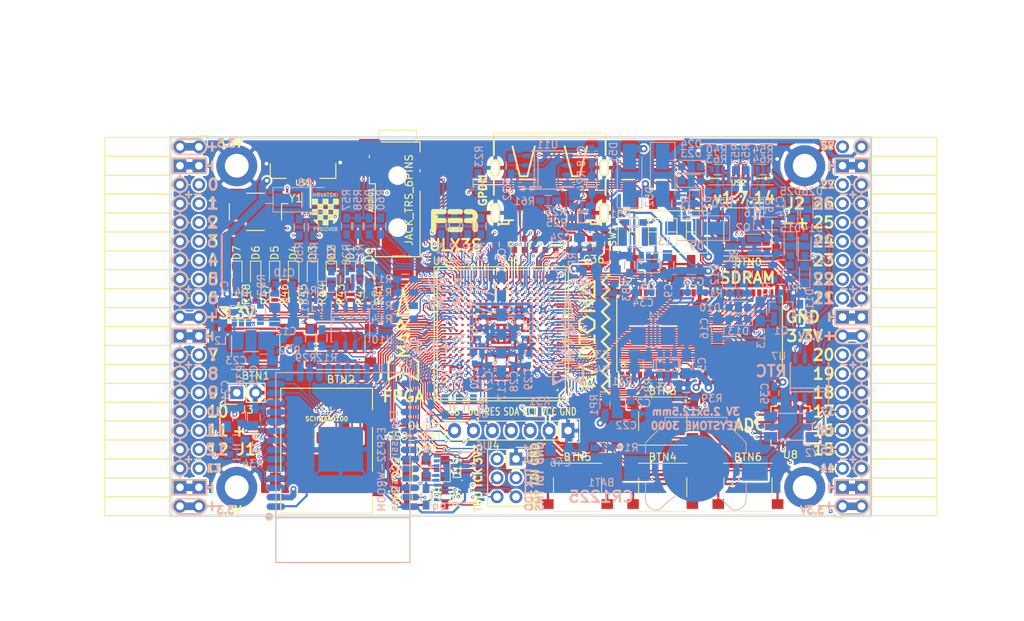
<source format=kicad_pcb>
(kicad_pcb (version 4) (host pcbnew 4.0.7+dfsg1-1)

  (general
    (links 768)
    (no_connects 0)
    (area 71.010001 43.48 212.44 128.320001)
    (thickness 1.6)
    (drawings 481)
    (tracks 4775)
    (zones 0)
    (modules 195)
    (nets 266)
  )

  (page A4)
  (layers
    (0 F.Cu signal)
    (1 In1.Cu signal)
    (2 In2.Cu signal)
    (31 B.Cu signal)
    (32 B.Adhes user)
    (33 F.Adhes user)
    (34 B.Paste user)
    (35 F.Paste user)
    (36 B.SilkS user)
    (37 F.SilkS user)
    (38 B.Mask user)
    (39 F.Mask user)
    (40 Dwgs.User user)
    (41 Cmts.User user)
    (42 Eco1.User user)
    (43 Eco2.User user)
    (44 Edge.Cuts user)
    (45 Margin user)
    (46 B.CrtYd user)
    (47 F.CrtYd user)
    (48 B.Fab user)
    (49 F.Fab user)
  )

  (setup
    (last_trace_width 0.3)
    (trace_clearance 0.127)
    (zone_clearance 0.127)
    (zone_45_only no)
    (trace_min 0.127)
    (segment_width 0.2)
    (edge_width 0.2)
    (via_size 0.4)
    (via_drill 0.2)
    (via_min_size 0.4)
    (via_min_drill 0.2)
    (uvia_size 0.3)
    (uvia_drill 0.1)
    (uvias_allowed no)
    (uvia_min_size 0.2)
    (uvia_min_drill 0.1)
    (pcb_text_width 0.3)
    (pcb_text_size 1.5 1.5)
    (mod_edge_width 0.15)
    (mod_text_size 1 1)
    (mod_text_width 0.15)
    (pad_size 1.7272 1.7272)
    (pad_drill 1.016)
    (pad_to_mask_clearance 0.05)
    (aux_axis_origin 94.1 112.22)
    (grid_origin 93.48 113)
    (visible_elements 7FFFFFFF)
    (pcbplotparams
      (layerselection 0x310f0_80000007)
      (usegerberextensions true)
      (excludeedgelayer true)
      (linewidth 0.100000)
      (plotframeref false)
      (viasonmask false)
      (mode 1)
      (useauxorigin false)
      (hpglpennumber 1)
      (hpglpenspeed 20)
      (hpglpendiameter 15)
      (hpglpenoverlay 2)
      (psnegative false)
      (psa4output false)
      (plotreference true)
      (plotvalue true)
      (plotinvisibletext false)
      (padsonsilk false)
      (subtractmaskfromsilk false)
      (outputformat 1)
      (mirror false)
      (drillshape 0)
      (scaleselection 1)
      (outputdirectory plot))
  )

  (net 0 "")
  (net 1 GND)
  (net 2 +5V)
  (net 3 /gpio/IN5V)
  (net 4 /gpio/OUT5V)
  (net 5 +3V3)
  (net 6 BTN_D)
  (net 7 BTN_F1)
  (net 8 BTN_F2)
  (net 9 BTN_L)
  (net 10 BTN_R)
  (net 11 BTN_U)
  (net 12 /power/FB1)
  (net 13 +2V5)
  (net 14 /power/PWREN)
  (net 15 /power/FB3)
  (net 16 /power/FB2)
  (net 17 "Net-(D9-Pad1)")
  (net 18 /power/VBAT)
  (net 19 JTAG_TDI)
  (net 20 JTAG_TCK)
  (net 21 JTAG_TMS)
  (net 22 JTAG_TDO)
  (net 23 /power/WAKEUPn)
  (net 24 /power/WKUP)
  (net 25 /power/SHUT)
  (net 26 /power/WAKE)
  (net 27 /power/HOLD)
  (net 28 /power/WKn)
  (net 29 /power/OSCI_32k)
  (net 30 /power/OSCO_32k)
  (net 31 "Net-(Q2-Pad3)")
  (net 32 SHUTDOWN)
  (net 33 /analog/AUDIO_L)
  (net 34 /analog/AUDIO_R)
  (net 35 GPDI_SDA)
  (net 36 GPDI_SCL)
  (net 37 /gpdi/VREF2)
  (net 38 SD_CMD)
  (net 39 SD_CLK)
  (net 40 SD_D0)
  (net 41 SD_D1)
  (net 42 USB5V)
  (net 43 GPDI_CEC)
  (net 44 nRESET)
  (net 45 FTDI_nDTR)
  (net 46 SDRAM_CKE)
  (net 47 SDRAM_A7)
  (net 48 SDRAM_D15)
  (net 49 SDRAM_BA1)
  (net 50 SDRAM_D7)
  (net 51 SDRAM_A6)
  (net 52 SDRAM_CLK)
  (net 53 SDRAM_D13)
  (net 54 SDRAM_BA0)
  (net 55 SDRAM_D6)
  (net 56 SDRAM_A5)
  (net 57 SDRAM_D14)
  (net 58 SDRAM_A11)
  (net 59 SDRAM_D12)
  (net 60 SDRAM_D5)
  (net 61 SDRAM_A4)
  (net 62 SDRAM_A10)
  (net 63 SDRAM_D11)
  (net 64 SDRAM_A3)
  (net 65 SDRAM_D4)
  (net 66 SDRAM_D10)
  (net 67 SDRAM_D9)
  (net 68 SDRAM_A9)
  (net 69 SDRAM_D3)
  (net 70 SDRAM_D8)
  (net 71 SDRAM_A8)
  (net 72 SDRAM_A2)
  (net 73 SDRAM_A1)
  (net 74 SDRAM_A0)
  (net 75 SDRAM_D2)
  (net 76 SDRAM_D1)
  (net 77 SDRAM_D0)
  (net 78 SDRAM_DQM0)
  (net 79 SDRAM_nCS)
  (net 80 SDRAM_nRAS)
  (net 81 SDRAM_DQM1)
  (net 82 SDRAM_nCAS)
  (net 83 SDRAM_nWE)
  (net 84 /flash/FLASH_nWP)
  (net 85 /flash/FLASH_nHOLD)
  (net 86 /flash/FLASH_MOSI)
  (net 87 /flash/FLASH_MISO)
  (net 88 /flash/FLASH_SCK)
  (net 89 /flash/FLASH_nCS)
  (net 90 /flash/FPGA_PROGRAMN)
  (net 91 /flash/FPGA_DONE)
  (net 92 /flash/FPGA_INITN)
  (net 93 OLED_RES)
  (net 94 OLED_DC)
  (net 95 OLED_CS)
  (net 96 WIFI_EN)
  (net 97 FTDI_nRTS)
  (net 98 FTDI_TXD)
  (net 99 FTDI_RXD)
  (net 100 WIFI_RXD)
  (net 101 WIFI_GPIO0)
  (net 102 WIFI_TXD)
  (net 103 USB_FTDI_D+)
  (net 104 USB_FTDI_D-)
  (net 105 SD_D3)
  (net 106 AUDIO_L3)
  (net 107 AUDIO_L2)
  (net 108 AUDIO_L1)
  (net 109 AUDIO_L0)
  (net 110 AUDIO_R3)
  (net 111 AUDIO_R2)
  (net 112 AUDIO_R1)
  (net 113 AUDIO_R0)
  (net 114 OLED_CLK)
  (net 115 OLED_MOSI)
  (net 116 LED0)
  (net 117 LED1)
  (net 118 LED2)
  (net 119 LED3)
  (net 120 LED4)
  (net 121 LED5)
  (net 122 LED6)
  (net 123 LED7)
  (net 124 BTN_PWRn)
  (net 125 FTDI_nTXLED)
  (net 126 FTDI_nSLEEP)
  (net 127 /blinkey/LED_PWREN)
  (net 128 /blinkey/LED_TXLED)
  (net 129 /sdcard/SD3V3)
  (net 130 SD_D2)
  (net 131 CLK_25MHz)
  (net 132 /blinkey/BTNPUL)
  (net 133 /blinkey/BTNPUR)
  (net 134 USB_FPGA_D+)
  (net 135 /power/FTDI_nSUSPEND)
  (net 136 /blinkey/ALED0)
  (net 137 /blinkey/ALED1)
  (net 138 /blinkey/ALED2)
  (net 139 /blinkey/ALED3)
  (net 140 /blinkey/ALED4)
  (net 141 /blinkey/ALED5)
  (net 142 /blinkey/ALED6)
  (net 143 /blinkey/ALED7)
  (net 144 /usb/FTD-)
  (net 145 /usb/FTD+)
  (net 146 ADC_MISO)
  (net 147 ADC_MOSI)
  (net 148 ADC_CSn)
  (net 149 ADC_SCLK)
  (net 150 SW3)
  (net 151 SW2)
  (net 152 SW1)
  (net 153 USB_FPGA_D-)
  (net 154 /usb/FPD+)
  (net 155 /usb/FPD-)
  (net 156 WIFI_GPIO16)
  (net 157 /usb/ANT_433MHz)
  (net 158 /power/PWRBTn)
  (net 159 PROG_DONE)
  (net 160 /power/P3V3)
  (net 161 /power/P2V5)
  (net 162 /power/L1)
  (net 163 /power/L3)
  (net 164 /power/L2)
  (net 165 FTDI_TXDEN)
  (net 166 SDRAM_A12)
  (net 167 /analog/AUDIO_V)
  (net 168 AUDIO_V3)
  (net 169 AUDIO_V2)
  (net 170 AUDIO_V1)
  (net 171 AUDIO_V0)
  (net 172 /blinkey/LED_WIFI)
  (net 173 /power/P1V1)
  (net 174 +1V1)
  (net 175 SW4)
  (net 176 /blinkey/SWPU)
  (net 177 /wifi/WIFIEN)
  (net 178 FT2V5)
  (net 179 GN0)
  (net 180 GP0)
  (net 181 GN1)
  (net 182 GP1)
  (net 183 GN2)
  (net 184 GP2)
  (net 185 GN3)
  (net 186 GP3)
  (net 187 GN4)
  (net 188 GP4)
  (net 189 GN5)
  (net 190 GP5)
  (net 191 GN6)
  (net 192 GP6)
  (net 193 GN14)
  (net 194 GP14)
  (net 195 GN15)
  (net 196 GP15)
  (net 197 GN16)
  (net 198 GP16)
  (net 199 GN17)
  (net 200 GP17)
  (net 201 GN18)
  (net 202 GP18)
  (net 203 GN19)
  (net 204 GP19)
  (net 205 GN20)
  (net 206 GP20)
  (net 207 GN21)
  (net 208 GP21)
  (net 209 GN22)
  (net 210 GP22)
  (net 211 GN23)
  (net 212 GP23)
  (net 213 GN24)
  (net 214 GP24)
  (net 215 GN25)
  (net 216 GP25)
  (net 217 GN26)
  (net 218 GP26)
  (net 219 GN27)
  (net 220 GP27)
  (net 221 GN7)
  (net 222 GP7)
  (net 223 GN8)
  (net 224 GP8)
  (net 225 GN9)
  (net 226 GP9)
  (net 227 GN10)
  (net 228 GP10)
  (net 229 GN11)
  (net 230 GP11)
  (net 231 GN12)
  (net 232 GP12)
  (net 233 GN13)
  (net 234 GP13)
  (net 235 WIFI_GPIO5)
  (net 236 WIFI_GPIO17)
  (net 237 USB_FPGA_PULL_D+)
  (net 238 USB_FPGA_PULL_D-)
  (net 239 "Net-(D23-Pad2)")
  (net 240 "Net-(D24-Pad1)")
  (net 241 "Net-(D25-Pad2)")
  (net 242 "Net-(D26-Pad1)")
  (net 243 /gpdi/GPDI_ETH+)
  (net 244 FPDI_ETH+)
  (net 245 /gpdi/GPDI_ETH-)
  (net 246 FPDI_ETH-)
  (net 247 /gpdi/GPDI_D2-)
  (net 248 FPDI_D2-)
  (net 249 /gpdi/GPDI_D1-)
  (net 250 FPDI_D1-)
  (net 251 /gpdi/GPDI_D0-)
  (net 252 FPDI_D0-)
  (net 253 /gpdi/GPDI_CLK-)
  (net 254 FPDI_CLK-)
  (net 255 /gpdi/GPDI_D2+)
  (net 256 FPDI_D2+)
  (net 257 /gpdi/GPDI_D1+)
  (net 258 FPDI_D1+)
  (net 259 /gpdi/GPDI_D0+)
  (net 260 FPDI_D0+)
  (net 261 /gpdi/GPDI_CLK+)
  (net 262 FPDI_CLK+)
  (net 263 FPDI_SDA)
  (net 264 FPDI_SCL)
  (net 265 /gpdi/FPDI_CEC)

  (net_class Default "This is the default net class."
    (clearance 0.127)
    (trace_width 0.3)
    (via_dia 0.4)
    (via_drill 0.2)
    (uvia_dia 0.3)
    (uvia_drill 0.1)
    (add_net +1V1)
    (add_net +2V5)
    (add_net +3V3)
    (add_net +5V)
    (add_net /analog/AUDIO_L)
    (add_net /analog/AUDIO_R)
    (add_net /analog/AUDIO_V)
    (add_net /blinkey/ALED0)
    (add_net /blinkey/ALED1)
    (add_net /blinkey/ALED2)
    (add_net /blinkey/ALED3)
    (add_net /blinkey/ALED4)
    (add_net /blinkey/ALED5)
    (add_net /blinkey/ALED6)
    (add_net /blinkey/ALED7)
    (add_net /blinkey/BTNPUL)
    (add_net /blinkey/BTNPUR)
    (add_net /blinkey/LED_PWREN)
    (add_net /blinkey/LED_TXLED)
    (add_net /blinkey/LED_WIFI)
    (add_net /blinkey/SWPU)
    (add_net /gpdi/FPDI_CEC)
    (add_net /gpdi/GPDI_CLK+)
    (add_net /gpdi/GPDI_CLK-)
    (add_net /gpdi/GPDI_D0+)
    (add_net /gpdi/GPDI_D0-)
    (add_net /gpdi/GPDI_D1+)
    (add_net /gpdi/GPDI_D1-)
    (add_net /gpdi/GPDI_D2+)
    (add_net /gpdi/GPDI_D2-)
    (add_net /gpdi/GPDI_ETH+)
    (add_net /gpdi/GPDI_ETH-)
    (add_net /gpdi/VREF2)
    (add_net /gpio/IN5V)
    (add_net /gpio/OUT5V)
    (add_net /power/FB1)
    (add_net /power/FB2)
    (add_net /power/FB3)
    (add_net /power/FTDI_nSUSPEND)
    (add_net /power/HOLD)
    (add_net /power/L1)
    (add_net /power/L2)
    (add_net /power/L3)
    (add_net /power/OSCI_32k)
    (add_net /power/OSCO_32k)
    (add_net /power/P1V1)
    (add_net /power/P2V5)
    (add_net /power/P3V3)
    (add_net /power/PWRBTn)
    (add_net /power/PWREN)
    (add_net /power/SHUT)
    (add_net /power/VBAT)
    (add_net /power/WAKE)
    (add_net /power/WAKEUPn)
    (add_net /power/WKUP)
    (add_net /power/WKn)
    (add_net /sdcard/SD3V3)
    (add_net /usb/ANT_433MHz)
    (add_net /usb/FPD+)
    (add_net /usb/FPD-)
    (add_net /usb/FTD+)
    (add_net /usb/FTD-)
    (add_net /wifi/WIFIEN)
    (add_net FT2V5)
    (add_net GND)
    (add_net "Net-(D23-Pad2)")
    (add_net "Net-(D24-Pad1)")
    (add_net "Net-(D25-Pad2)")
    (add_net "Net-(D26-Pad1)")
    (add_net "Net-(D9-Pad1)")
    (add_net "Net-(Q2-Pad3)")
    (add_net SW4)
    (add_net USB5V)
  )

  (net_class BGA ""
    (clearance 0.127)
    (trace_width 0.19)
    (via_dia 0.4)
    (via_drill 0.2)
    (uvia_dia 0.3)
    (uvia_drill 0.1)
    (add_net /flash/FLASH_MISO)
    (add_net /flash/FLASH_MOSI)
    (add_net /flash/FLASH_SCK)
    (add_net /flash/FLASH_nCS)
    (add_net /flash/FLASH_nHOLD)
    (add_net /flash/FLASH_nWP)
    (add_net /flash/FPGA_DONE)
    (add_net /flash/FPGA_INITN)
    (add_net /flash/FPGA_PROGRAMN)
    (add_net ADC_CSn)
    (add_net ADC_MISO)
    (add_net ADC_MOSI)
    (add_net ADC_SCLK)
    (add_net AUDIO_L0)
    (add_net AUDIO_L1)
    (add_net AUDIO_L2)
    (add_net AUDIO_L3)
    (add_net AUDIO_R0)
    (add_net AUDIO_R1)
    (add_net AUDIO_R2)
    (add_net AUDIO_R3)
    (add_net AUDIO_V0)
    (add_net AUDIO_V1)
    (add_net AUDIO_V2)
    (add_net AUDIO_V3)
    (add_net BTN_D)
    (add_net BTN_F1)
    (add_net BTN_F2)
    (add_net BTN_L)
    (add_net BTN_PWRn)
    (add_net BTN_R)
    (add_net BTN_U)
    (add_net CLK_25MHz)
    (add_net FPDI_CLK+)
    (add_net FPDI_CLK-)
    (add_net FPDI_D0+)
    (add_net FPDI_D0-)
    (add_net FPDI_D1+)
    (add_net FPDI_D1-)
    (add_net FPDI_D2+)
    (add_net FPDI_D2-)
    (add_net FPDI_ETH+)
    (add_net FPDI_ETH-)
    (add_net FPDI_SCL)
    (add_net FPDI_SDA)
    (add_net FTDI_RXD)
    (add_net FTDI_TXD)
    (add_net FTDI_TXDEN)
    (add_net FTDI_nDTR)
    (add_net FTDI_nRTS)
    (add_net FTDI_nSLEEP)
    (add_net FTDI_nTXLED)
    (add_net GN0)
    (add_net GN1)
    (add_net GN10)
    (add_net GN11)
    (add_net GN12)
    (add_net GN13)
    (add_net GN14)
    (add_net GN15)
    (add_net GN16)
    (add_net GN17)
    (add_net GN18)
    (add_net GN19)
    (add_net GN2)
    (add_net GN20)
    (add_net GN21)
    (add_net GN22)
    (add_net GN23)
    (add_net GN24)
    (add_net GN25)
    (add_net GN26)
    (add_net GN27)
    (add_net GN3)
    (add_net GN4)
    (add_net GN5)
    (add_net GN6)
    (add_net GN7)
    (add_net GN8)
    (add_net GN9)
    (add_net GP0)
    (add_net GP1)
    (add_net GP10)
    (add_net GP11)
    (add_net GP12)
    (add_net GP13)
    (add_net GP14)
    (add_net GP15)
    (add_net GP16)
    (add_net GP17)
    (add_net GP18)
    (add_net GP19)
    (add_net GP2)
    (add_net GP20)
    (add_net GP21)
    (add_net GP22)
    (add_net GP23)
    (add_net GP24)
    (add_net GP25)
    (add_net GP26)
    (add_net GP27)
    (add_net GP3)
    (add_net GP4)
    (add_net GP5)
    (add_net GP6)
    (add_net GP7)
    (add_net GP8)
    (add_net GP9)
    (add_net GPDI_CEC)
    (add_net GPDI_SCL)
    (add_net GPDI_SDA)
    (add_net JTAG_TCK)
    (add_net JTAG_TDI)
    (add_net JTAG_TDO)
    (add_net JTAG_TMS)
    (add_net LED0)
    (add_net LED1)
    (add_net LED2)
    (add_net LED3)
    (add_net LED4)
    (add_net LED5)
    (add_net LED6)
    (add_net LED7)
    (add_net OLED_CLK)
    (add_net OLED_CS)
    (add_net OLED_DC)
    (add_net OLED_MOSI)
    (add_net OLED_RES)
    (add_net PROG_DONE)
    (add_net SDRAM_A0)
    (add_net SDRAM_A1)
    (add_net SDRAM_A10)
    (add_net SDRAM_A11)
    (add_net SDRAM_A12)
    (add_net SDRAM_A2)
    (add_net SDRAM_A3)
    (add_net SDRAM_A4)
    (add_net SDRAM_A5)
    (add_net SDRAM_A6)
    (add_net SDRAM_A7)
    (add_net SDRAM_A8)
    (add_net SDRAM_A9)
    (add_net SDRAM_BA0)
    (add_net SDRAM_BA1)
    (add_net SDRAM_CKE)
    (add_net SDRAM_CLK)
    (add_net SDRAM_D0)
    (add_net SDRAM_D1)
    (add_net SDRAM_D10)
    (add_net SDRAM_D11)
    (add_net SDRAM_D12)
    (add_net SDRAM_D13)
    (add_net SDRAM_D14)
    (add_net SDRAM_D15)
    (add_net SDRAM_D2)
    (add_net SDRAM_D3)
    (add_net SDRAM_D4)
    (add_net SDRAM_D5)
    (add_net SDRAM_D6)
    (add_net SDRAM_D7)
    (add_net SDRAM_D8)
    (add_net SDRAM_D9)
    (add_net SDRAM_DQM0)
    (add_net SDRAM_DQM1)
    (add_net SDRAM_nCAS)
    (add_net SDRAM_nCS)
    (add_net SDRAM_nRAS)
    (add_net SDRAM_nWE)
    (add_net SD_CLK)
    (add_net SD_CMD)
    (add_net SD_D0)
    (add_net SD_D1)
    (add_net SD_D2)
    (add_net SD_D3)
    (add_net SHUTDOWN)
    (add_net SW1)
    (add_net SW2)
    (add_net SW3)
    (add_net USB_FPGA_D+)
    (add_net USB_FPGA_D-)
    (add_net USB_FPGA_PULL_D+)
    (add_net USB_FPGA_PULL_D-)
    (add_net USB_FTDI_D+)
    (add_net USB_FTDI_D-)
    (add_net WIFI_EN)
    (add_net WIFI_GPIO0)
    (add_net WIFI_GPIO16)
    (add_net WIFI_GPIO17)
    (add_net WIFI_GPIO5)
    (add_net WIFI_RXD)
    (add_net WIFI_TXD)
    (add_net nRESET)
  )

  (net_class Minimal ""
    (clearance 0.127)
    (trace_width 0.127)
    (via_dia 0.4)
    (via_drill 0.2)
    (uvia_dia 0.3)
    (uvia_drill 0.1)
  )

  (module Resistors_SMD:R_0603_HandSoldering (layer B.Cu) (tedit 59D565A6) (tstamp 59C0F273)
    (at 169.919 66.965 90)
    (descr "Resistor SMD 0603, hand soldering")
    (tags "resistor 0603")
    (path /58D6BF46/59C0F7B6)
    (attr smd)
    (fp_text reference R53 (at 3.259 0 270) (layer B.SilkS)
      (effects (font (size 1 1) (thickness 0.15)) (justify mirror))
    )
    (fp_text value 27 (at 2.667 0 270) (layer B.Fab)
      (effects (font (size 1 1) (thickness 0.15)) (justify mirror))
    )
    (fp_text user %R (at 2.413 -2.54 180) (layer B.Fab) hide
      (effects (font (size 1 1) (thickness 0.15)) (justify mirror))
    )
    (fp_line (start -0.8 -0.4) (end -0.8 0.4) (layer B.Fab) (width 0.1))
    (fp_line (start 0.8 -0.4) (end -0.8 -0.4) (layer B.Fab) (width 0.1))
    (fp_line (start 0.8 0.4) (end 0.8 -0.4) (layer B.Fab) (width 0.1))
    (fp_line (start -0.8 0.4) (end 0.8 0.4) (layer B.Fab) (width 0.1))
    (fp_line (start 0.5 -0.68) (end -0.5 -0.68) (layer B.SilkS) (width 0.12))
    (fp_line (start -0.5 0.68) (end 0.5 0.68) (layer B.SilkS) (width 0.12))
    (fp_line (start -1.96 0.7) (end 1.95 0.7) (layer B.CrtYd) (width 0.05))
    (fp_line (start -1.96 0.7) (end -1.96 -0.7) (layer B.CrtYd) (width 0.05))
    (fp_line (start 1.95 -0.7) (end 1.95 0.7) (layer B.CrtYd) (width 0.05))
    (fp_line (start 1.95 -0.7) (end -1.96 -0.7) (layer B.CrtYd) (width 0.05))
    (pad 1 smd rect (at -1.1 0 90) (size 1.2 0.9) (layers B.Cu B.Paste B.Mask)
      (net 134 USB_FPGA_D+))
    (pad 2 smd rect (at 1.1 0 90) (size 1.2 0.9) (layers B.Cu B.Paste B.Mask)
      (net 154 /usb/FPD+))
    (model Resistors_SMD.3dshapes/R_0603.wrl
      (at (xyz 0 0 0))
      (scale (xyz 1 1 1))
      (rotate (xyz 0 0 0))
    )
  )

  (module Socket_Strips:Socket_Strip_Angled_2x20 (layer F.Cu) (tedit 5A2B354F) (tstamp 58E6BE3D)
    (at 97.91 62.69 270)
    (descr "Through hole socket strip")
    (tags "socket strip")
    (path /56AC389C/58E6B835)
    (fp_text reference J1 (at 40.64 -6.35 360) (layer F.SilkS)
      (effects (font (size 1.5 1.5) (thickness 0.3)))
    )
    (fp_text value CONN_02X20 (at 0 -2.6 270) (layer F.Fab) hide
      (effects (font (size 1 1) (thickness 0.15)))
    )
    (fp_line (start -1.75 -1.35) (end -1.75 13.15) (layer F.CrtYd) (width 0.05))
    (fp_line (start 50.05 -1.35) (end 50.05 13.15) (layer F.CrtYd) (width 0.05))
    (fp_line (start -1.75 -1.35) (end 50.05 -1.35) (layer F.CrtYd) (width 0.05))
    (fp_line (start -1.75 13.15) (end 50.05 13.15) (layer F.CrtYd) (width 0.05))
    (fp_line (start 49.53 12.64) (end 49.53 3.81) (layer F.SilkS) (width 0.15))
    (fp_line (start 46.99 12.64) (end 49.53 12.64) (layer F.SilkS) (width 0.15))
    (fp_line (start 46.99 3.81) (end 49.53 3.81) (layer F.SilkS) (width 0.15))
    (fp_line (start 49.53 3.81) (end 49.53 12.64) (layer F.SilkS) (width 0.15))
    (fp_line (start 46.99 3.81) (end 46.99 12.64) (layer F.SilkS) (width 0.15))
    (fp_line (start 44.45 3.81) (end 46.99 3.81) (layer F.SilkS) (width 0.15))
    (fp_line (start 44.45 12.64) (end 46.99 12.64) (layer F.SilkS) (width 0.15))
    (fp_line (start 46.99 12.64) (end 46.99 3.81) (layer F.SilkS) (width 0.15))
    (fp_line (start 29.21 12.64) (end 29.21 3.81) (layer F.SilkS) (width 0.15))
    (fp_line (start 26.67 12.64) (end 29.21 12.64) (layer F.SilkS) (width 0.15))
    (fp_line (start 26.67 3.81) (end 29.21 3.81) (layer F.SilkS) (width 0.15))
    (fp_line (start 29.21 3.81) (end 29.21 12.64) (layer F.SilkS) (width 0.15))
    (fp_line (start 31.75 3.81) (end 31.75 12.64) (layer F.SilkS) (width 0.15))
    (fp_line (start 29.21 3.81) (end 31.75 3.81) (layer F.SilkS) (width 0.15))
    (fp_line (start 29.21 12.64) (end 31.75 12.64) (layer F.SilkS) (width 0.15))
    (fp_line (start 31.75 12.64) (end 31.75 3.81) (layer F.SilkS) (width 0.15))
    (fp_line (start 44.45 12.64) (end 44.45 3.81) (layer F.SilkS) (width 0.15))
    (fp_line (start 41.91 12.64) (end 44.45 12.64) (layer F.SilkS) (width 0.15))
    (fp_line (start 41.91 3.81) (end 44.45 3.81) (layer F.SilkS) (width 0.15))
    (fp_line (start 44.45 3.81) (end 44.45 12.64) (layer F.SilkS) (width 0.15))
    (fp_line (start 41.91 3.81) (end 41.91 12.64) (layer F.SilkS) (width 0.15))
    (fp_line (start 39.37 3.81) (end 41.91 3.81) (layer F.SilkS) (width 0.15))
    (fp_line (start 39.37 12.64) (end 41.91 12.64) (layer F.SilkS) (width 0.15))
    (fp_line (start 41.91 12.64) (end 41.91 3.81) (layer F.SilkS) (width 0.15))
    (fp_line (start 39.37 12.64) (end 39.37 3.81) (layer F.SilkS) (width 0.15))
    (fp_line (start 36.83 12.64) (end 39.37 12.64) (layer F.SilkS) (width 0.15))
    (fp_line (start 36.83 3.81) (end 39.37 3.81) (layer F.SilkS) (width 0.15))
    (fp_line (start 39.37 3.81) (end 39.37 12.64) (layer F.SilkS) (width 0.15))
    (fp_line (start 36.83 3.81) (end 36.83 12.64) (layer F.SilkS) (width 0.15))
    (fp_line (start 34.29 3.81) (end 36.83 3.81) (layer F.SilkS) (width 0.15))
    (fp_line (start 34.29 12.64) (end 36.83 12.64) (layer F.SilkS) (width 0.15))
    (fp_line (start 36.83 12.64) (end 36.83 3.81) (layer F.SilkS) (width 0.15))
    (fp_line (start 34.29 12.64) (end 34.29 3.81) (layer F.SilkS) (width 0.15))
    (fp_line (start 31.75 12.64) (end 34.29 12.64) (layer F.SilkS) (width 0.15))
    (fp_line (start 31.75 3.81) (end 34.29 3.81) (layer F.SilkS) (width 0.15))
    (fp_line (start 34.29 3.81) (end 34.29 12.64) (layer F.SilkS) (width 0.15))
    (fp_line (start 16.51 3.81) (end 16.51 12.64) (layer F.SilkS) (width 0.15))
    (fp_line (start 13.97 3.81) (end 16.51 3.81) (layer F.SilkS) (width 0.15))
    (fp_line (start 13.97 12.64) (end 16.51 12.64) (layer F.SilkS) (width 0.15))
    (fp_line (start 16.51 12.64) (end 16.51 3.81) (layer F.SilkS) (width 0.15))
    (fp_line (start 19.05 12.64) (end 19.05 3.81) (layer F.SilkS) (width 0.15))
    (fp_line (start 16.51 12.64) (end 19.05 12.64) (layer F.SilkS) (width 0.15))
    (fp_line (start 16.51 3.81) (end 19.05 3.81) (layer F.SilkS) (width 0.15))
    (fp_line (start 19.05 3.81) (end 19.05 12.64) (layer F.SilkS) (width 0.15))
    (fp_line (start 21.59 3.81) (end 21.59 12.64) (layer F.SilkS) (width 0.15))
    (fp_line (start 19.05 3.81) (end 21.59 3.81) (layer F.SilkS) (width 0.15))
    (fp_line (start 19.05 12.64) (end 21.59 12.64) (layer F.SilkS) (width 0.15))
    (fp_line (start 21.59 12.64) (end 21.59 3.81) (layer F.SilkS) (width 0.15))
    (fp_line (start 24.13 12.64) (end 24.13 3.81) (layer F.SilkS) (width 0.15))
    (fp_line (start 21.59 12.64) (end 24.13 12.64) (layer F.SilkS) (width 0.15))
    (fp_line (start 21.59 3.81) (end 24.13 3.81) (layer F.SilkS) (width 0.15))
    (fp_line (start 24.13 3.81) (end 24.13 12.64) (layer F.SilkS) (width 0.15))
    (fp_line (start 26.67 3.81) (end 26.67 12.64) (layer F.SilkS) (width 0.15))
    (fp_line (start 24.13 3.81) (end 26.67 3.81) (layer F.SilkS) (width 0.15))
    (fp_line (start 24.13 12.64) (end 26.67 12.64) (layer F.SilkS) (width 0.15))
    (fp_line (start 26.67 12.64) (end 26.67 3.81) (layer F.SilkS) (width 0.15))
    (fp_line (start 13.97 12.64) (end 13.97 3.81) (layer F.SilkS) (width 0.15))
    (fp_line (start 11.43 12.64) (end 13.97 12.64) (layer F.SilkS) (width 0.15))
    (fp_line (start 11.43 3.81) (end 13.97 3.81) (layer F.SilkS) (width 0.15))
    (fp_line (start 13.97 3.81) (end 13.97 12.64) (layer F.SilkS) (width 0.15))
    (fp_line (start 11.43 3.81) (end 11.43 12.64) (layer F.SilkS) (width 0.15))
    (fp_line (start 8.89 3.81) (end 11.43 3.81) (layer F.SilkS) (width 0.15))
    (fp_line (start 8.89 12.64) (end 11.43 12.64) (layer F.SilkS) (width 0.15))
    (fp_line (start 11.43 12.64) (end 11.43 3.81) (layer F.SilkS) (width 0.15))
    (fp_line (start 8.89 12.64) (end 8.89 3.81) (layer F.SilkS) (width 0.15))
    (fp_line (start 6.35 12.64) (end 8.89 12.64) (layer F.SilkS) (width 0.15))
    (fp_line (start 6.35 3.81) (end 8.89 3.81) (layer F.SilkS) (width 0.15))
    (fp_line (start 8.89 3.81) (end 8.89 12.64) (layer F.SilkS) (width 0.15))
    (fp_line (start 6.35 3.81) (end 6.35 12.64) (layer F.SilkS) (width 0.15))
    (fp_line (start 3.81 3.81) (end 6.35 3.81) (layer F.SilkS) (width 0.15))
    (fp_line (start 3.81 12.64) (end 6.35 12.64) (layer F.SilkS) (width 0.15))
    (fp_line (start 6.35 12.64) (end 6.35 3.81) (layer F.SilkS) (width 0.15))
    (fp_line (start 3.81 12.64) (end 3.81 3.81) (layer F.SilkS) (width 0.15))
    (fp_line (start 1.27 12.64) (end 3.81 12.64) (layer F.SilkS) (width 0.15))
    (fp_line (start 1.27 3.81) (end 3.81 3.81) (layer F.SilkS) (width 0.15))
    (fp_line (start 3.81 3.81) (end 3.81 12.64) (layer F.SilkS) (width 0.15))
    (fp_line (start 1.27 3.81) (end 1.27 12.64) (layer F.SilkS) (width 0.15))
    (fp_line (start -1.27 3.81) (end 1.27 3.81) (layer F.SilkS) (width 0.15))
    (fp_line (start 0 -1.15) (end -1.55 -1.15) (layer F.SilkS) (width 0.15))
    (fp_line (start -1.55 -1.15) (end -1.55 0) (layer F.SilkS) (width 0.15))
    (fp_line (start -1.27 3.81) (end -1.27 12.64) (layer F.SilkS) (width 0.15))
    (fp_line (start -1.27 12.64) (end 1.27 12.64) (layer F.SilkS) (width 0.15))
    (fp_line (start 1.27 12.64) (end 1.27 3.81) (layer F.SilkS) (width 0.15))
    (pad 1 thru_hole oval (at 0 0 270) (size 1.7272 1.7272) (drill 1.016) (layers *.Cu *.Mask)
      (net 5 +3V3))
    (pad 2 thru_hole oval (at 0 2.54 270) (size 1.7272 1.7272) (drill 1.016) (layers *.Cu *.Mask)
      (net 5 +3V3))
    (pad 3 thru_hole rect (at 2.54 0 270) (size 1.7272 1.7272) (drill 1.016) (layers *.Cu *.Mask)
      (net 1 GND))
    (pad 4 thru_hole rect (at 2.54 2.54 270) (size 1.7272 1.7272) (drill 1.016) (layers *.Cu *.Mask)
      (net 1 GND))
    (pad 5 thru_hole oval (at 5.08 0 270) (size 1.7272 1.7272) (drill 1.016) (layers *.Cu *.Mask)
      (net 179 GN0))
    (pad 6 thru_hole oval (at 5.08 2.54 270) (size 1.7272 1.7272) (drill 1.016) (layers *.Cu *.Mask)
      (net 180 GP0))
    (pad 7 thru_hole oval (at 7.62 0 270) (size 1.7272 1.7272) (drill 1.016) (layers *.Cu *.Mask)
      (net 181 GN1))
    (pad 8 thru_hole oval (at 7.62 2.54 270) (size 1.7272 1.7272) (drill 1.016) (layers *.Cu *.Mask)
      (net 182 GP1))
    (pad 9 thru_hole oval (at 10.16 0 270) (size 1.7272 1.7272) (drill 1.016) (layers *.Cu *.Mask)
      (net 183 GN2))
    (pad 10 thru_hole oval (at 10.16 2.54 270) (size 1.7272 1.7272) (drill 1.016) (layers *.Cu *.Mask)
      (net 184 GP2))
    (pad 11 thru_hole oval (at 12.7 0 270) (size 1.7272 1.7272) (drill 1.016) (layers *.Cu *.Mask)
      (net 185 GN3))
    (pad 12 thru_hole oval (at 12.7 2.54 270) (size 1.7272 1.7272) (drill 1.016) (layers *.Cu *.Mask)
      (net 186 GP3))
    (pad 13 thru_hole oval (at 15.24 0 270) (size 1.7272 1.7272) (drill 1.016) (layers *.Cu *.Mask)
      (net 187 GN4))
    (pad 14 thru_hole oval (at 15.24 2.54 270) (size 1.7272 1.7272) (drill 1.016) (layers *.Cu *.Mask)
      (net 188 GP4))
    (pad 15 thru_hole oval (at 17.78 0 270) (size 1.7272 1.7272) (drill 1.016) (layers *.Cu *.Mask)
      (net 189 GN5))
    (pad 16 thru_hole oval (at 17.78 2.54 270) (size 1.7272 1.7272) (drill 1.016) (layers *.Cu *.Mask)
      (net 190 GP5))
    (pad 17 thru_hole oval (at 20.32 0 270) (size 1.7272 1.7272) (drill 1.016) (layers *.Cu *.Mask)
      (net 191 GN6))
    (pad 18 thru_hole oval (at 20.32 2.54 270) (size 1.7272 1.7272) (drill 1.016) (layers *.Cu *.Mask)
      (net 192 GP6))
    (pad 19 thru_hole oval (at 22.86 0 270) (size 1.7272 1.7272) (drill 1.016) (layers *.Cu *.Mask)
      (net 5 +3V3))
    (pad 20 thru_hole oval (at 22.86 2.54 270) (size 1.7272 1.7272) (drill 1.016) (layers *.Cu *.Mask)
      (net 5 +3V3))
    (pad 21 thru_hole rect (at 25.4 0 270) (size 1.7272 1.7272) (drill 1.016) (layers *.Cu *.Mask)
      (net 1 GND))
    (pad 22 thru_hole rect (at 25.4 2.54 270) (size 1.7272 1.7272) (drill 1.016) (layers *.Cu *.Mask)
      (net 1 GND))
    (pad 23 thru_hole oval (at 27.94 0 270) (size 1.7272 1.7272) (drill 1.016) (layers *.Cu *.Mask)
      (net 221 GN7))
    (pad 24 thru_hole oval (at 27.94 2.54 270) (size 1.7272 1.7272) (drill 1.016) (layers *.Cu *.Mask)
      (net 222 GP7))
    (pad 25 thru_hole oval (at 30.48 0 270) (size 1.7272 1.7272) (drill 1.016) (layers *.Cu *.Mask)
      (net 223 GN8))
    (pad 26 thru_hole oval (at 30.48 2.54 270) (size 1.7272 1.7272) (drill 1.016) (layers *.Cu *.Mask)
      (net 224 GP8))
    (pad 27 thru_hole oval (at 33.02 0 270) (size 1.7272 1.7272) (drill 1.016) (layers *.Cu *.Mask)
      (net 225 GN9))
    (pad 28 thru_hole oval (at 33.02 2.54 270) (size 1.7272 1.7272) (drill 1.016) (layers *.Cu *.Mask)
      (net 226 GP9))
    (pad 29 thru_hole oval (at 35.56 0 270) (size 1.7272 1.7272) (drill 1.016) (layers *.Cu *.Mask)
      (net 227 GN10))
    (pad 30 thru_hole oval (at 35.56 2.54 270) (size 1.7272 1.7272) (drill 1.016) (layers *.Cu *.Mask)
      (net 228 GP10))
    (pad 31 thru_hole oval (at 38.1 0 270) (size 1.7272 1.7272) (drill 1.016) (layers *.Cu *.Mask)
      (net 229 GN11))
    (pad 32 thru_hole oval (at 38.1 2.54 270) (size 1.7272 1.7272) (drill 1.016) (layers *.Cu *.Mask)
      (net 230 GP11))
    (pad 33 thru_hole oval (at 40.64 0 270) (size 1.7272 1.7272) (drill 1.016) (layers *.Cu *.Mask)
      (net 231 GN12))
    (pad 34 thru_hole oval (at 40.64 2.54 270) (size 1.7272 1.7272) (drill 1.016) (layers *.Cu *.Mask)
      (net 232 GP12))
    (pad 35 thru_hole oval (at 43.18 0 270) (size 1.7272 1.7272) (drill 1.016) (layers *.Cu *.Mask)
      (net 233 GN13))
    (pad 36 thru_hole oval (at 43.18 2.54 270) (size 1.7272 1.7272) (drill 1.016) (layers *.Cu *.Mask)
      (net 234 GP13))
    (pad 37 thru_hole rect (at 45.72 0 270) (size 1.7272 1.7272) (drill 1.016) (layers *.Cu *.Mask)
      (net 1 GND))
    (pad 38 thru_hole rect (at 45.72 2.54 270) (size 1.7272 1.7272) (drill 1.016) (layers *.Cu *.Mask)
      (net 1 GND))
    (pad 39 thru_hole oval (at 48.26 0 270) (size 1.7272 1.7272) (drill 1.016) (layers *.Cu *.Mask)
      (net 5 +3V3))
    (pad 40 thru_hole oval (at 48.26 2.54 270) (size 1.7272 1.7272) (drill 1.016) (layers *.Cu *.Mask)
      (net 5 +3V3))
    (model Socket_Strips.3dshapes/Socket_Strip_Angled_2x20.wrl
      (at (xyz 0.95 -0.05 0))
      (scale (xyz 1 1 1))
      (rotate (xyz 0 0 180))
    )
  )

  (module SMD_Packages:1Pin (layer F.Cu) (tedit 59F891E7) (tstamp 59C3DCCD)
    (at 182.67515 111.637626)
    (descr "module 1 pin (ou trou mecanique de percage)")
    (tags DEV)
    (path /58D6BF46/59C3AE47)
    (fp_text reference AE1 (at -3.236 3.798) (layer F.SilkS) hide
      (effects (font (size 1 1) (thickness 0.15)))
    )
    (fp_text value 433MHz (at 2.606 3.798) (layer F.Fab) hide
      (effects (font (size 1 1) (thickness 0.15)))
    )
    (pad 1 smd rect (at 0 0) (size 0.5 0.5) (layers B.Cu F.Paste F.Mask)
      (net 157 /usb/ANT_433MHz))
  )

  (module Resistors_SMD:R_0603_HandSoldering (layer B.Cu) (tedit 58307AEF) (tstamp 590C5C33)
    (at 103.498 98.758 90)
    (descr "Resistor SMD 0603, hand soldering")
    (tags "resistor 0603")
    (path /58DA7327/590C5D62)
    (attr smd)
    (fp_text reference R38 (at 5.334 0 90) (layer B.SilkS)
      (effects (font (size 1 1) (thickness 0.15)) (justify mirror))
    )
    (fp_text value 0.47 (at 3.386 0 90) (layer B.Fab)
      (effects (font (size 1 1) (thickness 0.15)) (justify mirror))
    )
    (fp_line (start -0.8 -0.4) (end -0.8 0.4) (layer B.Fab) (width 0.1))
    (fp_line (start 0.8 -0.4) (end -0.8 -0.4) (layer B.Fab) (width 0.1))
    (fp_line (start 0.8 0.4) (end 0.8 -0.4) (layer B.Fab) (width 0.1))
    (fp_line (start -0.8 0.4) (end 0.8 0.4) (layer B.Fab) (width 0.1))
    (fp_line (start -2 0.8) (end 2 0.8) (layer B.CrtYd) (width 0.05))
    (fp_line (start -2 -0.8) (end 2 -0.8) (layer B.CrtYd) (width 0.05))
    (fp_line (start -2 0.8) (end -2 -0.8) (layer B.CrtYd) (width 0.05))
    (fp_line (start 2 0.8) (end 2 -0.8) (layer B.CrtYd) (width 0.05))
    (fp_line (start 0.5 -0.675) (end -0.5 -0.675) (layer B.SilkS) (width 0.15))
    (fp_line (start -0.5 0.675) (end 0.5 0.675) (layer B.SilkS) (width 0.15))
    (pad 1 smd rect (at -1.1 0 90) (size 1.2 0.9) (layers B.Cu B.Paste B.Mask)
      (net 129 /sdcard/SD3V3))
    (pad 2 smd rect (at 1.1 0 90) (size 1.2 0.9) (layers B.Cu B.Paste B.Mask)
      (net 5 +3V3))
    (model Resistors_SMD.3dshapes/R_0603_HandSoldering.wrl
      (at (xyz 0 0 0))
      (scale (xyz 1 1 1))
      (rotate (xyz 0 0 0))
    )
    (model Resistors_SMD.3dshapes/R_0603.wrl
      (at (xyz 0 0 0))
      (scale (xyz 1 1 1))
      (rotate (xyz 0 0 0))
    )
  )

  (module Diodes_SMD:D_SMA_Handsoldering (layer B.Cu) (tedit 59D564F6) (tstamp 59D3C50D)
    (at 155.695 66.5 90)
    (descr "Diode SMA (DO-214AC) Handsoldering")
    (tags "Diode SMA (DO-214AC) Handsoldering")
    (path /56AC389C/56AC483B)
    (attr smd)
    (fp_text reference D51 (at 3.048 -2.159 90) (layer B.SilkS)
      (effects (font (size 1 1) (thickness 0.15)) (justify mirror))
    )
    (fp_text value STPS2L30AF (at 0 -2.6 90) (layer B.Fab) hide
      (effects (font (size 1 1) (thickness 0.15)) (justify mirror))
    )
    (fp_text user %R (at 3.048 -2.159 90) (layer B.Fab) hide
      (effects (font (size 1 1) (thickness 0.15)) (justify mirror))
    )
    (fp_line (start -4.4 1.65) (end -4.4 -1.65) (layer B.SilkS) (width 0.12))
    (fp_line (start 2.3 -1.5) (end -2.3 -1.5) (layer B.Fab) (width 0.1))
    (fp_line (start -2.3 -1.5) (end -2.3 1.5) (layer B.Fab) (width 0.1))
    (fp_line (start 2.3 1.5) (end 2.3 -1.5) (layer B.Fab) (width 0.1))
    (fp_line (start 2.3 1.5) (end -2.3 1.5) (layer B.Fab) (width 0.1))
    (fp_line (start -4.5 1.75) (end 4.5 1.75) (layer B.CrtYd) (width 0.05))
    (fp_line (start 4.5 1.75) (end 4.5 -1.75) (layer B.CrtYd) (width 0.05))
    (fp_line (start 4.5 -1.75) (end -4.5 -1.75) (layer B.CrtYd) (width 0.05))
    (fp_line (start -4.5 -1.75) (end -4.5 1.75) (layer B.CrtYd) (width 0.05))
    (fp_line (start -0.64944 -0.00102) (end -1.55114 -0.00102) (layer B.Fab) (width 0.1))
    (fp_line (start 0.50118 -0.00102) (end 1.4994 -0.00102) (layer B.Fab) (width 0.1))
    (fp_line (start -0.64944 0.79908) (end -0.64944 -0.80112) (layer B.Fab) (width 0.1))
    (fp_line (start 0.50118 -0.75032) (end 0.50118 0.79908) (layer B.Fab) (width 0.1))
    (fp_line (start -0.64944 -0.00102) (end 0.50118 -0.75032) (layer B.Fab) (width 0.1))
    (fp_line (start -0.64944 -0.00102) (end 0.50118 0.79908) (layer B.Fab) (width 0.1))
    (fp_line (start -4.4 -1.65) (end 2.5 -1.65) (layer B.SilkS) (width 0.12))
    (fp_line (start -4.4 1.65) (end 2.5 1.65) (layer B.SilkS) (width 0.12))
    (pad 1 smd rect (at -2.5 0 90) (size 3.5 1.8) (layers B.Cu B.Paste B.Mask)
      (net 2 +5V))
    (pad 2 smd rect (at 2.5 0 90) (size 3.5 1.8) (layers B.Cu B.Paste B.Mask)
      (net 3 /gpio/IN5V))
    (model ${KISYS3DMOD}/Diodes_SMD.3dshapes/D_SMA.wrl
      (at (xyz 0 0 0))
      (scale (xyz 1 1 1))
      (rotate (xyz 0 0 0))
    )
  )

  (module Resistors_SMD:R_0603_HandSoldering (layer B.Cu) (tedit 58307AEF) (tstamp 595B8F7A)
    (at 156.33 72.85 180)
    (descr "Resistor SMD 0603, hand soldering")
    (tags "resistor 0603")
    (path /58D6547C/595B9C2F)
    (attr smd)
    (fp_text reference R51 (at 1.905 1.143 180) (layer B.SilkS)
      (effects (font (size 1 1) (thickness 0.15)) (justify mirror))
    )
    (fp_text value 150 (at 3.556 -0.508 180) (layer B.Fab)
      (effects (font (size 1 1) (thickness 0.15)) (justify mirror))
    )
    (fp_line (start -0.8 -0.4) (end -0.8 0.4) (layer B.Fab) (width 0.1))
    (fp_line (start 0.8 -0.4) (end -0.8 -0.4) (layer B.Fab) (width 0.1))
    (fp_line (start 0.8 0.4) (end 0.8 -0.4) (layer B.Fab) (width 0.1))
    (fp_line (start -0.8 0.4) (end 0.8 0.4) (layer B.Fab) (width 0.1))
    (fp_line (start -2 0.8) (end 2 0.8) (layer B.CrtYd) (width 0.05))
    (fp_line (start -2 -0.8) (end 2 -0.8) (layer B.CrtYd) (width 0.05))
    (fp_line (start -2 0.8) (end -2 -0.8) (layer B.CrtYd) (width 0.05))
    (fp_line (start 2 0.8) (end 2 -0.8) (layer B.CrtYd) (width 0.05))
    (fp_line (start 0.5 -0.675) (end -0.5 -0.675) (layer B.SilkS) (width 0.15))
    (fp_line (start -0.5 0.675) (end 0.5 0.675) (layer B.SilkS) (width 0.15))
    (pad 1 smd rect (at -1.1 0 180) (size 1.2 0.9) (layers B.Cu B.Paste B.Mask)
      (net 5 +3V3))
    (pad 2 smd rect (at 1.1 0 180) (size 1.2 0.9) (layers B.Cu B.Paste B.Mask)
      (net 176 /blinkey/SWPU))
    (model Resistors_SMD.3dshapes/R_0603.wrl
      (at (xyz 0 0 0))
      (scale (xyz 1 1 1))
      (rotate (xyz 0 0 0))
    )
  )

  (module Resistors_SMD:R_1210_HandSoldering (layer B.Cu) (tedit 58307C8D) (tstamp 58D58A37)
    (at 158.87 88.09 180)
    (descr "Resistor SMD 1210, hand soldering")
    (tags "resistor 1210")
    (path /58D51CAD/5A73C9EB)
    (attr smd)
    (fp_text reference L1 (at 0 2.7 180) (layer B.SilkS)
      (effects (font (size 1 1) (thickness 0.15)) (justify mirror))
    )
    (fp_text value 2.2uH (at 0 2.032 180) (layer B.Fab)
      (effects (font (size 1 1) (thickness 0.15)) (justify mirror))
    )
    (fp_line (start -1.6 -1.25) (end -1.6 1.25) (layer B.Fab) (width 0.1))
    (fp_line (start 1.6 -1.25) (end -1.6 -1.25) (layer B.Fab) (width 0.1))
    (fp_line (start 1.6 1.25) (end 1.6 -1.25) (layer B.Fab) (width 0.1))
    (fp_line (start -1.6 1.25) (end 1.6 1.25) (layer B.Fab) (width 0.1))
    (fp_line (start -3.3 1.6) (end 3.3 1.6) (layer B.CrtYd) (width 0.05))
    (fp_line (start -3.3 -1.6) (end 3.3 -1.6) (layer B.CrtYd) (width 0.05))
    (fp_line (start -3.3 1.6) (end -3.3 -1.6) (layer B.CrtYd) (width 0.05))
    (fp_line (start 3.3 1.6) (end 3.3 -1.6) (layer B.CrtYd) (width 0.05))
    (fp_line (start 1 -1.475) (end -1 -1.475) (layer B.SilkS) (width 0.15))
    (fp_line (start -1 1.475) (end 1 1.475) (layer B.SilkS) (width 0.15))
    (pad 1 smd rect (at -2 0 180) (size 2 2.5) (layers B.Cu B.Paste B.Mask)
      (net 162 /power/L1))
    (pad 2 smd rect (at 2 0 180) (size 2 2.5) (layers B.Cu B.Paste B.Mask)
      (net 173 /power/P1V1))
    (model Inductors_SMD.3dshapes/L_1210.wrl
      (at (xyz 0 0 0))
      (scale (xyz 1 1 1))
      (rotate (xyz 0 0 0))
    )
  )

  (module TSOT-25:TSOT-25 (layer B.Cu) (tedit 59CD7E8F) (tstamp 58D5976E)
    (at 160.775 91.9)
    (path /58D51CAD/5A57BFD7)
    (attr smd)
    (fp_text reference U3 (at -0.381 3.048) (layer B.SilkS)
      (effects (font (size 1 1) (thickness 0.2)) (justify mirror))
    )
    (fp_text value TLV62569DBV (at 0 2.286) (layer B.Fab)
      (effects (font (size 0.4 0.4) (thickness 0.1)) (justify mirror))
    )
    (fp_circle (center -1 -0.4) (end -0.95 -0.5) (layer B.SilkS) (width 0.15))
    (fp_line (start -1.5 0.9) (end 1.5 0.9) (layer B.SilkS) (width 0.15))
    (fp_line (start 1.5 0.9) (end 1.5 -0.9) (layer B.SilkS) (width 0.15))
    (fp_line (start 1.5 -0.9) (end -1.5 -0.9) (layer B.SilkS) (width 0.15))
    (fp_line (start -1.5 -0.9) (end -1.5 0.9) (layer B.SilkS) (width 0.15))
    (pad 1 smd rect (at -0.95 -1.3) (size 0.7 1.2) (layers B.Cu B.Paste B.Mask)
      (net 14 /power/PWREN))
    (pad 2 smd rect (at 0 -1.3) (size 0.7 1.2) (layers B.Cu B.Paste B.Mask)
      (net 1 GND))
    (pad 3 smd rect (at 0.95 -1.3) (size 0.7 1.2) (layers B.Cu B.Paste B.Mask)
      (net 162 /power/L1))
    (pad 4 smd rect (at 0.95 1.3) (size 0.7 1.2) (layers B.Cu B.Paste B.Mask)
      (net 2 +5V))
    (pad 5 smd rect (at -0.95 1.3) (size 0.7 1.2) (layers B.Cu B.Paste B.Mask)
      (net 12 /power/FB1))
    (model TO_SOT_Packages_SMD.3dshapes/SOT-23-5.wrl
      (at (xyz 0 0 0))
      (scale (xyz 1 1 1))
      (rotate (xyz 0 0 -90))
    )
  )

  (module Resistors_SMD:R_1210_HandSoldering (layer B.Cu) (tedit 58307C8D) (tstamp 58D599B2)
    (at 104.895 88.725)
    (descr "Resistor SMD 1210, hand soldering")
    (tags "resistor 1210")
    (path /58D51CAD/58D67BD8)
    (attr smd)
    (fp_text reference L2 (at -4.064 0) (layer B.SilkS)
      (effects (font (size 1 1) (thickness 0.15)) (justify mirror))
    )
    (fp_text value 2.2uH (at -1.016 2.159) (layer B.Fab)
      (effects (font (size 1 1) (thickness 0.15)) (justify mirror))
    )
    (fp_line (start -1.6 -1.25) (end -1.6 1.25) (layer B.Fab) (width 0.1))
    (fp_line (start 1.6 -1.25) (end -1.6 -1.25) (layer B.Fab) (width 0.1))
    (fp_line (start 1.6 1.25) (end 1.6 -1.25) (layer B.Fab) (width 0.1))
    (fp_line (start -1.6 1.25) (end 1.6 1.25) (layer B.Fab) (width 0.1))
    (fp_line (start -3.3 1.6) (end 3.3 1.6) (layer B.CrtYd) (width 0.05))
    (fp_line (start -3.3 -1.6) (end 3.3 -1.6) (layer B.CrtYd) (width 0.05))
    (fp_line (start -3.3 1.6) (end -3.3 -1.6) (layer B.CrtYd) (width 0.05))
    (fp_line (start 3.3 1.6) (end 3.3 -1.6) (layer B.CrtYd) (width 0.05))
    (fp_line (start 1 -1.475) (end -1 -1.475) (layer B.SilkS) (width 0.15))
    (fp_line (start -1 1.475) (end 1 1.475) (layer B.SilkS) (width 0.15))
    (pad 1 smd rect (at -2 0) (size 2 2.5) (layers B.Cu B.Paste B.Mask)
      (net 164 /power/L2))
    (pad 2 smd rect (at 2 0) (size 2 2.5) (layers B.Cu B.Paste B.Mask)
      (net 161 /power/P2V5))
    (model Inductors_SMD.3dshapes/L_1210.wrl
      (at (xyz 0 0 0))
      (scale (xyz 1 1 1))
      (rotate (xyz 0 0 0))
    )
  )

  (module TSOT-25:TSOT-25 (layer B.Cu) (tedit 59CD7E82) (tstamp 58D599CD)
    (at 103.625 84.915 180)
    (path /58D51CAD/5A57BC36)
    (attr smd)
    (fp_text reference U4 (at 0 2.697 180) (layer B.SilkS)
      (effects (font (size 1 1) (thickness 0.2)) (justify mirror))
    )
    (fp_text value TLV62569DBV (at 0 2.443 180) (layer B.Fab)
      (effects (font (size 0.4 0.4) (thickness 0.1)) (justify mirror))
    )
    (fp_circle (center -1 -0.4) (end -0.95 -0.5) (layer B.SilkS) (width 0.15))
    (fp_line (start -1.5 0.9) (end 1.5 0.9) (layer B.SilkS) (width 0.15))
    (fp_line (start 1.5 0.9) (end 1.5 -0.9) (layer B.SilkS) (width 0.15))
    (fp_line (start 1.5 -0.9) (end -1.5 -0.9) (layer B.SilkS) (width 0.15))
    (fp_line (start -1.5 -0.9) (end -1.5 0.9) (layer B.SilkS) (width 0.15))
    (pad 1 smd rect (at -0.95 -1.3 180) (size 0.7 1.2) (layers B.Cu B.Paste B.Mask)
      (net 14 /power/PWREN))
    (pad 2 smd rect (at 0 -1.3 180) (size 0.7 1.2) (layers B.Cu B.Paste B.Mask)
      (net 1 GND))
    (pad 3 smd rect (at 0.95 -1.3 180) (size 0.7 1.2) (layers B.Cu B.Paste B.Mask)
      (net 164 /power/L2))
    (pad 4 smd rect (at 0.95 1.3 180) (size 0.7 1.2) (layers B.Cu B.Paste B.Mask)
      (net 2 +5V))
    (pad 5 smd rect (at -0.95 1.3 180) (size 0.7 1.2) (layers B.Cu B.Paste B.Mask)
      (net 16 /power/FB2))
    (model TO_SOT_Packages_SMD.3dshapes/SOT-23-5.wrl
      (at (xyz 0 0 0))
      (scale (xyz 1 1 1))
      (rotate (xyz 0 0 -90))
    )
  )

  (module Resistors_SMD:R_1210_HandSoldering (layer B.Cu) (tedit 58307C8D) (tstamp 58D66E7E)
    (at 156.33 74.755 180)
    (descr "Resistor SMD 1210, hand soldering")
    (tags "resistor 1210")
    (path /58D51CAD/5A73CDB3)
    (attr smd)
    (fp_text reference L3 (at -4.064 -0.635 180) (layer B.SilkS)
      (effects (font (size 1 1) (thickness 0.15)) (justify mirror))
    )
    (fp_text value 2.2uH (at 5.842 0.381 180) (layer B.Fab)
      (effects (font (size 1 1) (thickness 0.15)) (justify mirror))
    )
    (fp_line (start -1.6 -1.25) (end -1.6 1.25) (layer B.Fab) (width 0.1))
    (fp_line (start 1.6 -1.25) (end -1.6 -1.25) (layer B.Fab) (width 0.1))
    (fp_line (start 1.6 1.25) (end 1.6 -1.25) (layer B.Fab) (width 0.1))
    (fp_line (start -1.6 1.25) (end 1.6 1.25) (layer B.Fab) (width 0.1))
    (fp_line (start -3.3 1.6) (end 3.3 1.6) (layer B.CrtYd) (width 0.05))
    (fp_line (start -3.3 -1.6) (end 3.3 -1.6) (layer B.CrtYd) (width 0.05))
    (fp_line (start -3.3 1.6) (end -3.3 -1.6) (layer B.CrtYd) (width 0.05))
    (fp_line (start 3.3 1.6) (end 3.3 -1.6) (layer B.CrtYd) (width 0.05))
    (fp_line (start 1 -1.475) (end -1 -1.475) (layer B.SilkS) (width 0.15))
    (fp_line (start -1 1.475) (end 1 1.475) (layer B.SilkS) (width 0.15))
    (pad 1 smd rect (at -2 0 180) (size 2 2.5) (layers B.Cu B.Paste B.Mask)
      (net 163 /power/L3))
    (pad 2 smd rect (at 2 0 180) (size 2 2.5) (layers B.Cu B.Paste B.Mask)
      (net 160 /power/P3V3))
    (model Inductors_SMD.3dshapes/L_1210.wrl
      (at (xyz 0 0 0))
      (scale (xyz 1 1 1))
      (rotate (xyz 0 0 0))
    )
  )

  (module TSOT-25:TSOT-25 (layer B.Cu) (tedit 59CD7D98) (tstamp 58D66E99)
    (at 158.235 78.692)
    (path /58D51CAD/58D67BBA)
    (attr smd)
    (fp_text reference U5 (at -0.127 2.667) (layer B.SilkS)
      (effects (font (size 1 1) (thickness 0.2)) (justify mirror))
    )
    (fp_text value TLV62569DBV (at 0 2.413) (layer B.Fab)
      (effects (font (size 0.4 0.4) (thickness 0.1)) (justify mirror))
    )
    (fp_circle (center -1 -0.4) (end -0.95 -0.5) (layer B.SilkS) (width 0.15))
    (fp_line (start -1.5 0.9) (end 1.5 0.9) (layer B.SilkS) (width 0.15))
    (fp_line (start 1.5 0.9) (end 1.5 -0.9) (layer B.SilkS) (width 0.15))
    (fp_line (start 1.5 -0.9) (end -1.5 -0.9) (layer B.SilkS) (width 0.15))
    (fp_line (start -1.5 -0.9) (end -1.5 0.9) (layer B.SilkS) (width 0.15))
    (pad 1 smd rect (at -0.95 -1.3) (size 0.7 1.2) (layers B.Cu B.Paste B.Mask)
      (net 14 /power/PWREN))
    (pad 2 smd rect (at 0 -1.3) (size 0.7 1.2) (layers B.Cu B.Paste B.Mask)
      (net 1 GND))
    (pad 3 smd rect (at 0.95 -1.3) (size 0.7 1.2) (layers B.Cu B.Paste B.Mask)
      (net 163 /power/L3))
    (pad 4 smd rect (at 0.95 1.3) (size 0.7 1.2) (layers B.Cu B.Paste B.Mask)
      (net 2 +5V))
    (pad 5 smd rect (at -0.95 1.3) (size 0.7 1.2) (layers B.Cu B.Paste B.Mask)
      (net 15 /power/FB3))
    (model TO_SOT_Packages_SMD.3dshapes/SOT-23-5.wrl
      (at (xyz 0 0 0))
      (scale (xyz 1 1 1))
      (rotate (xyz 0 0 -90))
    )
  )

  (module Capacitors_SMD:C_0805_HandSoldering (layer B.Cu) (tedit 541A9B8D) (tstamp 58D68B19)
    (at 101.085 84.915 270)
    (descr "Capacitor SMD 0805, hand soldering")
    (tags "capacitor 0805")
    (path /58D51CAD/58D598B7)
    (attr smd)
    (fp_text reference C1 (at -3.302 -0.254 270) (layer B.SilkS)
      (effects (font (size 1 1) (thickness 0.15)) (justify mirror))
    )
    (fp_text value 22uF (at -3.429 -0.127 270) (layer B.Fab)
      (effects (font (size 1 1) (thickness 0.15)) (justify mirror))
    )
    (fp_line (start -1 -0.625) (end -1 0.625) (layer B.Fab) (width 0.15))
    (fp_line (start 1 -0.625) (end -1 -0.625) (layer B.Fab) (width 0.15))
    (fp_line (start 1 0.625) (end 1 -0.625) (layer B.Fab) (width 0.15))
    (fp_line (start -1 0.625) (end 1 0.625) (layer B.Fab) (width 0.15))
    (fp_line (start -2.3 1) (end 2.3 1) (layer B.CrtYd) (width 0.05))
    (fp_line (start -2.3 -1) (end 2.3 -1) (layer B.CrtYd) (width 0.05))
    (fp_line (start -2.3 1) (end -2.3 -1) (layer B.CrtYd) (width 0.05))
    (fp_line (start 2.3 1) (end 2.3 -1) (layer B.CrtYd) (width 0.05))
    (fp_line (start 0.5 0.85) (end -0.5 0.85) (layer B.SilkS) (width 0.15))
    (fp_line (start -0.5 -0.85) (end 0.5 -0.85) (layer B.SilkS) (width 0.15))
    (pad 1 smd rect (at -1.25 0 270) (size 1.5 1.25) (layers B.Cu B.Paste B.Mask)
      (net 2 +5V))
    (pad 2 smd rect (at 1.25 0 270) (size 1.5 1.25) (layers B.Cu B.Paste B.Mask)
      (net 1 GND))
    (model Capacitors_SMD.3dshapes/C_0805.wrl
      (at (xyz 0 0 0))
      (scale (xyz 1 1 1))
      (rotate (xyz 0 0 0))
    )
  )

  (module Capacitors_SMD:C_0805_HandSoldering (layer B.Cu) (tedit 541A9B8D) (tstamp 58D68B1E)
    (at 155.06 90.63)
    (descr "Capacitor SMD 0805, hand soldering")
    (tags "capacitor 0805")
    (path /58D51CAD/58D5AE64)
    (attr smd)
    (fp_text reference C3 (at -3.048 0) (layer B.SilkS)
      (effects (font (size 1 1) (thickness 0.15)) (justify mirror))
    )
    (fp_text value 22uF (at -4.064 0) (layer B.Fab)
      (effects (font (size 1 1) (thickness 0.15)) (justify mirror))
    )
    (fp_line (start -1 -0.625) (end -1 0.625) (layer B.Fab) (width 0.15))
    (fp_line (start 1 -0.625) (end -1 -0.625) (layer B.Fab) (width 0.15))
    (fp_line (start 1 0.625) (end 1 -0.625) (layer B.Fab) (width 0.15))
    (fp_line (start -1 0.625) (end 1 0.625) (layer B.Fab) (width 0.15))
    (fp_line (start -2.3 1) (end 2.3 1) (layer B.CrtYd) (width 0.05))
    (fp_line (start -2.3 -1) (end 2.3 -1) (layer B.CrtYd) (width 0.05))
    (fp_line (start -2.3 1) (end -2.3 -1) (layer B.CrtYd) (width 0.05))
    (fp_line (start 2.3 1) (end 2.3 -1) (layer B.CrtYd) (width 0.05))
    (fp_line (start 0.5 0.85) (end -0.5 0.85) (layer B.SilkS) (width 0.15))
    (fp_line (start -0.5 -0.85) (end 0.5 -0.85) (layer B.SilkS) (width 0.15))
    (pad 1 smd rect (at -1.25 0) (size 1.5 1.25) (layers B.Cu B.Paste B.Mask)
      (net 173 /power/P1V1))
    (pad 2 smd rect (at 1.25 0) (size 1.5 1.25) (layers B.Cu B.Paste B.Mask)
      (net 1 GND))
    (model Capacitors_SMD.3dshapes/C_0805.wrl
      (at (xyz 0 0 0))
      (scale (xyz 1 1 1))
      (rotate (xyz 0 0 0))
    )
  )

  (module Capacitors_SMD:C_0805_HandSoldering (layer B.Cu) (tedit 541A9B8D) (tstamp 58D68B23)
    (at 155.06 92.535)
    (descr "Capacitor SMD 0805, hand soldering")
    (tags "capacitor 0805")
    (path /58D51CAD/58D5AEB3)
    (attr smd)
    (fp_text reference C4 (at -3.048 0.127) (layer B.SilkS)
      (effects (font (size 1 1) (thickness 0.15)) (justify mirror))
    )
    (fp_text value 22uF (at -4.064 0.127) (layer B.Fab)
      (effects (font (size 1 1) (thickness 0.15)) (justify mirror))
    )
    (fp_line (start -1 -0.625) (end -1 0.625) (layer B.Fab) (width 0.15))
    (fp_line (start 1 -0.625) (end -1 -0.625) (layer B.Fab) (width 0.15))
    (fp_line (start 1 0.625) (end 1 -0.625) (layer B.Fab) (width 0.15))
    (fp_line (start -1 0.625) (end 1 0.625) (layer B.Fab) (width 0.15))
    (fp_line (start -2.3 1) (end 2.3 1) (layer B.CrtYd) (width 0.05))
    (fp_line (start -2.3 -1) (end 2.3 -1) (layer B.CrtYd) (width 0.05))
    (fp_line (start -2.3 1) (end -2.3 -1) (layer B.CrtYd) (width 0.05))
    (fp_line (start 2.3 1) (end 2.3 -1) (layer B.CrtYd) (width 0.05))
    (fp_line (start 0.5 0.85) (end -0.5 0.85) (layer B.SilkS) (width 0.15))
    (fp_line (start -0.5 -0.85) (end 0.5 -0.85) (layer B.SilkS) (width 0.15))
    (pad 1 smd rect (at -1.25 0) (size 1.5 1.25) (layers B.Cu B.Paste B.Mask)
      (net 173 /power/P1V1))
    (pad 2 smd rect (at 1.25 0) (size 1.5 1.25) (layers B.Cu B.Paste B.Mask)
      (net 1 GND))
    (model Capacitors_SMD.3dshapes/C_0805.wrl
      (at (xyz 0 0 0))
      (scale (xyz 1 1 1))
      (rotate (xyz 0 0 0))
    )
  )

  (module Capacitors_SMD:C_0805_HandSoldering (layer B.Cu) (tedit 541A9B8D) (tstamp 58D68B28)
    (at 163.315 91.9 90)
    (descr "Capacitor SMD 0805, hand soldering")
    (tags "capacitor 0805")
    (path /58D51CAD/58D6295E)
    (attr smd)
    (fp_text reference C5 (at 0 2.1 90) (layer B.SilkS)
      (effects (font (size 1 1) (thickness 0.15)) (justify mirror))
    )
    (fp_text value 22uF (at 0.254 1.651 90) (layer B.Fab)
      (effects (font (size 1 1) (thickness 0.15)) (justify mirror))
    )
    (fp_line (start -1 -0.625) (end -1 0.625) (layer B.Fab) (width 0.15))
    (fp_line (start 1 -0.625) (end -1 -0.625) (layer B.Fab) (width 0.15))
    (fp_line (start 1 0.625) (end 1 -0.625) (layer B.Fab) (width 0.15))
    (fp_line (start -1 0.625) (end 1 0.625) (layer B.Fab) (width 0.15))
    (fp_line (start -2.3 1) (end 2.3 1) (layer B.CrtYd) (width 0.05))
    (fp_line (start -2.3 -1) (end 2.3 -1) (layer B.CrtYd) (width 0.05))
    (fp_line (start -2.3 1) (end -2.3 -1) (layer B.CrtYd) (width 0.05))
    (fp_line (start 2.3 1) (end 2.3 -1) (layer B.CrtYd) (width 0.05))
    (fp_line (start 0.5 0.85) (end -0.5 0.85) (layer B.SilkS) (width 0.15))
    (fp_line (start -0.5 -0.85) (end 0.5 -0.85) (layer B.SilkS) (width 0.15))
    (pad 1 smd rect (at -1.25 0 90) (size 1.5 1.25) (layers B.Cu B.Paste B.Mask)
      (net 2 +5V))
    (pad 2 smd rect (at 1.25 0 90) (size 1.5 1.25) (layers B.Cu B.Paste B.Mask)
      (net 1 GND))
    (model Capacitors_SMD.3dshapes/C_0805.wrl
      (at (xyz 0 0 0))
      (scale (xyz 1 1 1))
      (rotate (xyz 0 0 0))
    )
  )

  (module Capacitors_SMD:C_0805_HandSoldering (layer B.Cu) (tedit 541A9B8D) (tstamp 58D68B2D)
    (at 152.52 79.2)
    (descr "Capacitor SMD 0805, hand soldering")
    (tags "capacitor 0805")
    (path /58D51CAD/58D62988)
    (attr smd)
    (fp_text reference C7 (at -6.096 0) (layer B.SilkS)
      (effects (font (size 1 1) (thickness 0.15)) (justify mirror))
    )
    (fp_text value 22uF (at -4.318 0) (layer B.Fab)
      (effects (font (size 1 1) (thickness 0.15)) (justify mirror))
    )
    (fp_line (start -1 -0.625) (end -1 0.625) (layer B.Fab) (width 0.15))
    (fp_line (start 1 -0.625) (end -1 -0.625) (layer B.Fab) (width 0.15))
    (fp_line (start 1 0.625) (end 1 -0.625) (layer B.Fab) (width 0.15))
    (fp_line (start -1 0.625) (end 1 0.625) (layer B.Fab) (width 0.15))
    (fp_line (start -2.3 1) (end 2.3 1) (layer B.CrtYd) (width 0.05))
    (fp_line (start -2.3 -1) (end 2.3 -1) (layer B.CrtYd) (width 0.05))
    (fp_line (start -2.3 1) (end -2.3 -1) (layer B.CrtYd) (width 0.05))
    (fp_line (start 2.3 1) (end 2.3 -1) (layer B.CrtYd) (width 0.05))
    (fp_line (start 0.5 0.85) (end -0.5 0.85) (layer B.SilkS) (width 0.15))
    (fp_line (start -0.5 -0.85) (end 0.5 -0.85) (layer B.SilkS) (width 0.15))
    (pad 1 smd rect (at -1.25 0) (size 1.5 1.25) (layers B.Cu B.Paste B.Mask)
      (net 160 /power/P3V3))
    (pad 2 smd rect (at 1.25 0) (size 1.5 1.25) (layers B.Cu B.Paste B.Mask)
      (net 1 GND))
    (model Capacitors_SMD.3dshapes/C_0805.wrl
      (at (xyz 0 0 0))
      (scale (xyz 1 1 1))
      (rotate (xyz 0 0 0))
    )
  )

  (module Capacitors_SMD:C_0805_HandSoldering (layer B.Cu) (tedit 541A9B8D) (tstamp 58D68B32)
    (at 152.52 77.295)
    (descr "Capacitor SMD 0805, hand soldering")
    (tags "capacitor 0805")
    (path /58D51CAD/58D6298E)
    (attr smd)
    (fp_text reference C8 (at -6.096 0) (layer B.SilkS)
      (effects (font (size 1 1) (thickness 0.15)) (justify mirror))
    )
    (fp_text value 22uF (at -4.572 -0.127) (layer B.Fab)
      (effects (font (size 1 1) (thickness 0.15)) (justify mirror))
    )
    (fp_line (start -1 -0.625) (end -1 0.625) (layer B.Fab) (width 0.15))
    (fp_line (start 1 -0.625) (end -1 -0.625) (layer B.Fab) (width 0.15))
    (fp_line (start 1 0.625) (end 1 -0.625) (layer B.Fab) (width 0.15))
    (fp_line (start -1 0.625) (end 1 0.625) (layer B.Fab) (width 0.15))
    (fp_line (start -2.3 1) (end 2.3 1) (layer B.CrtYd) (width 0.05))
    (fp_line (start -2.3 -1) (end 2.3 -1) (layer B.CrtYd) (width 0.05))
    (fp_line (start -2.3 1) (end -2.3 -1) (layer B.CrtYd) (width 0.05))
    (fp_line (start 2.3 1) (end 2.3 -1) (layer B.CrtYd) (width 0.05))
    (fp_line (start 0.5 0.85) (end -0.5 0.85) (layer B.SilkS) (width 0.15))
    (fp_line (start -0.5 -0.85) (end 0.5 -0.85) (layer B.SilkS) (width 0.15))
    (pad 1 smd rect (at -1.25 0) (size 1.5 1.25) (layers B.Cu B.Paste B.Mask)
      (net 160 /power/P3V3))
    (pad 2 smd rect (at 1.25 0) (size 1.5 1.25) (layers B.Cu B.Paste B.Mask)
      (net 1 GND))
    (model Capacitors_SMD.3dshapes/C_0805.wrl
      (at (xyz 0 0 0))
      (scale (xyz 1 1 1))
      (rotate (xyz 0 0 0))
    )
  )

  (module Capacitors_SMD:C_0805_HandSoldering (layer B.Cu) (tedit 541A9B8D) (tstamp 58D68B37)
    (at 160.775 78.565 90)
    (descr "Capacitor SMD 0805, hand soldering")
    (tags "capacitor 0805")
    (path /58D51CAD/58D67BD2)
    (attr smd)
    (fp_text reference C9 (at -3.429 0.127 90) (layer B.SilkS)
      (effects (font (size 1 1) (thickness 0.15)) (justify mirror))
    )
    (fp_text value 22uF (at -4.699 0.127 90) (layer B.Fab)
      (effects (font (size 1 1) (thickness 0.15)) (justify mirror))
    )
    (fp_line (start -1 -0.625) (end -1 0.625) (layer B.Fab) (width 0.15))
    (fp_line (start 1 -0.625) (end -1 -0.625) (layer B.Fab) (width 0.15))
    (fp_line (start 1 0.625) (end 1 -0.625) (layer B.Fab) (width 0.15))
    (fp_line (start -1 0.625) (end 1 0.625) (layer B.Fab) (width 0.15))
    (fp_line (start -2.3 1) (end 2.3 1) (layer B.CrtYd) (width 0.05))
    (fp_line (start -2.3 -1) (end 2.3 -1) (layer B.CrtYd) (width 0.05))
    (fp_line (start -2.3 1) (end -2.3 -1) (layer B.CrtYd) (width 0.05))
    (fp_line (start 2.3 1) (end 2.3 -1) (layer B.CrtYd) (width 0.05))
    (fp_line (start 0.5 0.85) (end -0.5 0.85) (layer B.SilkS) (width 0.15))
    (fp_line (start -0.5 -0.85) (end 0.5 -0.85) (layer B.SilkS) (width 0.15))
    (pad 1 smd rect (at -1.25 0 90) (size 1.5 1.25) (layers B.Cu B.Paste B.Mask)
      (net 2 +5V))
    (pad 2 smd rect (at 1.25 0 90) (size 1.5 1.25) (layers B.Cu B.Paste B.Mask)
      (net 1 GND))
    (model Capacitors_SMD.3dshapes/C_0805.wrl
      (at (xyz 0 0 0))
      (scale (xyz 1 1 1))
      (rotate (xyz 0 0 0))
    )
  )

  (module Capacitors_SMD:C_0805_HandSoldering (layer B.Cu) (tedit 541A9B8D) (tstamp 58D68B3C)
    (at 109.34 84.28 180)
    (descr "Capacitor SMD 0805, hand soldering")
    (tags "capacitor 0805")
    (path /58D51CAD/58D67BF6)
    (attr smd)
    (fp_text reference C11 (at -2.794 -0.254 270) (layer B.SilkS)
      (effects (font (size 1 1) (thickness 0.15)) (justify mirror))
    )
    (fp_text value 22uF (at -2.794 -1.016 270) (layer B.Fab)
      (effects (font (size 1 1) (thickness 0.15)) (justify mirror))
    )
    (fp_line (start -1 -0.625) (end -1 0.625) (layer B.Fab) (width 0.15))
    (fp_line (start 1 -0.625) (end -1 -0.625) (layer B.Fab) (width 0.15))
    (fp_line (start 1 0.625) (end 1 -0.625) (layer B.Fab) (width 0.15))
    (fp_line (start -1 0.625) (end 1 0.625) (layer B.Fab) (width 0.15))
    (fp_line (start -2.3 1) (end 2.3 1) (layer B.CrtYd) (width 0.05))
    (fp_line (start -2.3 -1) (end 2.3 -1) (layer B.CrtYd) (width 0.05))
    (fp_line (start -2.3 1) (end -2.3 -1) (layer B.CrtYd) (width 0.05))
    (fp_line (start 2.3 1) (end 2.3 -1) (layer B.CrtYd) (width 0.05))
    (fp_line (start 0.5 0.85) (end -0.5 0.85) (layer B.SilkS) (width 0.15))
    (fp_line (start -0.5 -0.85) (end 0.5 -0.85) (layer B.SilkS) (width 0.15))
    (pad 1 smd rect (at -1.25 0 180) (size 1.5 1.25) (layers B.Cu B.Paste B.Mask)
      (net 161 /power/P2V5))
    (pad 2 smd rect (at 1.25 0 180) (size 1.5 1.25) (layers B.Cu B.Paste B.Mask)
      (net 1 GND))
    (model Capacitors_SMD.3dshapes/C_0805.wrl
      (at (xyz 0 0 0))
      (scale (xyz 1 1 1))
      (rotate (xyz 0 0 0))
    )
  )

  (module Capacitors_SMD:C_0805_HandSoldering (layer B.Cu) (tedit 541A9B8D) (tstamp 58D68B41)
    (at 109.34 86.185 180)
    (descr "Capacitor SMD 0805, hand soldering")
    (tags "capacitor 0805")
    (path /58D51CAD/58D67BFC)
    (attr smd)
    (fp_text reference C12 (at -0.254 -1.27 360) (layer B.SilkS)
      (effects (font (size 1 1) (thickness 0.15)) (justify mirror))
    )
    (fp_text value 22uF (at -1.27 -1.651 360) (layer B.Fab)
      (effects (font (size 1 1) (thickness 0.15)) (justify mirror))
    )
    (fp_line (start -1 -0.625) (end -1 0.625) (layer B.Fab) (width 0.15))
    (fp_line (start 1 -0.625) (end -1 -0.625) (layer B.Fab) (width 0.15))
    (fp_line (start 1 0.625) (end 1 -0.625) (layer B.Fab) (width 0.15))
    (fp_line (start -1 0.625) (end 1 0.625) (layer B.Fab) (width 0.15))
    (fp_line (start -2.3 1) (end 2.3 1) (layer B.CrtYd) (width 0.05))
    (fp_line (start -2.3 -1) (end 2.3 -1) (layer B.CrtYd) (width 0.05))
    (fp_line (start -2.3 1) (end -2.3 -1) (layer B.CrtYd) (width 0.05))
    (fp_line (start 2.3 1) (end 2.3 -1) (layer B.CrtYd) (width 0.05))
    (fp_line (start 0.5 0.85) (end -0.5 0.85) (layer B.SilkS) (width 0.15))
    (fp_line (start -0.5 -0.85) (end 0.5 -0.85) (layer B.SilkS) (width 0.15))
    (pad 1 smd rect (at -1.25 0 180) (size 1.5 1.25) (layers B.Cu B.Paste B.Mask)
      (net 161 /power/P2V5))
    (pad 2 smd rect (at 1.25 0 180) (size 1.5 1.25) (layers B.Cu B.Paste B.Mask)
      (net 1 GND))
    (model Capacitors_SMD.3dshapes/C_0805.wrl
      (at (xyz 0 0 0))
      (scale (xyz 1 1 1))
      (rotate (xyz 0 0 0))
    )
  )

  (module Capacitors_SMD:C_0805_HandSoldering (layer B.Cu) (tedit 541A9B8D) (tstamp 58D79A6F)
    (at 173.221 84.788 90)
    (descr "Capacitor SMD 0805, hand soldering")
    (tags "capacitor 0805")
    (path /58D51CAD/58D7A3F0)
    (attr smd)
    (fp_text reference C13 (at -3.556 0.127 90) (layer B.SilkS)
      (effects (font (size 1 1) (thickness 0.15)) (justify mirror))
    )
    (fp_text value 2.2uF (at -4.318 0.127 90) (layer B.Fab)
      (effects (font (size 1 1) (thickness 0.15)) (justify mirror))
    )
    (fp_line (start -1 -0.625) (end -1 0.625) (layer B.Fab) (width 0.15))
    (fp_line (start 1 -0.625) (end -1 -0.625) (layer B.Fab) (width 0.15))
    (fp_line (start 1 0.625) (end 1 -0.625) (layer B.Fab) (width 0.15))
    (fp_line (start -1 0.625) (end 1 0.625) (layer B.Fab) (width 0.15))
    (fp_line (start -2.3 1) (end 2.3 1) (layer B.CrtYd) (width 0.05))
    (fp_line (start -2.3 -1) (end 2.3 -1) (layer B.CrtYd) (width 0.05))
    (fp_line (start -2.3 1) (end -2.3 -1) (layer B.CrtYd) (width 0.05))
    (fp_line (start 2.3 1) (end 2.3 -1) (layer B.CrtYd) (width 0.05))
    (fp_line (start 0.5 0.85) (end -0.5 0.85) (layer B.SilkS) (width 0.15))
    (fp_line (start -0.5 -0.85) (end 0.5 -0.85) (layer B.SilkS) (width 0.15))
    (pad 1 smd rect (at -1.25 0 90) (size 1.5 1.25) (layers B.Cu B.Paste B.Mask)
      (net 2 +5V))
    (pad 2 smd rect (at 1.25 0 90) (size 1.5 1.25) (layers B.Cu B.Paste B.Mask)
      (net 24 /power/WKUP))
    (model Capacitors_SMD.3dshapes/C_0805.wrl
      (at (xyz 0 0 0))
      (scale (xyz 1 1 1))
      (rotate (xyz 0 0 0))
    )
  )

  (module TO_SOT_Packages_SMD:SOT-23_Handsoldering (layer B.Cu) (tedit 583F3954) (tstamp 58D86548)
    (at 176.015 84.28 90)
    (descr "SOT-23, Handsoldering")
    (tags SOT-23)
    (path /58D51CAD/58D89315)
    (attr smd)
    (fp_text reference Q1 (at -3.1115 0 180) (layer B.SilkS)
      (effects (font (size 1 1) (thickness 0.15)) (justify mirror))
    )
    (fp_text value BC857 (at -3.302 4.699 180) (layer B.Fab)
      (effects (font (size 1 1) (thickness 0.15)) (justify mirror))
    )
    (fp_line (start 0.76 -1.58) (end 0.76 -0.65) (layer B.SilkS) (width 0.12))
    (fp_line (start 0.76 1.58) (end 0.76 0.65) (layer B.SilkS) (width 0.12))
    (fp_line (start 0.7 1.52) (end 0.7 -1.52) (layer B.Fab) (width 0.15))
    (fp_line (start -0.7 -1.52) (end 0.7 -1.52) (layer B.Fab) (width 0.15))
    (fp_line (start -2.7 1.75) (end 2.7 1.75) (layer B.CrtYd) (width 0.05))
    (fp_line (start 2.7 1.75) (end 2.7 -1.75) (layer B.CrtYd) (width 0.05))
    (fp_line (start 2.7 -1.75) (end -2.7 -1.75) (layer B.CrtYd) (width 0.05))
    (fp_line (start -2.7 -1.75) (end -2.7 1.75) (layer B.CrtYd) (width 0.05))
    (fp_line (start 0.76 1.58) (end -2.4 1.58) (layer B.SilkS) (width 0.12))
    (fp_line (start -0.7 1.52) (end 0.7 1.52) (layer B.Fab) (width 0.15))
    (fp_line (start -0.7 1.52) (end -0.7 -1.52) (layer B.Fab) (width 0.15))
    (fp_line (start 0.76 -1.58) (end -0.7 -1.58) (layer B.SilkS) (width 0.12))
    (pad 1 smd rect (at -1.5 0.95 90) (size 1.9 0.8) (layers B.Cu B.Paste B.Mask)
      (net 28 /power/WKn))
    (pad 2 smd rect (at -1.5 -0.95 90) (size 1.9 0.8) (layers B.Cu B.Paste B.Mask)
      (net 2 +5V))
    (pad 3 smd rect (at 1.5 0 90) (size 1.9 0.8) (layers B.Cu B.Paste B.Mask)
      (net 24 /power/WKUP))
    (model TO_SOT_Packages_SMD.3dshapes/SOT-23.wrl
      (at (xyz 0 0 0))
      (scale (xyz 1 1 1))
      (rotate (xyz 0 0 0))
    )
  )

  (module TO_SOT_Packages_SMD:SOT-23_Handsoldering (layer B.Cu) (tedit 583F3954) (tstamp 58D8654F)
    (at 170.935 76.025 180)
    (descr "SOT-23, Handsoldering")
    (tags SOT-23)
    (path /58D51CAD/58D883BD)
    (attr smd)
    (fp_text reference Q2 (at 0 2.5 180) (layer B.SilkS)
      (effects (font (size 1 1) (thickness 0.15)) (justify mirror))
    )
    (fp_text value 2N7002 (at 3.683 -1.397 180) (layer B.Fab)
      (effects (font (size 1 1) (thickness 0.15)) (justify mirror))
    )
    (fp_line (start 0.76 -1.58) (end 0.76 -0.65) (layer B.SilkS) (width 0.12))
    (fp_line (start 0.76 1.58) (end 0.76 0.65) (layer B.SilkS) (width 0.12))
    (fp_line (start 0.7 1.52) (end 0.7 -1.52) (layer B.Fab) (width 0.15))
    (fp_line (start -0.7 -1.52) (end 0.7 -1.52) (layer B.Fab) (width 0.15))
    (fp_line (start -2.7 1.75) (end 2.7 1.75) (layer B.CrtYd) (width 0.05))
    (fp_line (start 2.7 1.75) (end 2.7 -1.75) (layer B.CrtYd) (width 0.05))
    (fp_line (start 2.7 -1.75) (end -2.7 -1.75) (layer B.CrtYd) (width 0.05))
    (fp_line (start -2.7 -1.75) (end -2.7 1.75) (layer B.CrtYd) (width 0.05))
    (fp_line (start 0.76 1.58) (end -2.4 1.58) (layer B.SilkS) (width 0.12))
    (fp_line (start -0.7 1.52) (end 0.7 1.52) (layer B.Fab) (width 0.15))
    (fp_line (start -0.7 1.52) (end -0.7 -1.52) (layer B.Fab) (width 0.15))
    (fp_line (start 0.76 -1.58) (end -0.7 -1.58) (layer B.SilkS) (width 0.12))
    (pad 1 smd rect (at -1.5 0.95 180) (size 1.9 0.8) (layers B.Cu B.Paste B.Mask)
      (net 25 /power/SHUT))
    (pad 2 smd rect (at -1.5 -0.95 180) (size 1.9 0.8) (layers B.Cu B.Paste B.Mask)
      (net 1 GND))
    (pad 3 smd rect (at 1.5 0 180) (size 1.9 0.8) (layers B.Cu B.Paste B.Mask)
      (net 31 "Net-(Q2-Pad3)"))
    (model TO_SOT_Packages_SMD.3dshapes/SOT-23.wrl
      (at (xyz 0 0 0))
      (scale (xyz 1 1 1))
      (rotate (xyz 0 0 0))
    )
  )

  (module Capacitors_SMD:C_0603_HandSoldering (layer B.Cu) (tedit 541A9B4D) (tstamp 58D8EBBE)
    (at 154.86 96.91)
    (descr "Capacitor SMD 0603, hand soldering")
    (tags "capacitor 0603")
    (path /58D51CAD/58D5A146)
    (attr smd)
    (fp_text reference C2 (at 2.74 0.197) (layer B.SilkS)
      (effects (font (size 1 1) (thickness 0.15)) (justify mirror))
    )
    (fp_text value 470pF (at -4.118 0.07) (layer B.Fab)
      (effects (font (size 1 1) (thickness 0.15)) (justify mirror))
    )
    (fp_line (start -0.8 -0.4) (end -0.8 0.4) (layer B.Fab) (width 0.15))
    (fp_line (start 0.8 -0.4) (end -0.8 -0.4) (layer B.Fab) (width 0.15))
    (fp_line (start 0.8 0.4) (end 0.8 -0.4) (layer B.Fab) (width 0.15))
    (fp_line (start -0.8 0.4) (end 0.8 0.4) (layer B.Fab) (width 0.15))
    (fp_line (start -1.85 0.75) (end 1.85 0.75) (layer B.CrtYd) (width 0.05))
    (fp_line (start -1.85 -0.75) (end 1.85 -0.75) (layer B.CrtYd) (width 0.05))
    (fp_line (start -1.85 0.75) (end -1.85 -0.75) (layer B.CrtYd) (width 0.05))
    (fp_line (start 1.85 0.75) (end 1.85 -0.75) (layer B.CrtYd) (width 0.05))
    (fp_line (start -0.35 0.6) (end 0.35 0.6) (layer B.SilkS) (width 0.15))
    (fp_line (start 0.35 -0.6) (end -0.35 -0.6) (layer B.SilkS) (width 0.15))
    (pad 1 smd rect (at -0.95 0) (size 1.2 0.75) (layers B.Cu B.Paste B.Mask)
      (net 173 /power/P1V1))
    (pad 2 smd rect (at 0.95 0) (size 1.2 0.75) (layers B.Cu B.Paste B.Mask)
      (net 12 /power/FB1))
    (model Capacitors_SMD.3dshapes/C_0603.wrl
      (at (xyz 0 0 0))
      (scale (xyz 1 1 1))
      (rotate (xyz 0 0 0))
    )
  )

  (module Capacitors_SMD:C_0603_HandSoldering (layer B.Cu) (tedit 541A9B4D) (tstamp 58D8EBC3)
    (at 152.52 82.375)
    (descr "Capacitor SMD 0603, hand soldering")
    (tags "capacitor 0603")
    (path /58D51CAD/58D6296A)
    (attr smd)
    (fp_text reference C6 (at -2.794 0.127) (layer B.SilkS)
      (effects (font (size 1 1) (thickness 0.15)) (justify mirror))
    )
    (fp_text value 470pF (at -4.064 0.127) (layer B.Fab)
      (effects (font (size 1 1) (thickness 0.15)) (justify mirror))
    )
    (fp_line (start -0.8 -0.4) (end -0.8 0.4) (layer B.Fab) (width 0.15))
    (fp_line (start 0.8 -0.4) (end -0.8 -0.4) (layer B.Fab) (width 0.15))
    (fp_line (start 0.8 0.4) (end 0.8 -0.4) (layer B.Fab) (width 0.15))
    (fp_line (start -0.8 0.4) (end 0.8 0.4) (layer B.Fab) (width 0.15))
    (fp_line (start -1.85 0.75) (end 1.85 0.75) (layer B.CrtYd) (width 0.05))
    (fp_line (start -1.85 -0.75) (end 1.85 -0.75) (layer B.CrtYd) (width 0.05))
    (fp_line (start -1.85 0.75) (end -1.85 -0.75) (layer B.CrtYd) (width 0.05))
    (fp_line (start 1.85 0.75) (end 1.85 -0.75) (layer B.CrtYd) (width 0.05))
    (fp_line (start -0.35 0.6) (end 0.35 0.6) (layer B.SilkS) (width 0.15))
    (fp_line (start 0.35 -0.6) (end -0.35 -0.6) (layer B.SilkS) (width 0.15))
    (pad 1 smd rect (at -0.95 0) (size 1.2 0.75) (layers B.Cu B.Paste B.Mask)
      (net 160 /power/P3V3))
    (pad 2 smd rect (at 0.95 0) (size 1.2 0.75) (layers B.Cu B.Paste B.Mask)
      (net 15 /power/FB3))
    (model Capacitors_SMD.3dshapes/C_0603.wrl
      (at (xyz 0 0 0))
      (scale (xyz 1 1 1))
      (rotate (xyz 0 0 0))
    )
  )

  (module Capacitors_SMD:C_0603_HandSoldering (layer B.Cu) (tedit 541A9B4D) (tstamp 58D8EBC8)
    (at 109.34 81.105 180)
    (descr "Capacitor SMD 0603, hand soldering")
    (tags "capacitor 0603")
    (path /58D51CAD/58D67BDE)
    (attr smd)
    (fp_text reference C10 (at -0.04 1.505 180) (layer B.SilkS)
      (effects (font (size 1 1) (thickness 0.15)) (justify mirror))
    )
    (fp_text value 470pF (at 0 1.651 180) (layer B.Fab)
      (effects (font (size 1 1) (thickness 0.15)) (justify mirror))
    )
    (fp_line (start -0.8 -0.4) (end -0.8 0.4) (layer B.Fab) (width 0.15))
    (fp_line (start 0.8 -0.4) (end -0.8 -0.4) (layer B.Fab) (width 0.15))
    (fp_line (start 0.8 0.4) (end 0.8 -0.4) (layer B.Fab) (width 0.15))
    (fp_line (start -0.8 0.4) (end 0.8 0.4) (layer B.Fab) (width 0.15))
    (fp_line (start -1.85 0.75) (end 1.85 0.75) (layer B.CrtYd) (width 0.05))
    (fp_line (start -1.85 -0.75) (end 1.85 -0.75) (layer B.CrtYd) (width 0.05))
    (fp_line (start -1.85 0.75) (end -1.85 -0.75) (layer B.CrtYd) (width 0.05))
    (fp_line (start 1.85 0.75) (end 1.85 -0.75) (layer B.CrtYd) (width 0.05))
    (fp_line (start -0.35 0.6) (end 0.35 0.6) (layer B.SilkS) (width 0.15))
    (fp_line (start 0.35 -0.6) (end -0.35 -0.6) (layer B.SilkS) (width 0.15))
    (pad 1 smd rect (at -0.95 0 180) (size 1.2 0.75) (layers B.Cu B.Paste B.Mask)
      (net 161 /power/P2V5))
    (pad 2 smd rect (at 0.95 0 180) (size 1.2 0.75) (layers B.Cu B.Paste B.Mask)
      (net 16 /power/FB2))
    (model Capacitors_SMD.3dshapes/C_0603.wrl
      (at (xyz 0 0 0))
      (scale (xyz 1 1 1))
      (rotate (xyz 0 0 0))
    )
  )

  (module Capacitors_SMD:C_0603_HandSoldering (layer B.Cu) (tedit 541A9B4D) (tstamp 58D8EBCD)
    (at 175.38 76.025 270)
    (descr "Capacitor SMD 0603, hand soldering")
    (tags "capacitor 0603")
    (path /58D51CAD/58D84952)
    (attr smd)
    (fp_text reference C14 (at -5.334 -0.508 270) (layer B.SilkS)
      (effects (font (size 1 1) (thickness 0.15)) (justify mirror))
    )
    (fp_text value 100nF (at -4.191 0 270) (layer B.Fab)
      (effects (font (size 1 1) (thickness 0.15)) (justify mirror))
    )
    (fp_line (start -0.8 -0.4) (end -0.8 0.4) (layer B.Fab) (width 0.15))
    (fp_line (start 0.8 -0.4) (end -0.8 -0.4) (layer B.Fab) (width 0.15))
    (fp_line (start 0.8 0.4) (end 0.8 -0.4) (layer B.Fab) (width 0.15))
    (fp_line (start -0.8 0.4) (end 0.8 0.4) (layer B.Fab) (width 0.15))
    (fp_line (start -1.85 0.75) (end 1.85 0.75) (layer B.CrtYd) (width 0.05))
    (fp_line (start -1.85 -0.75) (end 1.85 -0.75) (layer B.CrtYd) (width 0.05))
    (fp_line (start -1.85 0.75) (end -1.85 -0.75) (layer B.CrtYd) (width 0.05))
    (fp_line (start 1.85 0.75) (end 1.85 -0.75) (layer B.CrtYd) (width 0.05))
    (fp_line (start -0.35 0.6) (end 0.35 0.6) (layer B.SilkS) (width 0.15))
    (fp_line (start 0.35 -0.6) (end -0.35 -0.6) (layer B.SilkS) (width 0.15))
    (pad 1 smd rect (at -0.95 0 270) (size 1.2 0.75) (layers B.Cu B.Paste B.Mask)
      (net 25 /power/SHUT))
    (pad 2 smd rect (at 0.95 0 270) (size 1.2 0.75) (layers B.Cu B.Paste B.Mask)
      (net 1 GND))
    (model Capacitors_SMD.3dshapes/C_0603.wrl
      (at (xyz 0 0 0))
      (scale (xyz 1 1 1))
      (rotate (xyz 0 0 0))
    )
  )

  (module Resistors_SMD:R_0603_HandSoldering (layer B.Cu) (tedit 58307AEF) (tstamp 58D8ED64)
    (at 170.3 82.375)
    (descr "Resistor SMD 0603, hand soldering")
    (tags "resistor 0603")
    (path /58D51CAD/58D67C1D)
    (attr smd)
    (fp_text reference R1 (at -3.048 0) (layer B.SilkS)
      (effects (font (size 1 1) (thickness 0.15)) (justify mirror))
    )
    (fp_text value 15k (at -3.302 0.127) (layer B.Fab)
      (effects (font (size 1 1) (thickness 0.15)) (justify mirror))
    )
    (fp_line (start -0.8 -0.4) (end -0.8 0.4) (layer B.Fab) (width 0.1))
    (fp_line (start 0.8 -0.4) (end -0.8 -0.4) (layer B.Fab) (width 0.1))
    (fp_line (start 0.8 0.4) (end 0.8 -0.4) (layer B.Fab) (width 0.1))
    (fp_line (start -0.8 0.4) (end 0.8 0.4) (layer B.Fab) (width 0.1))
    (fp_line (start -2 0.8) (end 2 0.8) (layer B.CrtYd) (width 0.05))
    (fp_line (start -2 -0.8) (end 2 -0.8) (layer B.CrtYd) (width 0.05))
    (fp_line (start -2 0.8) (end -2 -0.8) (layer B.CrtYd) (width 0.05))
    (fp_line (start 2 0.8) (end 2 -0.8) (layer B.CrtYd) (width 0.05))
    (fp_line (start 0.5 -0.675) (end -0.5 -0.675) (layer B.SilkS) (width 0.15))
    (fp_line (start -0.5 0.675) (end 0.5 0.675) (layer B.SilkS) (width 0.15))
    (pad 1 smd rect (at -1.1 0) (size 1.2 0.9) (layers B.Cu B.Paste B.Mask)
      (net 26 /power/WAKE))
    (pad 2 smd rect (at 1.1 0) (size 1.2 0.9) (layers B.Cu B.Paste B.Mask)
      (net 14 /power/PWREN))
    (model Resistors_SMD.3dshapes/R_0603.wrl
      (at (xyz 0 0 0))
      (scale (xyz 1 1 1))
      (rotate (xyz 0 0 0))
    )
  )

  (module Resistors_SMD:R_0603_HandSoldering (layer B.Cu) (tedit 58307AEF) (tstamp 58D8ED69)
    (at 172.84 79.835 90)
    (descr "Resistor SMD 0603, hand soldering")
    (tags "resistor 0603")
    (path /58D51CAD/58D7BDD9)
    (attr smd)
    (fp_text reference R2 (at -1.905 1.27 90) (layer B.SilkS)
      (effects (font (size 1 1) (thickness 0.15)) (justify mirror))
    )
    (fp_text value 47k (at -2.413 1.27 180) (layer B.Fab)
      (effects (font (size 1 1) (thickness 0.15)) (justify mirror))
    )
    (fp_line (start -0.8 -0.4) (end -0.8 0.4) (layer B.Fab) (width 0.1))
    (fp_line (start 0.8 -0.4) (end -0.8 -0.4) (layer B.Fab) (width 0.1))
    (fp_line (start 0.8 0.4) (end 0.8 -0.4) (layer B.Fab) (width 0.1))
    (fp_line (start -0.8 0.4) (end 0.8 0.4) (layer B.Fab) (width 0.1))
    (fp_line (start -2 0.8) (end 2 0.8) (layer B.CrtYd) (width 0.05))
    (fp_line (start -2 -0.8) (end 2 -0.8) (layer B.CrtYd) (width 0.05))
    (fp_line (start -2 0.8) (end -2 -0.8) (layer B.CrtYd) (width 0.05))
    (fp_line (start 2 0.8) (end 2 -0.8) (layer B.CrtYd) (width 0.05))
    (fp_line (start 0.5 -0.675) (end -0.5 -0.675) (layer B.SilkS) (width 0.15))
    (fp_line (start -0.5 0.675) (end 0.5 0.675) (layer B.SilkS) (width 0.15))
    (pad 1 smd rect (at -1.1 0 90) (size 1.2 0.9) (layers B.Cu B.Paste B.Mask)
      (net 14 /power/PWREN))
    (pad 2 smd rect (at 1.1 0 90) (size 1.2 0.9) (layers B.Cu B.Paste B.Mask)
      (net 1 GND))
    (model Resistors_SMD.3dshapes/R_0603.wrl
      (at (xyz 0 0 0))
      (scale (xyz 1 1 1))
      (rotate (xyz 0 0 0))
    )
  )

  (module Resistors_SMD:R_0603_HandSoldering (layer B.Cu) (tedit 58307AEF) (tstamp 58D8ED73)
    (at 176.015 80.47 180)
    (descr "Resistor SMD 0603, hand soldering")
    (tags "resistor 0603")
    (path /58D51CAD/58D7CBD5)
    (attr smd)
    (fp_text reference R4 (at -1.397 -1.27 360) (layer B.SilkS)
      (effects (font (size 1 1) (thickness 0.15)) (justify mirror))
    )
    (fp_text value 4.7k (at -5.461 0 180) (layer B.Fab)
      (effects (font (size 1 1) (thickness 0.15)) (justify mirror))
    )
    (fp_line (start -0.8 -0.4) (end -0.8 0.4) (layer B.Fab) (width 0.1))
    (fp_line (start 0.8 -0.4) (end -0.8 -0.4) (layer B.Fab) (width 0.1))
    (fp_line (start 0.8 0.4) (end 0.8 -0.4) (layer B.Fab) (width 0.1))
    (fp_line (start -0.8 0.4) (end 0.8 0.4) (layer B.Fab) (width 0.1))
    (fp_line (start -2 0.8) (end 2 0.8) (layer B.CrtYd) (width 0.05))
    (fp_line (start -2 -0.8) (end 2 -0.8) (layer B.CrtYd) (width 0.05))
    (fp_line (start -2 0.8) (end -2 -0.8) (layer B.CrtYd) (width 0.05))
    (fp_line (start 2 0.8) (end 2 -0.8) (layer B.CrtYd) (width 0.05))
    (fp_line (start 0.5 -0.675) (end -0.5 -0.675) (layer B.SilkS) (width 0.15))
    (fp_line (start -0.5 0.675) (end 0.5 0.675) (layer B.SilkS) (width 0.15))
    (pad 1 smd rect (at -1.1 0 180) (size 1.2 0.9) (layers B.Cu B.Paste B.Mask)
      (net 27 /power/HOLD))
    (pad 2 smd rect (at 1.1 0 180) (size 1.2 0.9) (layers B.Cu B.Paste B.Mask)
      (net 14 /power/PWREN))
    (model Resistors_SMD.3dshapes/R_0603.wrl
      (at (xyz 0 0 0))
      (scale (xyz 1 1 1))
      (rotate (xyz 0 0 0))
    )
  )

  (module Resistors_SMD:R_0603_HandSoldering (layer B.Cu) (tedit 58307AEF) (tstamp 58D8ED78)
    (at 174.11 76.025 270)
    (descr "Resistor SMD 0603, hand soldering")
    (tags "resistor 0603")
    (path /58D51CAD/58D85B68)
    (attr smd)
    (fp_text reference R5 (at -5.461 -0.381 270) (layer B.SilkS)
      (effects (font (size 1 1) (thickness 0.15)) (justify mirror))
    )
    (fp_text value 4.7M (at -3.683 0 450) (layer B.Fab)
      (effects (font (size 1 1) (thickness 0.15)) (justify mirror))
    )
    (fp_line (start -0.8 -0.4) (end -0.8 0.4) (layer B.Fab) (width 0.1))
    (fp_line (start 0.8 -0.4) (end -0.8 -0.4) (layer B.Fab) (width 0.1))
    (fp_line (start 0.8 0.4) (end 0.8 -0.4) (layer B.Fab) (width 0.1))
    (fp_line (start -0.8 0.4) (end 0.8 0.4) (layer B.Fab) (width 0.1))
    (fp_line (start -2 0.8) (end 2 0.8) (layer B.CrtYd) (width 0.05))
    (fp_line (start -2 -0.8) (end 2 -0.8) (layer B.CrtYd) (width 0.05))
    (fp_line (start -2 0.8) (end -2 -0.8) (layer B.CrtYd) (width 0.05))
    (fp_line (start 2 0.8) (end 2 -0.8) (layer B.CrtYd) (width 0.05))
    (fp_line (start 0.5 -0.675) (end -0.5 -0.675) (layer B.SilkS) (width 0.15))
    (fp_line (start -0.5 0.675) (end 0.5 0.675) (layer B.SilkS) (width 0.15))
    (pad 1 smd rect (at -1.1 0 270) (size 1.2 0.9) (layers B.Cu B.Paste B.Mask)
      (net 25 /power/SHUT))
    (pad 2 smd rect (at 1.1 0 270) (size 1.2 0.9) (layers B.Cu B.Paste B.Mask)
      (net 1 GND))
    (model Resistors_SMD.3dshapes/R_0603.wrl
      (at (xyz 0 0 0))
      (scale (xyz 1 1 1))
      (rotate (xyz 0 0 0))
    )
  )

  (module Resistors_SMD:R_0603_HandSoldering (layer B.Cu) (tedit 58307AEF) (tstamp 58D8ED7D)
    (at 178.555 84.915 270)
    (descr "Resistor SMD 0603, hand soldering")
    (tags "resistor 0603")
    (path /58D51CAD/58D7B291)
    (attr smd)
    (fp_text reference R6 (at 0.762 -1.397 270) (layer B.SilkS)
      (effects (font (size 1 1) (thickness 0.15)) (justify mirror))
    )
    (fp_text value 1k (at 0 -1.397 270) (layer B.Fab)
      (effects (font (size 1 1) (thickness 0.15)) (justify mirror))
    )
    (fp_line (start -0.8 -0.4) (end -0.8 0.4) (layer B.Fab) (width 0.1))
    (fp_line (start 0.8 -0.4) (end -0.8 -0.4) (layer B.Fab) (width 0.1))
    (fp_line (start 0.8 0.4) (end 0.8 -0.4) (layer B.Fab) (width 0.1))
    (fp_line (start -0.8 0.4) (end 0.8 0.4) (layer B.Fab) (width 0.1))
    (fp_line (start -2 0.8) (end 2 0.8) (layer B.CrtYd) (width 0.05))
    (fp_line (start -2 -0.8) (end 2 -0.8) (layer B.CrtYd) (width 0.05))
    (fp_line (start -2 0.8) (end -2 -0.8) (layer B.CrtYd) (width 0.05))
    (fp_line (start 2 0.8) (end 2 -0.8) (layer B.CrtYd) (width 0.05))
    (fp_line (start 0.5 -0.675) (end -0.5 -0.675) (layer B.SilkS) (width 0.15))
    (fp_line (start -0.5 0.675) (end 0.5 0.675) (layer B.SilkS) (width 0.15))
    (pad 1 smd rect (at -1.1 0 270) (size 1.2 0.9) (layers B.Cu B.Paste B.Mask)
      (net 28 /power/WKn))
    (pad 2 smd rect (at 1.1 0 270) (size 1.2 0.9) (layers B.Cu B.Paste B.Mask)
      (net 23 /power/WAKEUPn))
    (model Resistors_SMD.3dshapes/R_0603.wrl
      (at (xyz 0 0 0))
      (scale (xyz 1 1 1))
      (rotate (xyz 0 0 0))
    )
  )

  (module Resistors_SMD:R_0603_HandSoldering (layer B.Cu) (tedit 58307AEF) (tstamp 58D8ED82)
    (at 113.785 84.28 270)
    (descr "Resistor SMD 0603, hand soldering")
    (tags "resistor 0603")
    (path /58D6547C/58D6605D)
    (attr smd)
    (fp_text reference R7 (at -2.794 -0.635 270) (layer B.SilkS)
      (effects (font (size 1 1) (thickness 0.15)) (justify mirror))
    )
    (fp_text value 150 (at 0 -1.397 270) (layer B.Fab)
      (effects (font (size 1 1) (thickness 0.15)) (justify mirror))
    )
    (fp_line (start -0.8 -0.4) (end -0.8 0.4) (layer B.Fab) (width 0.1))
    (fp_line (start 0.8 -0.4) (end -0.8 -0.4) (layer B.Fab) (width 0.1))
    (fp_line (start 0.8 0.4) (end 0.8 -0.4) (layer B.Fab) (width 0.1))
    (fp_line (start -0.8 0.4) (end 0.8 0.4) (layer B.Fab) (width 0.1))
    (fp_line (start -2 0.8) (end 2 0.8) (layer B.CrtYd) (width 0.05))
    (fp_line (start -2 -0.8) (end 2 -0.8) (layer B.CrtYd) (width 0.05))
    (fp_line (start -2 0.8) (end -2 -0.8) (layer B.CrtYd) (width 0.05))
    (fp_line (start 2 0.8) (end 2 -0.8) (layer B.CrtYd) (width 0.05))
    (fp_line (start 0.5 -0.675) (end -0.5 -0.675) (layer B.SilkS) (width 0.15))
    (fp_line (start -0.5 0.675) (end 0.5 0.675) (layer B.SilkS) (width 0.15))
    (pad 1 smd rect (at -1.1 0 270) (size 1.2 0.9) (layers B.Cu B.Paste B.Mask)
      (net 5 +3V3))
    (pad 2 smd rect (at 1.1 0 270) (size 1.2 0.9) (layers B.Cu B.Paste B.Mask)
      (net 132 /blinkey/BTNPUL))
    (model Resistors_SMD.3dshapes/R_0603.wrl
      (at (xyz 0 0 0))
      (scale (xyz 1 1 1))
      (rotate (xyz 0 0 0))
    )
  )

  (module Resistors_SMD:R_0603_HandSoldering (layer B.Cu) (tedit 58307AEF) (tstamp 58D8ED87)
    (at 170.935 79.835 90)
    (descr "Resistor SMD 0603, hand soldering")
    (tags "resistor 0603")
    (path /58D51CAD/58D8111E)
    (attr smd)
    (fp_text reference R8 (at 2.54 -1.27 90) (layer B.SilkS)
      (effects (font (size 1 1) (thickness 0.15)) (justify mirror))
    )
    (fp_text value 1k (at 0.127 -3.429 90) (layer B.Fab)
      (effects (font (size 1 1) (thickness 0.15)) (justify mirror))
    )
    (fp_line (start -0.8 -0.4) (end -0.8 0.4) (layer B.Fab) (width 0.1))
    (fp_line (start 0.8 -0.4) (end -0.8 -0.4) (layer B.Fab) (width 0.1))
    (fp_line (start 0.8 0.4) (end 0.8 -0.4) (layer B.Fab) (width 0.1))
    (fp_line (start -0.8 0.4) (end 0.8 0.4) (layer B.Fab) (width 0.1))
    (fp_line (start -2 0.8) (end 2 0.8) (layer B.CrtYd) (width 0.05))
    (fp_line (start -2 -0.8) (end 2 -0.8) (layer B.CrtYd) (width 0.05))
    (fp_line (start -2 0.8) (end -2 -0.8) (layer B.CrtYd) (width 0.05))
    (fp_line (start 2 0.8) (end 2 -0.8) (layer B.CrtYd) (width 0.05))
    (fp_line (start 0.5 -0.675) (end -0.5 -0.675) (layer B.SilkS) (width 0.15))
    (fp_line (start -0.5 0.675) (end 0.5 0.675) (layer B.SilkS) (width 0.15))
    (pad 1 smd rect (at -1.1 0 90) (size 1.2 0.9) (layers B.Cu B.Paste B.Mask)
      (net 14 /power/PWREN))
    (pad 2 smd rect (at 1.1 0 90) (size 1.2 0.9) (layers B.Cu B.Paste B.Mask)
      (net 31 "Net-(Q2-Pad3)"))
    (model Resistors_SMD.3dshapes/R_0603.wrl
      (at (xyz 0 0 0))
      (scale (xyz 1 1 1))
      (rotate (xyz 0 0 0))
    )
  )

  (module Resistors_SMD:R_0603_HandSoldering (layer B.Cu) (tedit 58307AEF) (tstamp 58D8ED8C)
    (at 128.39 109.68 270)
    (descr "Resistor SMD 0603, hand soldering")
    (tags "resistor 0603")
    (path /58D6BF46/58EB9CB5)
    (attr smd)
    (fp_text reference R9 (at 1.524 -1.778 360) (layer B.SilkS)
      (effects (font (size 1 1) (thickness 0.15)) (justify mirror))
    )
    (fp_text value 15k (at -3.384 0.128 270) (layer B.Fab)
      (effects (font (size 1 1) (thickness 0.15)) (justify mirror))
    )
    (fp_line (start -0.8 -0.4) (end -0.8 0.4) (layer B.Fab) (width 0.1))
    (fp_line (start 0.8 -0.4) (end -0.8 -0.4) (layer B.Fab) (width 0.1))
    (fp_line (start 0.8 0.4) (end 0.8 -0.4) (layer B.Fab) (width 0.1))
    (fp_line (start -0.8 0.4) (end 0.8 0.4) (layer B.Fab) (width 0.1))
    (fp_line (start -2 0.8) (end 2 0.8) (layer B.CrtYd) (width 0.05))
    (fp_line (start -2 -0.8) (end 2 -0.8) (layer B.CrtYd) (width 0.05))
    (fp_line (start -2 0.8) (end -2 -0.8) (layer B.CrtYd) (width 0.05))
    (fp_line (start 2 0.8) (end 2 -0.8) (layer B.CrtYd) (width 0.05))
    (fp_line (start 0.5 -0.675) (end -0.5 -0.675) (layer B.SilkS) (width 0.15))
    (fp_line (start -0.5 0.675) (end 0.5 0.675) (layer B.SilkS) (width 0.15))
    (pad 1 smd rect (at -1.1 0 270) (size 1.2 0.9) (layers B.Cu B.Paste B.Mask)
      (net 44 nRESET))
    (pad 2 smd rect (at 1.1 0 270) (size 1.2 0.9) (layers B.Cu B.Paste B.Mask)
      (net 178 FT2V5))
    (model Resistors_SMD.3dshapes/R_0603.wrl
      (at (xyz 0 0 0))
      (scale (xyz 1 1 1))
      (rotate (xyz 0 0 0))
    )
  )

  (module Resistors_SMD:R_0603_HandSoldering (layer B.Cu) (tedit 58307AEF) (tstamp 58D8ED91)
    (at 152.139 103.076 180)
    (descr "Resistor SMD 0603, hand soldering")
    (tags "resistor 0603")
    (path /58D51CAD/591E4865)
    (attr smd)
    (fp_text reference R10 (at -3.302 0 180) (layer B.SilkS)
      (effects (font (size 1 1) (thickness 0.15)) (justify mirror))
    )
    (fp_text value 150 (at 0 -1.9 180) (layer B.Fab)
      (effects (font (size 1 1) (thickness 0.15)) (justify mirror))
    )
    (fp_line (start -0.8 -0.4) (end -0.8 0.4) (layer B.Fab) (width 0.1))
    (fp_line (start 0.8 -0.4) (end -0.8 -0.4) (layer B.Fab) (width 0.1))
    (fp_line (start 0.8 0.4) (end 0.8 -0.4) (layer B.Fab) (width 0.1))
    (fp_line (start -0.8 0.4) (end 0.8 0.4) (layer B.Fab) (width 0.1))
    (fp_line (start -2 0.8) (end 2 0.8) (layer B.CrtYd) (width 0.05))
    (fp_line (start -2 -0.8) (end 2 -0.8) (layer B.CrtYd) (width 0.05))
    (fp_line (start -2 0.8) (end -2 -0.8) (layer B.CrtYd) (width 0.05))
    (fp_line (start 2 0.8) (end 2 -0.8) (layer B.CrtYd) (width 0.05))
    (fp_line (start 0.5 -0.675) (end -0.5 -0.675) (layer B.SilkS) (width 0.15))
    (fp_line (start -0.5 0.675) (end 0.5 0.675) (layer B.SilkS) (width 0.15))
    (pad 1 smd rect (at -1.1 0 180) (size 1.2 0.9) (layers B.Cu B.Paste B.Mask)
      (net 135 /power/FTDI_nSUSPEND))
    (pad 2 smd rect (at 1.1 0 180) (size 1.2 0.9) (layers B.Cu B.Paste B.Mask)
      (net 126 FTDI_nSLEEP))
    (model Resistors_SMD.3dshapes/R_0603.wrl
      (at (xyz 0 0 0))
      (scale (xyz 1 1 1))
      (rotate (xyz 0 0 0))
    )
  )

  (module Resistors_SMD:R_0603_HandSoldering (layer B.Cu) (tedit 58307AEF) (tstamp 58D8EDA0)
    (at 176.015 78.565 180)
    (descr "Resistor SMD 0603, hand soldering")
    (tags "resistor 0603")
    (path /58D51CAD/58DA1F4D)
    (attr smd)
    (fp_text reference R13 (at -5.588 0.762 180) (layer B.SilkS)
      (effects (font (size 1 1) (thickness 0.15)) (justify mirror))
    )
    (fp_text value 15k (at -5.461 0.127 360) (layer B.Fab)
      (effects (font (size 1 1) (thickness 0.15)) (justify mirror))
    )
    (fp_line (start -0.8 -0.4) (end -0.8 0.4) (layer B.Fab) (width 0.1))
    (fp_line (start 0.8 -0.4) (end -0.8 -0.4) (layer B.Fab) (width 0.1))
    (fp_line (start 0.8 0.4) (end 0.8 -0.4) (layer B.Fab) (width 0.1))
    (fp_line (start -0.8 0.4) (end 0.8 0.4) (layer B.Fab) (width 0.1))
    (fp_line (start -2 0.8) (end 2 0.8) (layer B.CrtYd) (width 0.05))
    (fp_line (start -2 -0.8) (end 2 -0.8) (layer B.CrtYd) (width 0.05))
    (fp_line (start -2 0.8) (end -2 -0.8) (layer B.CrtYd) (width 0.05))
    (fp_line (start 2 0.8) (end 2 -0.8) (layer B.CrtYd) (width 0.05))
    (fp_line (start 0.5 -0.675) (end -0.5 -0.675) (layer B.SilkS) (width 0.15))
    (fp_line (start -0.5 0.675) (end 0.5 0.675) (layer B.SilkS) (width 0.15))
    (pad 1 smd rect (at -1.1 0 180) (size 1.2 0.9) (layers B.Cu B.Paste B.Mask)
      (net 32 SHUTDOWN))
    (pad 2 smd rect (at 1.1 0 180) (size 1.2 0.9) (layers B.Cu B.Paste B.Mask)
      (net 1 GND))
    (model Resistors_SMD.3dshapes/R_0603.wrl
      (at (xyz 0 0 0))
      (scale (xyz 1 1 1))
      (rotate (xyz 0 0 0))
    )
  )

  (module Resistors_SMD:R_0603_HandSoldering (layer B.Cu) (tedit 58307AEF) (tstamp 58D8EDA5)
    (at 154.86 95.64)
    (descr "Resistor SMD 0603, hand soldering")
    (tags "resistor 0603")
    (path /58D51CAD/58D5A193)
    (attr smd)
    (fp_text reference RA1 (at -0.181 -1.454) (layer B.SilkS)
      (effects (font (size 1 1) (thickness 0.15)) (justify mirror))
    )
    (fp_text value 15k (at -3.356 0.07) (layer B.Fab)
      (effects (font (size 1 1) (thickness 0.15)) (justify mirror))
    )
    (fp_line (start -0.8 -0.4) (end -0.8 0.4) (layer B.Fab) (width 0.1))
    (fp_line (start 0.8 -0.4) (end -0.8 -0.4) (layer B.Fab) (width 0.1))
    (fp_line (start 0.8 0.4) (end 0.8 -0.4) (layer B.Fab) (width 0.1))
    (fp_line (start -0.8 0.4) (end 0.8 0.4) (layer B.Fab) (width 0.1))
    (fp_line (start -2 0.8) (end 2 0.8) (layer B.CrtYd) (width 0.05))
    (fp_line (start -2 -0.8) (end 2 -0.8) (layer B.CrtYd) (width 0.05))
    (fp_line (start -2 0.8) (end -2 -0.8) (layer B.CrtYd) (width 0.05))
    (fp_line (start 2 0.8) (end 2 -0.8) (layer B.CrtYd) (width 0.05))
    (fp_line (start 0.5 -0.675) (end -0.5 -0.675) (layer B.SilkS) (width 0.15))
    (fp_line (start -0.5 0.675) (end 0.5 0.675) (layer B.SilkS) (width 0.15))
    (pad 1 smd rect (at -1.1 0) (size 1.2 0.9) (layers B.Cu B.Paste B.Mask)
      (net 173 /power/P1V1))
    (pad 2 smd rect (at 1.1 0) (size 1.2 0.9) (layers B.Cu B.Paste B.Mask)
      (net 12 /power/FB1))
    (model Resistors_SMD.3dshapes/R_0603.wrl
      (at (xyz 0 0 0))
      (scale (xyz 1 1 1))
      (rotate (xyz 0 0 0))
    )
  )

  (module Resistors_SMD:R_0603_HandSoldering (layer B.Cu) (tedit 58307AEF) (tstamp 58D8EDAA)
    (at 109.34 82.375 180)
    (descr "Resistor SMD 0603, hand soldering")
    (tags "resistor 0603")
    (path /58D51CAD/58D67BE4)
    (attr smd)
    (fp_text reference RA2 (at -3.048 0.381 360) (layer B.SilkS)
      (effects (font (size 1 1) (thickness 0.15)) (justify mirror))
    )
    (fp_text value 15k (at -3.302 0.635 180) (layer B.Fab)
      (effects (font (size 1 1) (thickness 0.15)) (justify mirror))
    )
    (fp_line (start -0.8 -0.4) (end -0.8 0.4) (layer B.Fab) (width 0.1))
    (fp_line (start 0.8 -0.4) (end -0.8 -0.4) (layer B.Fab) (width 0.1))
    (fp_line (start 0.8 0.4) (end 0.8 -0.4) (layer B.Fab) (width 0.1))
    (fp_line (start -0.8 0.4) (end 0.8 0.4) (layer B.Fab) (width 0.1))
    (fp_line (start -2 0.8) (end 2 0.8) (layer B.CrtYd) (width 0.05))
    (fp_line (start -2 -0.8) (end 2 -0.8) (layer B.CrtYd) (width 0.05))
    (fp_line (start -2 0.8) (end -2 -0.8) (layer B.CrtYd) (width 0.05))
    (fp_line (start 2 0.8) (end 2 -0.8) (layer B.CrtYd) (width 0.05))
    (fp_line (start 0.5 -0.675) (end -0.5 -0.675) (layer B.SilkS) (width 0.15))
    (fp_line (start -0.5 0.675) (end 0.5 0.675) (layer B.SilkS) (width 0.15))
    (pad 1 smd rect (at -1.1 0 180) (size 1.2 0.9) (layers B.Cu B.Paste B.Mask)
      (net 161 /power/P2V5))
    (pad 2 smd rect (at 1.1 0 180) (size 1.2 0.9) (layers B.Cu B.Paste B.Mask)
      (net 16 /power/FB2))
    (model Resistors_SMD.3dshapes/R_0603.wrl
      (at (xyz 0 0 0))
      (scale (xyz 1 1 1))
      (rotate (xyz 0 0 0))
    )
  )

  (module Resistors_SMD:R_0603_HandSoldering (layer B.Cu) (tedit 58307AEF) (tstamp 58D8EDAF)
    (at 152.52 81.105)
    (descr "Resistor SMD 0603, hand soldering")
    (tags "resistor 0603")
    (path /58D51CAD/58D62970)
    (attr smd)
    (fp_text reference RA3 (at -3.302 -0.127) (layer B.SilkS)
      (effects (font (size 1 1) (thickness 0.15)) (justify mirror))
    )
    (fp_text value 15k (at -3.302 -0.127) (layer B.Fab)
      (effects (font (size 1 1) (thickness 0.15)) (justify mirror))
    )
    (fp_line (start -0.8 -0.4) (end -0.8 0.4) (layer B.Fab) (width 0.1))
    (fp_line (start 0.8 -0.4) (end -0.8 -0.4) (layer B.Fab) (width 0.1))
    (fp_line (start 0.8 0.4) (end 0.8 -0.4) (layer B.Fab) (width 0.1))
    (fp_line (start -0.8 0.4) (end 0.8 0.4) (layer B.Fab) (width 0.1))
    (fp_line (start -2 0.8) (end 2 0.8) (layer B.CrtYd) (width 0.05))
    (fp_line (start -2 -0.8) (end 2 -0.8) (layer B.CrtYd) (width 0.05))
    (fp_line (start -2 0.8) (end -2 -0.8) (layer B.CrtYd) (width 0.05))
    (fp_line (start 2 0.8) (end 2 -0.8) (layer B.CrtYd) (width 0.05))
    (fp_line (start 0.5 -0.675) (end -0.5 -0.675) (layer B.SilkS) (width 0.15))
    (fp_line (start -0.5 0.675) (end 0.5 0.675) (layer B.SilkS) (width 0.15))
    (pad 1 smd rect (at -1.1 0) (size 1.2 0.9) (layers B.Cu B.Paste B.Mask)
      (net 160 /power/P3V3))
    (pad 2 smd rect (at 1.1 0) (size 1.2 0.9) (layers B.Cu B.Paste B.Mask)
      (net 15 /power/FB3))
    (model Resistors_SMD.3dshapes/R_0603.wrl
      (at (xyz 0 0 0))
      (scale (xyz 1 1 1))
      (rotate (xyz 0 0 0))
    )
  )

  (module Resistors_SMD:R_0603_HandSoldering (layer B.Cu) (tedit 58307AEF) (tstamp 58D8EDB4)
    (at 158.235 91.9 270)
    (descr "Resistor SMD 0603, hand soldering")
    (tags "resistor 0603")
    (path /58D51CAD/58D5A1E5)
    (attr smd)
    (fp_text reference RB1 (at 3.302 0 270) (layer B.SilkS)
      (effects (font (size 1 1) (thickness 0.15)) (justify mirror))
    )
    (fp_text value 18k (at 3.302 -0.127 270) (layer B.Fab)
      (effects (font (size 1 1) (thickness 0.15)) (justify mirror))
    )
    (fp_line (start -0.8 -0.4) (end -0.8 0.4) (layer B.Fab) (width 0.1))
    (fp_line (start 0.8 -0.4) (end -0.8 -0.4) (layer B.Fab) (width 0.1))
    (fp_line (start 0.8 0.4) (end 0.8 -0.4) (layer B.Fab) (width 0.1))
    (fp_line (start -0.8 0.4) (end 0.8 0.4) (layer B.Fab) (width 0.1))
    (fp_line (start -2 0.8) (end 2 0.8) (layer B.CrtYd) (width 0.05))
    (fp_line (start -2 -0.8) (end 2 -0.8) (layer B.CrtYd) (width 0.05))
    (fp_line (start -2 0.8) (end -2 -0.8) (layer B.CrtYd) (width 0.05))
    (fp_line (start 2 0.8) (end 2 -0.8) (layer B.CrtYd) (width 0.05))
    (fp_line (start 0.5 -0.675) (end -0.5 -0.675) (layer B.SilkS) (width 0.15))
    (fp_line (start -0.5 0.675) (end 0.5 0.675) (layer B.SilkS) (width 0.15))
    (pad 1 smd rect (at -1.1 0 270) (size 1.2 0.9) (layers B.Cu B.Paste B.Mask)
      (net 1 GND))
    (pad 2 smd rect (at 1.1 0 270) (size 1.2 0.9) (layers B.Cu B.Paste B.Mask)
      (net 12 /power/FB1))
    (model Resistors_SMD.3dshapes/R_0603.wrl
      (at (xyz 0 0 0))
      (scale (xyz 1 1 1))
      (rotate (xyz 0 0 0))
    )
  )

  (module Resistors_SMD:R_0603_HandSoldering (layer B.Cu) (tedit 58307AEF) (tstamp 58D8EDB9)
    (at 106.165 84.915 90)
    (descr "Resistor SMD 0603, hand soldering")
    (tags "resistor 0603")
    (path /58D51CAD/58D67BEA)
    (attr smd)
    (fp_text reference RB2 (at 3.683 0.127 90) (layer B.SilkS)
      (effects (font (size 1 1) (thickness 0.15)) (justify mirror))
    )
    (fp_text value 4.7k (at 3.429 -0.127 90) (layer B.Fab)
      (effects (font (size 1 1) (thickness 0.15)) (justify mirror))
    )
    (fp_line (start -0.8 -0.4) (end -0.8 0.4) (layer B.Fab) (width 0.1))
    (fp_line (start 0.8 -0.4) (end -0.8 -0.4) (layer B.Fab) (width 0.1))
    (fp_line (start 0.8 0.4) (end 0.8 -0.4) (layer B.Fab) (width 0.1))
    (fp_line (start -0.8 0.4) (end 0.8 0.4) (layer B.Fab) (width 0.1))
    (fp_line (start -2 0.8) (end 2 0.8) (layer B.CrtYd) (width 0.05))
    (fp_line (start -2 -0.8) (end 2 -0.8) (layer B.CrtYd) (width 0.05))
    (fp_line (start -2 0.8) (end -2 -0.8) (layer B.CrtYd) (width 0.05))
    (fp_line (start 2 0.8) (end 2 -0.8) (layer B.CrtYd) (width 0.05))
    (fp_line (start 0.5 -0.675) (end -0.5 -0.675) (layer B.SilkS) (width 0.15))
    (fp_line (start -0.5 0.675) (end 0.5 0.675) (layer B.SilkS) (width 0.15))
    (pad 1 smd rect (at -1.1 0 90) (size 1.2 0.9) (layers B.Cu B.Paste B.Mask)
      (net 1 GND))
    (pad 2 smd rect (at 1.1 0 90) (size 1.2 0.9) (layers B.Cu B.Paste B.Mask)
      (net 16 /power/FB2))
    (model Resistors_SMD.3dshapes/R_0603_HandSoldering.wrl
      (at (xyz 0 0 0))
      (scale (xyz 1 1 1))
      (rotate (xyz 0 0 0))
    )
    (model Resistors_SMD.3dshapes/R_0603.wrl
      (at (xyz 0 0 0))
      (scale (xyz 1 1 1))
      (rotate (xyz 0 0 0))
    )
  )

  (module Resistors_SMD:R_0603_HandSoldering (layer B.Cu) (tedit 58307AEF) (tstamp 58D8EDBE)
    (at 155.695 78.565 270)
    (descr "Resistor SMD 0603, hand soldering")
    (tags "resistor 0603")
    (path /58D51CAD/58D62976)
    (attr smd)
    (fp_text reference RB3 (at 3.429 0.395 270) (layer B.SilkS)
      (effects (font (size 1 1) (thickness 0.15)) (justify mirror))
    )
    (fp_text value 3.3k (at 3.683 -0.127 270) (layer B.Fab)
      (effects (font (size 1 1) (thickness 0.15)) (justify mirror))
    )
    (fp_line (start -0.8 -0.4) (end -0.8 0.4) (layer B.Fab) (width 0.1))
    (fp_line (start 0.8 -0.4) (end -0.8 -0.4) (layer B.Fab) (width 0.1))
    (fp_line (start 0.8 0.4) (end 0.8 -0.4) (layer B.Fab) (width 0.1))
    (fp_line (start -0.8 0.4) (end 0.8 0.4) (layer B.Fab) (width 0.1))
    (fp_line (start -2 0.8) (end 2 0.8) (layer B.CrtYd) (width 0.05))
    (fp_line (start -2 -0.8) (end 2 -0.8) (layer B.CrtYd) (width 0.05))
    (fp_line (start -2 0.8) (end -2 -0.8) (layer B.CrtYd) (width 0.05))
    (fp_line (start 2 0.8) (end 2 -0.8) (layer B.CrtYd) (width 0.05))
    (fp_line (start 0.5 -0.675) (end -0.5 -0.675) (layer B.SilkS) (width 0.15))
    (fp_line (start -0.5 0.675) (end 0.5 0.675) (layer B.SilkS) (width 0.15))
    (pad 1 smd rect (at -1.1 0 270) (size 1.2 0.9) (layers B.Cu B.Paste B.Mask)
      (net 1 GND))
    (pad 2 smd rect (at 1.1 0 270) (size 1.2 0.9) (layers B.Cu B.Paste B.Mask)
      (net 15 /power/FB3))
    (model Resistors_SMD.3dshapes/R_0603.wrl
      (at (xyz 0 0 0))
      (scale (xyz 1 1 1))
      (rotate (xyz 0 0 0))
    )
  )

  (module Resistors_SMD:R_0603_HandSoldering (layer B.Cu) (tedit 58307AEF) (tstamp 58D8FA8A)
    (at 125.596 85.804 180)
    (descr "Resistor SMD 0603, hand soldering")
    (tags "resistor 0603")
    (path /58D82BD0/58D90500)
    (attr smd)
    (fp_text reference R14 (at 3.175 0 180) (layer B.SilkS)
      (effects (font (size 1 1) (thickness 0.15)) (justify mirror))
    )
    (fp_text value 1.2k (at -3.724 0 180) (layer B.Fab)
      (effects (font (size 1 1) (thickness 0.15)) (justify mirror))
    )
    (fp_line (start -0.8 -0.4) (end -0.8 0.4) (layer B.Fab) (width 0.1))
    (fp_line (start 0.8 -0.4) (end -0.8 -0.4) (layer B.Fab) (width 0.1))
    (fp_line (start 0.8 0.4) (end 0.8 -0.4) (layer B.Fab) (width 0.1))
    (fp_line (start -0.8 0.4) (end 0.8 0.4) (layer B.Fab) (width 0.1))
    (fp_line (start -2 0.8) (end 2 0.8) (layer B.CrtYd) (width 0.05))
    (fp_line (start -2 -0.8) (end 2 -0.8) (layer B.CrtYd) (width 0.05))
    (fp_line (start -2 0.8) (end -2 -0.8) (layer B.CrtYd) (width 0.05))
    (fp_line (start 2 0.8) (end 2 -0.8) (layer B.CrtYd) (width 0.05))
    (fp_line (start 0.5 -0.675) (end -0.5 -0.675) (layer B.SilkS) (width 0.15))
    (fp_line (start -0.5 0.675) (end 0.5 0.675) (layer B.SilkS) (width 0.15))
    (pad 1 smd rect (at -1.1 0 180) (size 1.2 0.9) (layers B.Cu B.Paste B.Mask)
      (net 109 AUDIO_L0))
    (pad 2 smd rect (at 1.1 0 180) (size 1.2 0.9) (layers B.Cu B.Paste B.Mask)
      (net 33 /analog/AUDIO_L))
    (model Resistors_SMD.3dshapes/R_0603.wrl
      (at (xyz 0 0 0))
      (scale (xyz 1 1 1))
      (rotate (xyz 0 0 0))
    )
  )

  (module Resistors_SMD:R_0603_HandSoldering (layer B.Cu) (tedit 58307AEF) (tstamp 58D8FA90)
    (at 125.596 84.026 180)
    (descr "Resistor SMD 0603, hand soldering")
    (tags "resistor 0603")
    (path /58D82BD0/58D904D5)
    (attr smd)
    (fp_text reference R15 (at 3.175 -0.001 180) (layer B.SilkS)
      (effects (font (size 1 1) (thickness 0.15)) (justify mirror))
    )
    (fp_text value 680 (at -3.724 0 180) (layer B.Fab)
      (effects (font (size 1 1) (thickness 0.15)) (justify mirror))
    )
    (fp_line (start -0.8 -0.4) (end -0.8 0.4) (layer B.Fab) (width 0.1))
    (fp_line (start 0.8 -0.4) (end -0.8 -0.4) (layer B.Fab) (width 0.1))
    (fp_line (start 0.8 0.4) (end 0.8 -0.4) (layer B.Fab) (width 0.1))
    (fp_line (start -0.8 0.4) (end 0.8 0.4) (layer B.Fab) (width 0.1))
    (fp_line (start -2 0.8) (end 2 0.8) (layer B.CrtYd) (width 0.05))
    (fp_line (start -2 -0.8) (end 2 -0.8) (layer B.CrtYd) (width 0.05))
    (fp_line (start -2 0.8) (end -2 -0.8) (layer B.CrtYd) (width 0.05))
    (fp_line (start 2 0.8) (end 2 -0.8) (layer B.CrtYd) (width 0.05))
    (fp_line (start 0.5 -0.675) (end -0.5 -0.675) (layer B.SilkS) (width 0.15))
    (fp_line (start -0.5 0.675) (end 0.5 0.675) (layer B.SilkS) (width 0.15))
    (pad 1 smd rect (at -1.1 0 180) (size 1.2 0.9) (layers B.Cu B.Paste B.Mask)
      (net 108 AUDIO_L1))
    (pad 2 smd rect (at 1.1 0 180) (size 1.2 0.9) (layers B.Cu B.Paste B.Mask)
      (net 33 /analog/AUDIO_L))
    (model Resistors_SMD.3dshapes/R_0603.wrl
      (at (xyz 0 0 0))
      (scale (xyz 1 1 1))
      (rotate (xyz 0 0 0))
    )
  )

  (module Resistors_SMD:R_0603_HandSoldering (layer B.Cu) (tedit 58307AEF) (tstamp 58D8FA96)
    (at 125.596 82.248 180)
    (descr "Resistor SMD 0603, hand soldering")
    (tags "resistor 0603")
    (path /58D82BD0/58D904AE)
    (attr smd)
    (fp_text reference R16 (at 3.175 0 180) (layer B.SilkS)
      (effects (font (size 1 1) (thickness 0.15)) (justify mirror))
    )
    (fp_text value 330 (at -3.724 0 180) (layer B.Fab)
      (effects (font (size 1 1) (thickness 0.15)) (justify mirror))
    )
    (fp_line (start -0.8 -0.4) (end -0.8 0.4) (layer B.Fab) (width 0.1))
    (fp_line (start 0.8 -0.4) (end -0.8 -0.4) (layer B.Fab) (width 0.1))
    (fp_line (start 0.8 0.4) (end 0.8 -0.4) (layer B.Fab) (width 0.1))
    (fp_line (start -0.8 0.4) (end 0.8 0.4) (layer B.Fab) (width 0.1))
    (fp_line (start -2 0.8) (end 2 0.8) (layer B.CrtYd) (width 0.05))
    (fp_line (start -2 -0.8) (end 2 -0.8) (layer B.CrtYd) (width 0.05))
    (fp_line (start -2 0.8) (end -2 -0.8) (layer B.CrtYd) (width 0.05))
    (fp_line (start 2 0.8) (end 2 -0.8) (layer B.CrtYd) (width 0.05))
    (fp_line (start 0.5 -0.675) (end -0.5 -0.675) (layer B.SilkS) (width 0.15))
    (fp_line (start -0.5 0.675) (end 0.5 0.675) (layer B.SilkS) (width 0.15))
    (pad 1 smd rect (at -1.1 0 180) (size 1.2 0.9) (layers B.Cu B.Paste B.Mask)
      (net 107 AUDIO_L2))
    (pad 2 smd rect (at 1.1 0 180) (size 1.2 0.9) (layers B.Cu B.Paste B.Mask)
      (net 33 /analog/AUDIO_L))
    (model Resistors_SMD.3dshapes/R_0603.wrl
      (at (xyz 0 0 0))
      (scale (xyz 1 1 1))
      (rotate (xyz 0 0 0))
    )
  )

  (module Resistors_SMD:R_0603_HandSoldering (layer B.Cu) (tedit 58307AEF) (tstamp 58D8FA9C)
    (at 125.596 80.47 180)
    (descr "Resistor SMD 0603, hand soldering")
    (tags "resistor 0603")
    (path /58D82BD0/58D90455)
    (attr smd)
    (fp_text reference R17 (at 3.175 0 180) (layer B.SilkS)
      (effects (font (size 1 1) (thickness 0.15)) (justify mirror))
    )
    (fp_text value 150 (at -3.724 0 180) (layer B.Fab)
      (effects (font (size 1 1) (thickness 0.15)) (justify mirror))
    )
    (fp_line (start -0.8 -0.4) (end -0.8 0.4) (layer B.Fab) (width 0.1))
    (fp_line (start 0.8 -0.4) (end -0.8 -0.4) (layer B.Fab) (width 0.1))
    (fp_line (start 0.8 0.4) (end 0.8 -0.4) (layer B.Fab) (width 0.1))
    (fp_line (start -0.8 0.4) (end 0.8 0.4) (layer B.Fab) (width 0.1))
    (fp_line (start -2 0.8) (end 2 0.8) (layer B.CrtYd) (width 0.05))
    (fp_line (start -2 -0.8) (end 2 -0.8) (layer B.CrtYd) (width 0.05))
    (fp_line (start -2 0.8) (end -2 -0.8) (layer B.CrtYd) (width 0.05))
    (fp_line (start 2 0.8) (end 2 -0.8) (layer B.CrtYd) (width 0.05))
    (fp_line (start 0.5 -0.675) (end -0.5 -0.675) (layer B.SilkS) (width 0.15))
    (fp_line (start -0.5 0.675) (end 0.5 0.675) (layer B.SilkS) (width 0.15))
    (pad 1 smd rect (at -1.1 0 180) (size 1.2 0.9) (layers B.Cu B.Paste B.Mask)
      (net 106 AUDIO_L3))
    (pad 2 smd rect (at 1.1 0 180) (size 1.2 0.9) (layers B.Cu B.Paste B.Mask)
      (net 33 /analog/AUDIO_L))
    (model Resistors_SMD.3dshapes/R_0603.wrl
      (at (xyz 0 0 0))
      (scale (xyz 1 1 1))
      (rotate (xyz 0 0 0))
    )
  )

  (module Resistors_SMD:R_0603_HandSoldering (layer B.Cu) (tedit 58307AEF) (tstamp 58D8FAA2)
    (at 130.422 73.358 90)
    (descr "Resistor SMD 0603, hand soldering")
    (tags "resistor 0603")
    (path /58D82BD0/58D907DC)
    (attr smd)
    (fp_text reference R18 (at -3.556 0 90) (layer B.SilkS)
      (effects (font (size 1 1) (thickness 0.15)) (justify mirror))
    )
    (fp_text value 1.2k (at -3.556 0 90) (layer B.Fab)
      (effects (font (size 1 1) (thickness 0.15)) (justify mirror))
    )
    (fp_line (start -0.8 -0.4) (end -0.8 0.4) (layer B.Fab) (width 0.1))
    (fp_line (start 0.8 -0.4) (end -0.8 -0.4) (layer B.Fab) (width 0.1))
    (fp_line (start 0.8 0.4) (end 0.8 -0.4) (layer B.Fab) (width 0.1))
    (fp_line (start -0.8 0.4) (end 0.8 0.4) (layer B.Fab) (width 0.1))
    (fp_line (start -2 0.8) (end 2 0.8) (layer B.CrtYd) (width 0.05))
    (fp_line (start -2 -0.8) (end 2 -0.8) (layer B.CrtYd) (width 0.05))
    (fp_line (start -2 0.8) (end -2 -0.8) (layer B.CrtYd) (width 0.05))
    (fp_line (start 2 0.8) (end 2 -0.8) (layer B.CrtYd) (width 0.05))
    (fp_line (start 0.5 -0.675) (end -0.5 -0.675) (layer B.SilkS) (width 0.15))
    (fp_line (start -0.5 0.675) (end 0.5 0.675) (layer B.SilkS) (width 0.15))
    (pad 1 smd rect (at -1.1 0 90) (size 1.2 0.9) (layers B.Cu B.Paste B.Mask)
      (net 113 AUDIO_R0))
    (pad 2 smd rect (at 1.1 0 90) (size 1.2 0.9) (layers B.Cu B.Paste B.Mask)
      (net 34 /analog/AUDIO_R))
    (model Resistors_SMD.3dshapes/R_0603.wrl
      (at (xyz 0 0 0))
      (scale (xyz 1 1 1))
      (rotate (xyz 0 0 0))
    )
  )

  (module Resistors_SMD:R_0603_HandSoldering (layer B.Cu) (tedit 58307AEF) (tstamp 58D8FAA8)
    (at 132.2 73.358 90)
    (descr "Resistor SMD 0603, hand soldering")
    (tags "resistor 0603")
    (path /58D82BD0/58D907D6)
    (attr smd)
    (fp_text reference R19 (at -3.556 0 90) (layer B.SilkS)
      (effects (font (size 1 1) (thickness 0.15)) (justify mirror))
    )
    (fp_text value 680 (at -3.556 0 90) (layer B.Fab)
      (effects (font (size 1 1) (thickness 0.15)) (justify mirror))
    )
    (fp_line (start -0.8 -0.4) (end -0.8 0.4) (layer B.Fab) (width 0.1))
    (fp_line (start 0.8 -0.4) (end -0.8 -0.4) (layer B.Fab) (width 0.1))
    (fp_line (start 0.8 0.4) (end 0.8 -0.4) (layer B.Fab) (width 0.1))
    (fp_line (start -0.8 0.4) (end 0.8 0.4) (layer B.Fab) (width 0.1))
    (fp_line (start -2 0.8) (end 2 0.8) (layer B.CrtYd) (width 0.05))
    (fp_line (start -2 -0.8) (end 2 -0.8) (layer B.CrtYd) (width 0.05))
    (fp_line (start -2 0.8) (end -2 -0.8) (layer B.CrtYd) (width 0.05))
    (fp_line (start 2 0.8) (end 2 -0.8) (layer B.CrtYd) (width 0.05))
    (fp_line (start 0.5 -0.675) (end -0.5 -0.675) (layer B.SilkS) (width 0.15))
    (fp_line (start -0.5 0.675) (end 0.5 0.675) (layer B.SilkS) (width 0.15))
    (pad 1 smd rect (at -1.1 0 90) (size 1.2 0.9) (layers B.Cu B.Paste B.Mask)
      (net 112 AUDIO_R1))
    (pad 2 smd rect (at 1.1 0 90) (size 1.2 0.9) (layers B.Cu B.Paste B.Mask)
      (net 34 /analog/AUDIO_R))
    (model Resistors_SMD.3dshapes/R_0603.wrl
      (at (xyz 0 0 0))
      (scale (xyz 1 1 1))
      (rotate (xyz 0 0 0))
    )
  )

  (module Resistors_SMD:R_0603_HandSoldering (layer B.Cu) (tedit 58307AEF) (tstamp 58D8FAAE)
    (at 133.978 73.358 90)
    (descr "Resistor SMD 0603, hand soldering")
    (tags "resistor 0603")
    (path /58D82BD0/58D907D0)
    (attr smd)
    (fp_text reference R20 (at -3.556 0 90) (layer B.SilkS)
      (effects (font (size 1 1) (thickness 0.15)) (justify mirror))
    )
    (fp_text value 330 (at -3.556 0 90) (layer B.Fab)
      (effects (font (size 1 1) (thickness 0.15)) (justify mirror))
    )
    (fp_line (start -0.8 -0.4) (end -0.8 0.4) (layer B.Fab) (width 0.1))
    (fp_line (start 0.8 -0.4) (end -0.8 -0.4) (layer B.Fab) (width 0.1))
    (fp_line (start 0.8 0.4) (end 0.8 -0.4) (layer B.Fab) (width 0.1))
    (fp_line (start -0.8 0.4) (end 0.8 0.4) (layer B.Fab) (width 0.1))
    (fp_line (start -2 0.8) (end 2 0.8) (layer B.CrtYd) (width 0.05))
    (fp_line (start -2 -0.8) (end 2 -0.8) (layer B.CrtYd) (width 0.05))
    (fp_line (start -2 0.8) (end -2 -0.8) (layer B.CrtYd) (width 0.05))
    (fp_line (start 2 0.8) (end 2 -0.8) (layer B.CrtYd) (width 0.05))
    (fp_line (start 0.5 -0.675) (end -0.5 -0.675) (layer B.SilkS) (width 0.15))
    (fp_line (start -0.5 0.675) (end 0.5 0.675) (layer B.SilkS) (width 0.15))
    (pad 1 smd rect (at -1.1 0 90) (size 1.2 0.9) (layers B.Cu B.Paste B.Mask)
      (net 111 AUDIO_R2))
    (pad 2 smd rect (at 1.1 0 90) (size 1.2 0.9) (layers B.Cu B.Paste B.Mask)
      (net 34 /analog/AUDIO_R))
    (model Resistors_SMD.3dshapes/R_0603.wrl
      (at (xyz 0 0 0))
      (scale (xyz 1 1 1))
      (rotate (xyz 0 0 0))
    )
  )

  (module Resistors_SMD:R_0603_HandSoldering (layer B.Cu) (tedit 58307AEF) (tstamp 58D8FAB4)
    (at 135.756 73.358 90)
    (descr "Resistor SMD 0603, hand soldering")
    (tags "resistor 0603")
    (path /58D82BD0/58D907CA)
    (attr smd)
    (fp_text reference R21 (at -3.556 0 90) (layer B.SilkS)
      (effects (font (size 1 1) (thickness 0.15)) (justify mirror))
    )
    (fp_text value 150 (at -3.556 0.009999 90) (layer B.Fab)
      (effects (font (size 1 1) (thickness 0.15)) (justify mirror))
    )
    (fp_line (start -0.8 -0.4) (end -0.8 0.4) (layer B.Fab) (width 0.1))
    (fp_line (start 0.8 -0.4) (end -0.8 -0.4) (layer B.Fab) (width 0.1))
    (fp_line (start 0.8 0.4) (end 0.8 -0.4) (layer B.Fab) (width 0.1))
    (fp_line (start -0.8 0.4) (end 0.8 0.4) (layer B.Fab) (width 0.1))
    (fp_line (start -2 0.8) (end 2 0.8) (layer B.CrtYd) (width 0.05))
    (fp_line (start -2 -0.8) (end 2 -0.8) (layer B.CrtYd) (width 0.05))
    (fp_line (start -2 0.8) (end -2 -0.8) (layer B.CrtYd) (width 0.05))
    (fp_line (start 2 0.8) (end 2 -0.8) (layer B.CrtYd) (width 0.05))
    (fp_line (start 0.5 -0.675) (end -0.5 -0.675) (layer B.SilkS) (width 0.15))
    (fp_line (start -0.5 0.675) (end 0.5 0.675) (layer B.SilkS) (width 0.15))
    (pad 1 smd rect (at -1.1 0 90) (size 1.2 0.9) (layers B.Cu B.Paste B.Mask)
      (net 110 AUDIO_R3))
    (pad 2 smd rect (at 1.1 0 90) (size 1.2 0.9) (layers B.Cu B.Paste B.Mask)
      (net 34 /analog/AUDIO_R))
    (model Resistors_SMD.3dshapes/R_0603.wrl
      (at (xyz 0 0 0))
      (scale (xyz 1 1 1))
      (rotate (xyz 0 0 0))
    )
  )

  (module Capacitors_SMD:C_0603_HandSoldering (layer B.Cu) (tedit 541A9B4D) (tstamp 58D91CFD)
    (at 150.5896 63.96 90)
    (descr "Capacitor SMD 0603, hand soldering")
    (tags "capacitor 0603")
    (path /58D686D9/58D92807)
    (attr smd)
    (fp_text reference C18 (at 0 -1.3716 90) (layer B.SilkS)
      (effects (font (size 1 1) (thickness 0.15)) (justify mirror))
    )
    (fp_text value 470pF (at 0 3.2004 90) (layer B.Fab)
      (effects (font (size 1 1) (thickness 0.15)) (justify mirror))
    )
    (fp_line (start -0.8 -0.4) (end -0.8 0.4) (layer B.Fab) (width 0.15))
    (fp_line (start 0.8 -0.4) (end -0.8 -0.4) (layer B.Fab) (width 0.15))
    (fp_line (start 0.8 0.4) (end 0.8 -0.4) (layer B.Fab) (width 0.15))
    (fp_line (start -0.8 0.4) (end 0.8 0.4) (layer B.Fab) (width 0.15))
    (fp_line (start -1.85 0.75) (end 1.85 0.75) (layer B.CrtYd) (width 0.05))
    (fp_line (start -1.85 -0.75) (end 1.85 -0.75) (layer B.CrtYd) (width 0.05))
    (fp_line (start -1.85 0.75) (end -1.85 -0.75) (layer B.CrtYd) (width 0.05))
    (fp_line (start 1.85 0.75) (end 1.85 -0.75) (layer B.CrtYd) (width 0.05))
    (fp_line (start -0.35 0.6) (end 0.35 0.6) (layer B.SilkS) (width 0.15))
    (fp_line (start 0.35 -0.6) (end -0.35 -0.6) (layer B.SilkS) (width 0.15))
    (pad 1 smd rect (at -0.95 0 90) (size 1.2 0.75) (layers B.Cu B.Paste B.Mask)
      (net 37 /gpdi/VREF2))
    (pad 2 smd rect (at 0.95 0 90) (size 1.2 0.75) (layers B.Cu B.Paste B.Mask)
      (net 1 GND))
    (model Capacitors_SMD.3dshapes/C_0603.wrl
      (at (xyz 0 0 0))
      (scale (xyz 1 1 1))
      (rotate (xyz 0 0 0))
    )
  )

  (module Socket_Strips:Socket_Strip_Angled_2x20 (layer F.Cu) (tedit 5A2B35BD) (tstamp 58E6BE69)
    (at 184.27 110.95 90)
    (descr "Through hole socket strip")
    (tags "socket strip")
    (path /56AC389C/58E6B7F6)
    (fp_text reference J2 (at 40.64 -6.35 180) (layer F.SilkS)
      (effects (font (size 1.5 1.5) (thickness 0.3)))
    )
    (fp_text value CONN_02X20 (at 0 -2.6 90) (layer F.Fab) hide
      (effects (font (size 1 1) (thickness 0.15)))
    )
    (fp_line (start -1.75 -1.35) (end -1.75 13.15) (layer F.CrtYd) (width 0.05))
    (fp_line (start 50.05 -1.35) (end 50.05 13.15) (layer F.CrtYd) (width 0.05))
    (fp_line (start -1.75 -1.35) (end 50.05 -1.35) (layer F.CrtYd) (width 0.05))
    (fp_line (start -1.75 13.15) (end 50.05 13.15) (layer F.CrtYd) (width 0.05))
    (fp_line (start 49.53 12.64) (end 49.53 3.81) (layer F.SilkS) (width 0.15))
    (fp_line (start 46.99 12.64) (end 49.53 12.64) (layer F.SilkS) (width 0.15))
    (fp_line (start 46.99 3.81) (end 49.53 3.81) (layer F.SilkS) (width 0.15))
    (fp_line (start 49.53 3.81) (end 49.53 12.64) (layer F.SilkS) (width 0.15))
    (fp_line (start 46.99 3.81) (end 46.99 12.64) (layer F.SilkS) (width 0.15))
    (fp_line (start 44.45 3.81) (end 46.99 3.81) (layer F.SilkS) (width 0.15))
    (fp_line (start 44.45 12.64) (end 46.99 12.64) (layer F.SilkS) (width 0.15))
    (fp_line (start 46.99 12.64) (end 46.99 3.81) (layer F.SilkS) (width 0.15))
    (fp_line (start 29.21 12.64) (end 29.21 3.81) (layer F.SilkS) (width 0.15))
    (fp_line (start 26.67 12.64) (end 29.21 12.64) (layer F.SilkS) (width 0.15))
    (fp_line (start 26.67 3.81) (end 29.21 3.81) (layer F.SilkS) (width 0.15))
    (fp_line (start 29.21 3.81) (end 29.21 12.64) (layer F.SilkS) (width 0.15))
    (fp_line (start 31.75 3.81) (end 31.75 12.64) (layer F.SilkS) (width 0.15))
    (fp_line (start 29.21 3.81) (end 31.75 3.81) (layer F.SilkS) (width 0.15))
    (fp_line (start 29.21 12.64) (end 31.75 12.64) (layer F.SilkS) (width 0.15))
    (fp_line (start 31.75 12.64) (end 31.75 3.81) (layer F.SilkS) (width 0.15))
    (fp_line (start 44.45 12.64) (end 44.45 3.81) (layer F.SilkS) (width 0.15))
    (fp_line (start 41.91 12.64) (end 44.45 12.64) (layer F.SilkS) (width 0.15))
    (fp_line (start 41.91 3.81) (end 44.45 3.81) (layer F.SilkS) (width 0.15))
    (fp_line (start 44.45 3.81) (end 44.45 12.64) (layer F.SilkS) (width 0.15))
    (fp_line (start 41.91 3.81) (end 41.91 12.64) (layer F.SilkS) (width 0.15))
    (fp_line (start 39.37 3.81) (end 41.91 3.81) (layer F.SilkS) (width 0.15))
    (fp_line (start 39.37 12.64) (end 41.91 12.64) (layer F.SilkS) (width 0.15))
    (fp_line (start 41.91 12.64) (end 41.91 3.81) (layer F.SilkS) (width 0.15))
    (fp_line (start 39.37 12.64) (end 39.37 3.81) (layer F.SilkS) (width 0.15))
    (fp_line (start 36.83 12.64) (end 39.37 12.64) (layer F.SilkS) (width 0.15))
    (fp_line (start 36.83 3.81) (end 39.37 3.81) (layer F.SilkS) (width 0.15))
    (fp_line (start 39.37 3.81) (end 39.37 12.64) (layer F.SilkS) (width 0.15))
    (fp_line (start 36.83 3.81) (end 36.83 12.64) (layer F.SilkS) (width 0.15))
    (fp_line (start 34.29 3.81) (end 36.83 3.81) (layer F.SilkS) (width 0.15))
    (fp_line (start 34.29 12.64) (end 36.83 12.64) (layer F.SilkS) (width 0.15))
    (fp_line (start 36.83 12.64) (end 36.83 3.81) (layer F.SilkS) (width 0.15))
    (fp_line (start 34.29 12.64) (end 34.29 3.81) (layer F.SilkS) (width 0.15))
    (fp_line (start 31.75 12.64) (end 34.29 12.64) (layer F.SilkS) (width 0.15))
    (fp_line (start 31.75 3.81) (end 34.29 3.81) (layer F.SilkS) (width 0.15))
    (fp_line (start 34.29 3.81) (end 34.29 12.64) (layer F.SilkS) (width 0.15))
    (fp_line (start 16.51 3.81) (end 16.51 12.64) (layer F.SilkS) (width 0.15))
    (fp_line (start 13.97 3.81) (end 16.51 3.81) (layer F.SilkS) (width 0.15))
    (fp_line (start 13.97 12.64) (end 16.51 12.64) (layer F.SilkS) (width 0.15))
    (fp_line (start 16.51 12.64) (end 16.51 3.81) (layer F.SilkS) (width 0.15))
    (fp_line (start 19.05 12.64) (end 19.05 3.81) (layer F.SilkS) (width 0.15))
    (fp_line (start 16.51 12.64) (end 19.05 12.64) (layer F.SilkS) (width 0.15))
    (fp_line (start 16.51 3.81) (end 19.05 3.81) (layer F.SilkS) (width 0.15))
    (fp_line (start 19.05 3.81) (end 19.05 12.64) (layer F.SilkS) (width 0.15))
    (fp_line (start 21.59 3.81) (end 21.59 12.64) (layer F.SilkS) (width 0.15))
    (fp_line (start 19.05 3.81) (end 21.59 3.81) (layer F.SilkS) (width 0.15))
    (fp_line (start 19.05 12.64) (end 21.59 12.64) (layer F.SilkS) (width 0.15))
    (fp_line (start 21.59 12.64) (end 21.59 3.81) (layer F.SilkS) (width 0.15))
    (fp_line (start 24.13 12.64) (end 24.13 3.81) (layer F.SilkS) (width 0.15))
    (fp_line (start 21.59 12.64) (end 24.13 12.64) (layer F.SilkS) (width 0.15))
    (fp_line (start 21.59 3.81) (end 24.13 3.81) (layer F.SilkS) (width 0.15))
    (fp_line (start 24.13 3.81) (end 24.13 12.64) (layer F.SilkS) (width 0.15))
    (fp_line (start 26.67 3.81) (end 26.67 12.64) (layer F.SilkS) (width 0.15))
    (fp_line (start 24.13 3.81) (end 26.67 3.81) (layer F.SilkS) (width 0.15))
    (fp_line (start 24.13 12.64) (end 26.67 12.64) (layer F.SilkS) (width 0.15))
    (fp_line (start 26.67 12.64) (end 26.67 3.81) (layer F.SilkS) (width 0.15))
    (fp_line (start 13.97 12.64) (end 13.97 3.81) (layer F.SilkS) (width 0.15))
    (fp_line (start 11.43 12.64) (end 13.97 12.64) (layer F.SilkS) (width 0.15))
    (fp_line (start 11.43 3.81) (end 13.97 3.81) (layer F.SilkS) (width 0.15))
    (fp_line (start 13.97 3.81) (end 13.97 12.64) (layer F.SilkS) (width 0.15))
    (fp_line (start 11.43 3.81) (end 11.43 12.64) (layer F.SilkS) (width 0.15))
    (fp_line (start 8.89 3.81) (end 11.43 3.81) (layer F.SilkS) (width 0.15))
    (fp_line (start 8.89 12.64) (end 11.43 12.64) (layer F.SilkS) (width 0.15))
    (fp_line (start 11.43 12.64) (end 11.43 3.81) (layer F.SilkS) (width 0.15))
    (fp_line (start 8.89 12.64) (end 8.89 3.81) (layer F.SilkS) (width 0.15))
    (fp_line (start 6.35 12.64) (end 8.89 12.64) (layer F.SilkS) (width 0.15))
    (fp_line (start 6.35 3.81) (end 8.89 3.81) (layer F.SilkS) (width 0.15))
    (fp_line (start 8.89 3.81) (end 8.89 12.64) (layer F.SilkS) (width 0.15))
    (fp_line (start 6.35 3.81) (end 6.35 12.64) (layer F.SilkS) (width 0.15))
    (fp_line (start 3.81 3.81) (end 6.35 3.81) (layer F.SilkS) (width 0.15))
    (fp_line (start 3.81 12.64) (end 6.35 12.64) (layer F.SilkS) (width 0.15))
    (fp_line (start 6.35 12.64) (end 6.35 3.81) (layer F.SilkS) (width 0.15))
    (fp_line (start 3.81 12.64) (end 3.81 3.81) (layer F.SilkS) (width 0.15))
    (fp_line (start 1.27 12.64) (end 3.81 12.64) (layer F.SilkS) (width 0.15))
    (fp_line (start 1.27 3.81) (end 3.81 3.81) (layer F.SilkS) (width 0.15))
    (fp_line (start 3.81 3.81) (end 3.81 12.64) (layer F.SilkS) (width 0.15))
    (fp_line (start 1.27 3.81) (end 1.27 12.64) (layer F.SilkS) (width 0.15))
    (fp_line (start -1.27 3.81) (end 1.27 3.81) (layer F.SilkS) (width 0.15))
    (fp_line (start 0 -1.15) (end -1.55 -1.15) (layer F.SilkS) (width 0.15))
    (fp_line (start -1.55 -1.15) (end -1.55 0) (layer F.SilkS) (width 0.15))
    (fp_line (start -1.27 3.81) (end -1.27 12.64) (layer F.SilkS) (width 0.15))
    (fp_line (start -1.27 12.64) (end 1.27 12.64) (layer F.SilkS) (width 0.15))
    (fp_line (start 1.27 12.64) (end 1.27 3.81) (layer F.SilkS) (width 0.15))
    (pad 1 thru_hole oval (at 0 0 90) (size 1.7272 1.7272) (drill 1.016) (layers *.Cu *.Mask)
      (net 5 +3V3))
    (pad 2 thru_hole oval (at 0 2.54 90) (size 1.7272 1.7272) (drill 1.016) (layers *.Cu *.Mask)
      (net 5 +3V3))
    (pad 3 thru_hole rect (at 2.54 0 90) (size 1.7272 1.7272) (drill 1.016) (layers *.Cu *.Mask)
      (net 1 GND))
    (pad 4 thru_hole rect (at 2.54 2.54 90) (size 1.7272 1.7272) (drill 1.016) (layers *.Cu *.Mask)
      (net 1 GND))
    (pad 5 thru_hole oval (at 5.08 0 90) (size 1.7272 1.7272) (drill 1.016) (layers *.Cu *.Mask)
      (net 193 GN14))
    (pad 6 thru_hole oval (at 5.08 2.54 90) (size 1.7272 1.7272) (drill 1.016) (layers *.Cu *.Mask)
      (net 194 GP14))
    (pad 7 thru_hole oval (at 7.62 0 90) (size 1.7272 1.7272) (drill 1.016) (layers *.Cu *.Mask)
      (net 195 GN15))
    (pad 8 thru_hole oval (at 7.62 2.54 90) (size 1.7272 1.7272) (drill 1.016) (layers *.Cu *.Mask)
      (net 196 GP15))
    (pad 9 thru_hole oval (at 10.16 0 90) (size 1.7272 1.7272) (drill 1.016) (layers *.Cu *.Mask)
      (net 197 GN16))
    (pad 10 thru_hole oval (at 10.16 2.54 90) (size 1.7272 1.7272) (drill 1.016) (layers *.Cu *.Mask)
      (net 198 GP16))
    (pad 11 thru_hole oval (at 12.7 0 90) (size 1.7272 1.7272) (drill 1.016) (layers *.Cu *.Mask)
      (net 199 GN17))
    (pad 12 thru_hole oval (at 12.7 2.54 90) (size 1.7272 1.7272) (drill 1.016) (layers *.Cu *.Mask)
      (net 200 GP17))
    (pad 13 thru_hole oval (at 15.24 0 90) (size 1.7272 1.7272) (drill 1.016) (layers *.Cu *.Mask)
      (net 201 GN18))
    (pad 14 thru_hole oval (at 15.24 2.54 90) (size 1.7272 1.7272) (drill 1.016) (layers *.Cu *.Mask)
      (net 202 GP18))
    (pad 15 thru_hole oval (at 17.78 0 90) (size 1.7272 1.7272) (drill 1.016) (layers *.Cu *.Mask)
      (net 203 GN19))
    (pad 16 thru_hole oval (at 17.78 2.54 90) (size 1.7272 1.7272) (drill 1.016) (layers *.Cu *.Mask)
      (net 204 GP19))
    (pad 17 thru_hole oval (at 20.32 0 90) (size 1.7272 1.7272) (drill 1.016) (layers *.Cu *.Mask)
      (net 205 GN20))
    (pad 18 thru_hole oval (at 20.32 2.54 90) (size 1.7272 1.7272) (drill 1.016) (layers *.Cu *.Mask)
      (net 206 GP20))
    (pad 19 thru_hole oval (at 22.86 0 90) (size 1.7272 1.7272) (drill 1.016) (layers *.Cu *.Mask)
      (net 5 +3V3))
    (pad 20 thru_hole oval (at 22.86 2.54 90) (size 1.7272 1.7272) (drill 1.016) (layers *.Cu *.Mask)
      (net 5 +3V3))
    (pad 21 thru_hole rect (at 25.4 0 90) (size 1.7272 1.7272) (drill 1.016) (layers *.Cu *.Mask)
      (net 1 GND))
    (pad 22 thru_hole rect (at 25.4 2.54 90) (size 1.7272 1.7272) (drill 1.016) (layers *.Cu *.Mask)
      (net 1 GND))
    (pad 23 thru_hole oval (at 27.94 0 90) (size 1.7272 1.7272) (drill 1.016) (layers *.Cu *.Mask)
      (net 207 GN21))
    (pad 24 thru_hole oval (at 27.94 2.54 90) (size 1.7272 1.7272) (drill 1.016) (layers *.Cu *.Mask)
      (net 208 GP21))
    (pad 25 thru_hole oval (at 30.48 0 90) (size 1.7272 1.7272) (drill 1.016) (layers *.Cu *.Mask)
      (net 209 GN22))
    (pad 26 thru_hole oval (at 30.48 2.54 90) (size 1.7272 1.7272) (drill 1.016) (layers *.Cu *.Mask)
      (net 210 GP22))
    (pad 27 thru_hole oval (at 33.02 0 90) (size 1.7272 1.7272) (drill 1.016) (layers *.Cu *.Mask)
      (net 211 GN23))
    (pad 28 thru_hole oval (at 33.02 2.54 90) (size 1.7272 1.7272) (drill 1.016) (layers *.Cu *.Mask)
      (net 212 GP23))
    (pad 29 thru_hole oval (at 35.56 0 90) (size 1.7272 1.7272) (drill 1.016) (layers *.Cu *.Mask)
      (net 213 GN24))
    (pad 30 thru_hole oval (at 35.56 2.54 90) (size 1.7272 1.7272) (drill 1.016) (layers *.Cu *.Mask)
      (net 214 GP24))
    (pad 31 thru_hole oval (at 38.1 0 90) (size 1.7272 1.7272) (drill 1.016) (layers *.Cu *.Mask)
      (net 215 GN25))
    (pad 32 thru_hole oval (at 38.1 2.54 90) (size 1.7272 1.7272) (drill 1.016) (layers *.Cu *.Mask)
      (net 216 GP25))
    (pad 33 thru_hole oval (at 40.64 0 90) (size 1.7272 1.7272) (drill 1.016) (layers *.Cu *.Mask)
      (net 217 GN26))
    (pad 34 thru_hole oval (at 40.64 2.54 90) (size 1.7272 1.7272) (drill 1.016) (layers *.Cu *.Mask)
      (net 218 GP26))
    (pad 35 thru_hole oval (at 43.18 0 90) (size 1.7272 1.7272) (drill 1.016) (layers *.Cu *.Mask)
      (net 219 GN27))
    (pad 36 thru_hole oval (at 43.18 2.54 90) (size 1.7272 1.7272) (drill 1.016) (layers *.Cu *.Mask)
      (net 220 GP27))
    (pad 37 thru_hole rect (at 45.72 0 90) (size 1.7272 1.7272) (drill 1.016) (layers *.Cu *.Mask)
      (net 1 GND))
    (pad 38 thru_hole rect (at 45.72 2.54 90) (size 1.7272 1.7272) (drill 1.016) (layers *.Cu *.Mask)
      (net 1 GND))
    (pad 39 thru_hole oval (at 48.26 0 90) (size 1.7272 1.7272) (drill 1.016) (layers *.Cu *.Mask)
      (net 3 /gpio/IN5V))
    (pad 40 thru_hole oval (at 48.26 2.54 90) (size 1.7272 1.7272) (drill 1.016) (layers *.Cu *.Mask)
      (net 4 /gpio/OUT5V))
    (model Socket_Strips.3dshapes/Socket_Strip_Angled_2x20.wrl
      (at (xyz 0.95 -0.05 0))
      (scale (xyz 1 1 1))
      (rotate (xyz 0 0 180))
    )
  )

  (module Mounting_Holes:MountingHole_3.2mm_M3_ISO14580_Pad (layer F.Cu) (tedit 59CCC8F3) (tstamp 58E6B6EC)
    (at 102.99 108.41)
    (descr "Mounting Hole 3.2mm, M3, ISO14580")
    (tags "mounting hole 3.2mm m3 iso14580")
    (path /58E6B981)
    (fp_text reference H1 (at 0 -3.75) (layer F.SilkS) hide
      (effects (font (size 1 1) (thickness 0.15)))
    )
    (fp_text value HOLE (at 0 3.75) (layer F.Fab) hide
      (effects (font (size 1 1) (thickness 0.15)))
    )
    (fp_circle (center 0 0) (end 2.75 0) (layer Cmts.User) (width 0.15))
    (fp_circle (center 0 0) (end 3 0) (layer F.CrtYd) (width 0.05))
    (pad 1 thru_hole circle (at 0 0) (size 5.5 5.5) (drill 3.2) (layers *.Cu *.Mask)
      (net 1 GND))
  )

  (module Mounting_Holes:MountingHole_3.2mm_M3_ISO14580_Pad (layer F.Cu) (tedit 59CCC804) (tstamp 58E6B6F1)
    (at 179.19 108.41)
    (descr "Mounting Hole 3.2mm, M3, ISO14580")
    (tags "mounting hole 3.2mm m3 iso14580")
    (path /58E6BACE)
    (fp_text reference H2 (at 0 -3.75) (layer F.SilkS) hide
      (effects (font (size 1 1) (thickness 0.15)))
    )
    (fp_text value HOLE (at 0 3.75) (layer F.Fab) hide
      (effects (font (size 1 1) (thickness 0.15)))
    )
    (fp_circle (center 0 0) (end 2.75 0) (layer Cmts.User) (width 0.15))
    (fp_circle (center 0 0) (end 3 0) (layer F.CrtYd) (width 0.05))
    (pad 1 thru_hole circle (at 0 0) (size 5.5 5.5) (drill 3.2) (layers *.Cu *.Mask)
      (net 1 GND))
  )

  (module Mounting_Holes:MountingHole_3.2mm_M3_ISO14580_Pad (layer F.Cu) (tedit 59CCC847) (tstamp 58E6B6F6)
    (at 179.19 65.23)
    (descr "Mounting Hole 3.2mm, M3, ISO14580")
    (tags "mounting hole 3.2mm m3 iso14580")
    (path /58E6BAEF)
    (fp_text reference H3 (at 0 -3.75) (layer F.SilkS) hide
      (effects (font (size 1 1) (thickness 0.15)))
    )
    (fp_text value HOLE (at 0 3.75) (layer F.Fab) hide
      (effects (font (size 1 1) (thickness 0.15)))
    )
    (fp_circle (center 0 0) (end 2.75 0) (layer Cmts.User) (width 0.15))
    (fp_circle (center 0 0) (end 3 0) (layer F.CrtYd) (width 0.05))
    (pad 1 thru_hole circle (at 0 0) (size 5.5 5.5) (drill 3.2) (layers *.Cu *.Mask)
      (net 1 GND))
  )

  (module Mounting_Holes:MountingHole_3.2mm_M3_ISO14580_Pad (layer F.Cu) (tedit 59CCC5C4) (tstamp 58E6B6FB)
    (at 102.99 65.23)
    (descr "Mounting Hole 3.2mm, M3, ISO14580")
    (tags "mounting hole 3.2mm m3 iso14580")
    (path /58E6BBE9)
    (fp_text reference H4 (at 0 -3.75) (layer F.SilkS) hide
      (effects (font (size 1 1) (thickness 0.15)))
    )
    (fp_text value HOLE (at 0 3.75) (layer F.Fab) hide
      (effects (font (size 1 1) (thickness 0.15)))
    )
    (fp_circle (center 0 0) (end 2.75 0) (layer Cmts.User) (width 0.15))
    (fp_circle (center 0 0) (end 3 0) (layer F.CrtYd) (width 0.05))
    (pad 1 thru_hole circle (at 0 0) (size 5.5 5.5) (drill 3.2) (layers *.Cu *.Mask)
      (net 1 GND))
  )

  (module Resistors_SMD:R_0603_HandSoldering (layer B.Cu) (tedit 58307AEF) (tstamp 58E794DF)
    (at 162.045 70.31 90)
    (descr "Resistor SMD 0603, hand soldering")
    (tags "resistor 0603")
    (path /58D51CAD/58E810CC)
    (attr smd)
    (fp_text reference R3 (at 0 1.143 90) (layer B.SilkS)
      (effects (font (size 1 1) (thickness 0.15)) (justify mirror))
    )
    (fp_text value 4.7k (at 3.556 0.635 90) (layer B.Fab)
      (effects (font (size 1 1) (thickness 0.15)) (justify mirror))
    )
    (fp_line (start -0.8 -0.4) (end -0.8 0.4) (layer B.Fab) (width 0.1))
    (fp_line (start 0.8 -0.4) (end -0.8 -0.4) (layer B.Fab) (width 0.1))
    (fp_line (start 0.8 0.4) (end 0.8 -0.4) (layer B.Fab) (width 0.1))
    (fp_line (start -0.8 0.4) (end 0.8 0.4) (layer B.Fab) (width 0.1))
    (fp_line (start -2 0.8) (end 2 0.8) (layer B.CrtYd) (width 0.05))
    (fp_line (start -2 -0.8) (end 2 -0.8) (layer B.CrtYd) (width 0.05))
    (fp_line (start -2 0.8) (end -2 -0.8) (layer B.CrtYd) (width 0.05))
    (fp_line (start 2 0.8) (end 2 -0.8) (layer B.CrtYd) (width 0.05))
    (fp_line (start 0.5 -0.675) (end -0.5 -0.675) (layer B.SilkS) (width 0.15))
    (fp_line (start -0.5 0.675) (end 0.5 0.675) (layer B.SilkS) (width 0.15))
    (pad 1 smd rect (at -1.1 0 90) (size 1.2 0.9) (layers B.Cu B.Paste B.Mask)
      (net 2 +5V))
    (pad 2 smd rect (at 1.1 0 90) (size 1.2 0.9) (layers B.Cu B.Paste B.Mask)
      (net 158 /power/PWRBTn))
    (model Resistors_SMD.3dshapes/R_0603.wrl
      (at (xyz 0 0 0))
      (scale (xyz 1 1 1))
      (rotate (xyz 0 0 0))
    )
  )

  (module Resistors_SMD:R_0603_HandSoldering (layer B.Cu) (tedit 58307AEF) (tstamp 58E7970D)
    (at 139.82 65.23 90)
    (descr "Resistor SMD 0603, hand soldering")
    (tags "resistor 0603")
    (path /58D686D9/58D92D93)
    (attr smd)
    (fp_text reference R22 (at -3.27 -0.54 90) (layer B.SilkS)
      (effects (font (size 1 1) (thickness 0.15)) (justify mirror))
    )
    (fp_text value 2.2k (at -3.81 0 90) (layer B.Fab)
      (effects (font (size 1 1) (thickness 0.15)) (justify mirror))
    )
    (fp_line (start -0.8 -0.4) (end -0.8 0.4) (layer B.Fab) (width 0.1))
    (fp_line (start 0.8 -0.4) (end -0.8 -0.4) (layer B.Fab) (width 0.1))
    (fp_line (start 0.8 0.4) (end 0.8 -0.4) (layer B.Fab) (width 0.1))
    (fp_line (start -0.8 0.4) (end 0.8 0.4) (layer B.Fab) (width 0.1))
    (fp_line (start -2 0.8) (end 2 0.8) (layer B.CrtYd) (width 0.05))
    (fp_line (start -2 -0.8) (end 2 -0.8) (layer B.CrtYd) (width 0.05))
    (fp_line (start -2 0.8) (end -2 -0.8) (layer B.CrtYd) (width 0.05))
    (fp_line (start 2 0.8) (end 2 -0.8) (layer B.CrtYd) (width 0.05))
    (fp_line (start 0.5 -0.675) (end -0.5 -0.675) (layer B.SilkS) (width 0.15))
    (fp_line (start -0.5 0.675) (end 0.5 0.675) (layer B.SilkS) (width 0.15))
    (pad 1 smd rect (at -1.1 0 90) (size 1.2 0.9) (layers B.Cu B.Paste B.Mask)
      (net 5 +3V3))
    (pad 2 smd rect (at 1.1 0 90) (size 1.2 0.9) (layers B.Cu B.Paste B.Mask)
      (net 263 FPDI_SDA))
    (model Resistors_SMD.3dshapes/R_0603.wrl
      (at (xyz 0 0 0))
      (scale (xyz 1 1 1))
      (rotate (xyz 0 0 0))
    )
  )

  (module Resistors_SMD:R_0603_HandSoldering (layer B.Cu) (tedit 58307AEF) (tstamp 58E79712)
    (at 135.375 67.432 90)
    (descr "Resistor SMD 0603, hand soldering")
    (tags "resistor 0603")
    (path /58D686D9/58D92CF9)
    (attr smd)
    (fp_text reference R23 (at 3.472 0.127 90) (layer B.SilkS)
      (effects (font (size 1 1) (thickness 0.15)) (justify mirror))
    )
    (fp_text value 2.2k (at 3.472 -0.127 90) (layer B.Fab)
      (effects (font (size 1 1) (thickness 0.15)) (justify mirror))
    )
    (fp_line (start -0.8 -0.4) (end -0.8 0.4) (layer B.Fab) (width 0.1))
    (fp_line (start 0.8 -0.4) (end -0.8 -0.4) (layer B.Fab) (width 0.1))
    (fp_line (start 0.8 0.4) (end 0.8 -0.4) (layer B.Fab) (width 0.1))
    (fp_line (start -0.8 0.4) (end 0.8 0.4) (layer B.Fab) (width 0.1))
    (fp_line (start -2 0.8) (end 2 0.8) (layer B.CrtYd) (width 0.05))
    (fp_line (start -2 -0.8) (end 2 -0.8) (layer B.CrtYd) (width 0.05))
    (fp_line (start -2 0.8) (end -2 -0.8) (layer B.CrtYd) (width 0.05))
    (fp_line (start 2 0.8) (end 2 -0.8) (layer B.CrtYd) (width 0.05))
    (fp_line (start 0.5 -0.675) (end -0.5 -0.675) (layer B.SilkS) (width 0.15))
    (fp_line (start -0.5 0.675) (end 0.5 0.675) (layer B.SilkS) (width 0.15))
    (pad 1 smd rect (at -1.1 0 90) (size 1.2 0.9) (layers B.Cu B.Paste B.Mask)
      (net 5 +3V3))
    (pad 2 smd rect (at 1.1 0 90) (size 1.2 0.9) (layers B.Cu B.Paste B.Mask)
      (net 264 FPDI_SCL))
    (model Resistors_SMD.3dshapes/R_0603.wrl
      (at (xyz 0 0 0))
      (scale (xyz 1 1 1))
      (rotate (xyz 0 0 0))
    )
  )

  (module Resistors_SMD:R_0603_HandSoldering (layer B.Cu) (tedit 58307AEF) (tstamp 58E79717)
    (at 150.615 67.77 90)
    (descr "Resistor SMD 0603, hand soldering")
    (tags "resistor 0603")
    (path /58D686D9/58D92136)
    (attr smd)
    (fp_text reference R24 (at 0.508 -1.397 90) (layer B.SilkS)
      (effects (font (size 1 1) (thickness 0.15)) (justify mirror))
    )
    (fp_text value 100k (at 0 -1.397 90) (layer B.Fab)
      (effects (font (size 1 1) (thickness 0.15)) (justify mirror))
    )
    (fp_line (start -0.8 -0.4) (end -0.8 0.4) (layer B.Fab) (width 0.1))
    (fp_line (start 0.8 -0.4) (end -0.8 -0.4) (layer B.Fab) (width 0.1))
    (fp_line (start 0.8 0.4) (end 0.8 -0.4) (layer B.Fab) (width 0.1))
    (fp_line (start -0.8 0.4) (end 0.8 0.4) (layer B.Fab) (width 0.1))
    (fp_line (start -2 0.8) (end 2 0.8) (layer B.CrtYd) (width 0.05))
    (fp_line (start -2 -0.8) (end 2 -0.8) (layer B.CrtYd) (width 0.05))
    (fp_line (start -2 0.8) (end -2 -0.8) (layer B.CrtYd) (width 0.05))
    (fp_line (start 2 0.8) (end 2 -0.8) (layer B.CrtYd) (width 0.05))
    (fp_line (start 0.5 -0.675) (end -0.5 -0.675) (layer B.SilkS) (width 0.15))
    (fp_line (start -0.5 0.675) (end 0.5 0.675) (layer B.SilkS) (width 0.15))
    (pad 1 smd rect (at -1.1 0 90) (size 1.2 0.9) (layers B.Cu B.Paste B.Mask)
      (net 2 +5V))
    (pad 2 smd rect (at 1.1 0 90) (size 1.2 0.9) (layers B.Cu B.Paste B.Mask)
      (net 37 /gpdi/VREF2))
    (model Resistors_SMD.3dshapes/R_0603.wrl
      (at (xyz 0 0 0))
      (scale (xyz 1 1 1))
      (rotate (xyz 0 0 0))
    )
  )

  (module Resistors_SMD:R_0603_HandSoldering (layer B.Cu) (tedit 58307AEF) (tstamp 58E7971C)
    (at 149.175 72.215 180)
    (descr "Resistor SMD 0603, hand soldering")
    (tags "resistor 0603")
    (path /58D686D9/58D921DD)
    (attr smd)
    (fp_text reference R25 (at 3.259 -0.685 180) (layer B.SilkS)
      (effects (font (size 1 1) (thickness 0.15)) (justify mirror))
    )
    (fp_text value 4.7k (at 3.259 -0.127 180) (layer B.Fab)
      (effects (font (size 1 1) (thickness 0.15)) (justify mirror))
    )
    (fp_line (start -0.8 -0.4) (end -0.8 0.4) (layer B.Fab) (width 0.1))
    (fp_line (start 0.8 -0.4) (end -0.8 -0.4) (layer B.Fab) (width 0.1))
    (fp_line (start 0.8 0.4) (end 0.8 -0.4) (layer B.Fab) (width 0.1))
    (fp_line (start -0.8 0.4) (end 0.8 0.4) (layer B.Fab) (width 0.1))
    (fp_line (start -2 0.8) (end 2 0.8) (layer B.CrtYd) (width 0.05))
    (fp_line (start -2 -0.8) (end 2 -0.8) (layer B.CrtYd) (width 0.05))
    (fp_line (start -2 0.8) (end -2 -0.8) (layer B.CrtYd) (width 0.05))
    (fp_line (start 2 0.8) (end 2 -0.8) (layer B.CrtYd) (width 0.05))
    (fp_line (start 0.5 -0.675) (end -0.5 -0.675) (layer B.SilkS) (width 0.15))
    (fp_line (start -0.5 0.675) (end 0.5 0.675) (layer B.SilkS) (width 0.15))
    (pad 1 smd rect (at -1.1 0 180) (size 1.2 0.9) (layers B.Cu B.Paste B.Mask)
      (net 2 +5V))
    (pad 2 smd rect (at 1.1 0 180) (size 1.2 0.9) (layers B.Cu B.Paste B.Mask)
      (net 36 GPDI_SCL))
    (model Resistors_SMD.3dshapes/R_0603.wrl
      (at (xyz 0 0 0))
      (scale (xyz 1 1 1))
      (rotate (xyz 0 0 0))
    )
  )

  (module Resistors_SMD:R_0603_HandSoldering (layer B.Cu) (tedit 58307AEF) (tstamp 58E79721)
    (at 149.28 70.6 180)
    (descr "Resistor SMD 0603, hand soldering")
    (tags "resistor 0603")
    (path /58D686D9/58D92237)
    (attr smd)
    (fp_text reference R26 (at 3.5 -0.8 180) (layer B.SilkS)
      (effects (font (size 1 1) (thickness 0.15)) (justify mirror))
    )
    (fp_text value 4.7k (at 3.364 0.036 180) (layer B.Fab)
      (effects (font (size 1 1) (thickness 0.15)) (justify mirror))
    )
    (fp_line (start -0.8 -0.4) (end -0.8 0.4) (layer B.Fab) (width 0.1))
    (fp_line (start 0.8 -0.4) (end -0.8 -0.4) (layer B.Fab) (width 0.1))
    (fp_line (start 0.8 0.4) (end 0.8 -0.4) (layer B.Fab) (width 0.1))
    (fp_line (start -0.8 0.4) (end 0.8 0.4) (layer B.Fab) (width 0.1))
    (fp_line (start -2 0.8) (end 2 0.8) (layer B.CrtYd) (width 0.05))
    (fp_line (start -2 -0.8) (end 2 -0.8) (layer B.CrtYd) (width 0.05))
    (fp_line (start -2 0.8) (end -2 -0.8) (layer B.CrtYd) (width 0.05))
    (fp_line (start 2 0.8) (end 2 -0.8) (layer B.CrtYd) (width 0.05))
    (fp_line (start 0.5 -0.675) (end -0.5 -0.675) (layer B.SilkS) (width 0.15))
    (fp_line (start -0.5 0.675) (end 0.5 0.675) (layer B.SilkS) (width 0.15))
    (pad 1 smd rect (at -1.1 0 180) (size 1.2 0.9) (layers B.Cu B.Paste B.Mask)
      (net 2 +5V))
    (pad 2 smd rect (at 1.1 0 180) (size 1.2 0.9) (layers B.Cu B.Paste B.Mask)
      (net 35 GPDI_SDA))
    (model Resistors_SMD.3dshapes/R_0603.wrl
      (at (xyz 0 0 0))
      (scale (xyz 1 1 1))
      (rotate (xyz 0 0 0))
    )
  )

  (module Housings_SSOP:SSOP-20_4.4x6.5mm_Pitch0.65mm (layer B.Cu) (tedit 57AFAF80) (tstamp 58EB6259)
    (at 132.835 107.14 180)
    (descr "SSOP20: plastic shrink small outline package; 20 leads; body width 4.4 mm; (see NXP SSOP-TSSOP-VSO-REFLOW.pdf and sot266-1_po.pdf)")
    (tags "SSOP 0.65")
    (path /58D6BF46/58EB61C6)
    (attr smd)
    (fp_text reference U6 (at -3.175 4.318 180) (layer B.SilkS)
      (effects (font (size 1 1) (thickness 0.15)) (justify mirror))
    )
    (fp_text value FT231XS (at 0 -4.3 180) (layer B.Fab)
      (effects (font (size 1 1) (thickness 0.15)) (justify mirror))
    )
    (fp_line (start -1.2 3.25) (end 2.2 3.25) (layer B.Fab) (width 0.15))
    (fp_line (start 2.2 3.25) (end 2.2 -3.25) (layer B.Fab) (width 0.15))
    (fp_line (start 2.2 -3.25) (end -2.2 -3.25) (layer B.Fab) (width 0.15))
    (fp_line (start -2.2 -3.25) (end -2.2 2.25) (layer B.Fab) (width 0.15))
    (fp_line (start -2.2 2.25) (end -1.2 3.25) (layer B.Fab) (width 0.15))
    (fp_line (start -3.65 3.55) (end -3.65 -3.55) (layer B.CrtYd) (width 0.05))
    (fp_line (start 3.65 3.55) (end 3.65 -3.55) (layer B.CrtYd) (width 0.05))
    (fp_line (start -3.65 3.55) (end 3.65 3.55) (layer B.CrtYd) (width 0.05))
    (fp_line (start -3.65 -3.55) (end 3.65 -3.55) (layer B.CrtYd) (width 0.05))
    (fp_line (start 2.325 3.45) (end 2.325 3.35) (layer B.SilkS) (width 0.15))
    (fp_line (start 2.325 -3.375) (end 2.325 -3.35) (layer B.SilkS) (width 0.15))
    (fp_line (start -2.325 -3.375) (end -2.325 -3.35) (layer B.SilkS) (width 0.15))
    (fp_line (start -3.4 3.45) (end 2.325 3.45) (layer B.SilkS) (width 0.15))
    (fp_line (start -2.325 -3.375) (end 2.325 -3.375) (layer B.SilkS) (width 0.15))
    (pad 1 smd rect (at -2.9 2.925 180) (size 1 0.4) (layers B.Cu B.Paste B.Mask)
      (net 45 FTDI_nDTR))
    (pad 2 smd rect (at -2.9 2.275 180) (size 1 0.4) (layers B.Cu B.Paste B.Mask)
      (net 97 FTDI_nRTS))
    (pad 3 smd rect (at -2.9 1.625 180) (size 1 0.4) (layers B.Cu B.Paste B.Mask)
      (net 178 FT2V5))
    (pad 4 smd rect (at -2.9 0.975 180) (size 1 0.4) (layers B.Cu B.Paste B.Mask)
      (net 99 FTDI_RXD))
    (pad 5 smd rect (at -2.9 0.325 180) (size 1 0.4) (layers B.Cu B.Paste B.Mask)
      (net 19 JTAG_TDI))
    (pad 6 smd rect (at -2.9 -0.325 180) (size 1 0.4) (layers B.Cu B.Paste B.Mask)
      (net 1 GND))
    (pad 7 smd rect (at -2.9 -0.975 180) (size 1 0.4) (layers B.Cu B.Paste B.Mask)
      (net 20 JTAG_TCK))
    (pad 8 smd rect (at -2.9 -1.625 180) (size 1 0.4) (layers B.Cu B.Paste B.Mask)
      (net 21 JTAG_TMS))
    (pad 9 smd rect (at -2.9 -2.275 180) (size 1 0.4) (layers B.Cu B.Paste B.Mask)
      (net 22 JTAG_TDO))
    (pad 10 smd rect (at -2.9 -2.925 180) (size 1 0.4) (layers B.Cu B.Paste B.Mask)
      (net 125 FTDI_nTXLED))
    (pad 11 smd rect (at 2.9 -2.925 180) (size 1 0.4) (layers B.Cu B.Paste B.Mask)
      (net 103 USB_FTDI_D+))
    (pad 12 smd rect (at 2.9 -2.275 180) (size 1 0.4) (layers B.Cu B.Paste B.Mask)
      (net 104 USB_FTDI_D-))
    (pad 13 smd rect (at 2.9 -1.625 180) (size 1 0.4) (layers B.Cu B.Paste B.Mask)
      (net 178 FT2V5))
    (pad 14 smd rect (at 2.9 -0.975 180) (size 1 0.4) (layers B.Cu B.Paste B.Mask)
      (net 44 nRESET))
    (pad 15 smd rect (at 2.9 -0.325 180) (size 1 0.4) (layers B.Cu B.Paste B.Mask)
      (net 42 USB5V))
    (pad 16 smd rect (at 2.9 0.325 180) (size 1 0.4) (layers B.Cu B.Paste B.Mask)
      (net 1 GND))
    (pad 17 smd rect (at 2.9 0.975 180) (size 1 0.4) (layers B.Cu B.Paste B.Mask))
    (pad 18 smd rect (at 2.9 1.625 180) (size 1 0.4) (layers B.Cu B.Paste B.Mask)
      (net 165 FTDI_TXDEN))
    (pad 19 smd rect (at 2.9 2.275 180) (size 1 0.4) (layers B.Cu B.Paste B.Mask)
      (net 126 FTDI_nSLEEP))
    (pad 20 smd rect (at 2.9 2.925 180) (size 1 0.4) (layers B.Cu B.Paste B.Mask)
      (net 98 FTDI_TXD))
    (model Housings_SSOP.3dshapes/SSOP-20_4.4x6.5mm_Pitch0.65mm.wrl
      (at (xyz 0 0 0))
      (scale (xyz 1 1 1))
      (rotate (xyz 0 0 0))
    )
  )

  (module Resistors_SMD:R_0603_HandSoldering (layer B.Cu) (tedit 58307AEF) (tstamp 58EC0519)
    (at 119.5 80.47 270)
    (descr "Resistor SMD 0603, hand soldering")
    (tags "resistor 0603")
    (path /58D913EC/58EC4E77)
    (attr smd)
    (fp_text reference R11 (at -3.302 0 270) (layer B.SilkS)
      (effects (font (size 1 1) (thickness 0.15)) (justify mirror))
    )
    (fp_text value 10k (at -3.048 0 270) (layer B.Fab)
      (effects (font (size 1 1) (thickness 0.15)) (justify mirror))
    )
    (fp_line (start -0.8 -0.4) (end -0.8 0.4) (layer B.Fab) (width 0.1))
    (fp_line (start 0.8 -0.4) (end -0.8 -0.4) (layer B.Fab) (width 0.1))
    (fp_line (start 0.8 0.4) (end 0.8 -0.4) (layer B.Fab) (width 0.1))
    (fp_line (start -0.8 0.4) (end 0.8 0.4) (layer B.Fab) (width 0.1))
    (fp_line (start -2 0.8) (end 2 0.8) (layer B.CrtYd) (width 0.05))
    (fp_line (start -2 -0.8) (end 2 -0.8) (layer B.CrtYd) (width 0.05))
    (fp_line (start -2 0.8) (end -2 -0.8) (layer B.CrtYd) (width 0.05))
    (fp_line (start 2 0.8) (end 2 -0.8) (layer B.CrtYd) (width 0.05))
    (fp_line (start 0.5 -0.675) (end -0.5 -0.675) (layer B.SilkS) (width 0.15))
    (fp_line (start -0.5 0.675) (end 0.5 0.675) (layer B.SilkS) (width 0.15))
    (pad 1 smd rect (at -1.1 0 270) (size 1.2 0.9) (layers B.Cu B.Paste B.Mask)
      (net 5 +3V3))
    (pad 2 smd rect (at 1.1 0 270) (size 1.2 0.9) (layers B.Cu B.Paste B.Mask)
      (net 84 /flash/FLASH_nWP))
    (model Resistors_SMD.3dshapes/R_0603_HandSoldering.wrl
      (at (xyz 0 0 0))
      (scale (xyz 1 1 1))
      (rotate (xyz 0 0 0))
    )
    (model Resistors_SMD.3dshapes/R_0603.wrl
      (at (xyz 0 0 0))
      (scale (xyz 1 1 1))
      (rotate (xyz 0 0 0))
    )
  )

  (module Resistors_SMD:R_0603_HandSoldering (layer B.Cu) (tedit 58307AEF) (tstamp 58EC051F)
    (at 114.42 88.344 90)
    (descr "Resistor SMD 0603, hand soldering")
    (tags "resistor 0603")
    (path /58D913EC/58EC4E85)
    (attr smd)
    (fp_text reference R12 (at -2.667 0.635 360) (layer B.SilkS)
      (effects (font (size 1 1) (thickness 0.15)) (justify mirror))
    )
    (fp_text value 10k (at -2.738 -0.314 180) (layer B.Fab)
      (effects (font (size 1 1) (thickness 0.15)) (justify mirror))
    )
    (fp_line (start -0.8 -0.4) (end -0.8 0.4) (layer B.Fab) (width 0.1))
    (fp_line (start 0.8 -0.4) (end -0.8 -0.4) (layer B.Fab) (width 0.1))
    (fp_line (start 0.8 0.4) (end 0.8 -0.4) (layer B.Fab) (width 0.1))
    (fp_line (start -0.8 0.4) (end 0.8 0.4) (layer B.Fab) (width 0.1))
    (fp_line (start -2 0.8) (end 2 0.8) (layer B.CrtYd) (width 0.05))
    (fp_line (start -2 -0.8) (end 2 -0.8) (layer B.CrtYd) (width 0.05))
    (fp_line (start -2 0.8) (end -2 -0.8) (layer B.CrtYd) (width 0.05))
    (fp_line (start 2 0.8) (end 2 -0.8) (layer B.CrtYd) (width 0.05))
    (fp_line (start 0.5 -0.675) (end -0.5 -0.675) (layer B.SilkS) (width 0.15))
    (fp_line (start -0.5 0.675) (end 0.5 0.675) (layer B.SilkS) (width 0.15))
    (pad 1 smd rect (at -1.1 0 90) (size 1.2 0.9) (layers B.Cu B.Paste B.Mask)
      (net 5 +3V3))
    (pad 2 smd rect (at 1.1 0 90) (size 1.2 0.9) (layers B.Cu B.Paste B.Mask)
      (net 85 /flash/FLASH_nHOLD))
    (model Resistors_SMD.3dshapes/R_0603.wrl
      (at (xyz 0 0 0))
      (scale (xyz 1 1 1))
      (rotate (xyz 0 0 0))
    )
  )

  (module Resistors_SMD:R_0603_HandSoldering (layer B.Cu) (tedit 58307AEF) (tstamp 58EC0525)
    (at 129.025 96.175 90)
    (descr "Resistor SMD 0603, hand soldering")
    (tags "resistor 0603")
    (path /58D913EC/58EC0EFE)
    (attr smd)
    (fp_text reference R27 (at -3.218 0 90) (layer B.SilkS)
      (effects (font (size 1 1) (thickness 0.15)) (justify mirror))
    )
    (fp_text value 10k (at 3.429 0 90) (layer B.Fab)
      (effects (font (size 1 1) (thickness 0.15)) (justify mirror))
    )
    (fp_line (start -0.8 -0.4) (end -0.8 0.4) (layer B.Fab) (width 0.1))
    (fp_line (start 0.8 -0.4) (end -0.8 -0.4) (layer B.Fab) (width 0.1))
    (fp_line (start 0.8 0.4) (end 0.8 -0.4) (layer B.Fab) (width 0.1))
    (fp_line (start -0.8 0.4) (end 0.8 0.4) (layer B.Fab) (width 0.1))
    (fp_line (start -2 0.8) (end 2 0.8) (layer B.CrtYd) (width 0.05))
    (fp_line (start -2 -0.8) (end 2 -0.8) (layer B.CrtYd) (width 0.05))
    (fp_line (start -2 0.8) (end -2 -0.8) (layer B.CrtYd) (width 0.05))
    (fp_line (start 2 0.8) (end 2 -0.8) (layer B.CrtYd) (width 0.05))
    (fp_line (start 0.5 -0.675) (end -0.5 -0.675) (layer B.SilkS) (width 0.15))
    (fp_line (start -0.5 0.675) (end 0.5 0.675) (layer B.SilkS) (width 0.15))
    (pad 1 smd rect (at -1.1 0 90) (size 1.2 0.9) (layers B.Cu B.Paste B.Mask)
      (net 5 +3V3))
    (pad 2 smd rect (at 1.1 0 90) (size 1.2 0.9) (layers B.Cu B.Paste B.Mask)
      (net 86 /flash/FLASH_MOSI))
    (model Resistors_SMD.3dshapes/R_0603.wrl
      (at (xyz 0 0 0))
      (scale (xyz 1 1 1))
      (rotate (xyz 0 0 0))
    )
  )

  (module Resistors_SMD:R_0603_HandSoldering (layer B.Cu) (tedit 58307AEF) (tstamp 58EC052B)
    (at 117.595 80.47 270)
    (descr "Resistor SMD 0603, hand soldering")
    (tags "resistor 0603")
    (path /58D913EC/58EC0F8E)
    (attr smd)
    (fp_text reference R28 (at -3.302 -0.127 270) (layer B.SilkS)
      (effects (font (size 1 1) (thickness 0.15)) (justify mirror))
    )
    (fp_text value 10k (at -3.048 -0.127 270) (layer B.Fab)
      (effects (font (size 1 1) (thickness 0.15)) (justify mirror))
    )
    (fp_line (start -0.8 -0.4) (end -0.8 0.4) (layer B.Fab) (width 0.1))
    (fp_line (start 0.8 -0.4) (end -0.8 -0.4) (layer B.Fab) (width 0.1))
    (fp_line (start 0.8 0.4) (end 0.8 -0.4) (layer B.Fab) (width 0.1))
    (fp_line (start -0.8 0.4) (end 0.8 0.4) (layer B.Fab) (width 0.1))
    (fp_line (start -2 0.8) (end 2 0.8) (layer B.CrtYd) (width 0.05))
    (fp_line (start -2 -0.8) (end 2 -0.8) (layer B.CrtYd) (width 0.05))
    (fp_line (start -2 0.8) (end -2 -0.8) (layer B.CrtYd) (width 0.05))
    (fp_line (start 2 0.8) (end 2 -0.8) (layer B.CrtYd) (width 0.05))
    (fp_line (start 0.5 -0.675) (end -0.5 -0.675) (layer B.SilkS) (width 0.15))
    (fp_line (start -0.5 0.675) (end 0.5 0.675) (layer B.SilkS) (width 0.15))
    (pad 1 smd rect (at -1.1 0 270) (size 1.2 0.9) (layers B.Cu B.Paste B.Mask)
      (net 5 +3V3))
    (pad 2 smd rect (at 1.1 0 270) (size 1.2 0.9) (layers B.Cu B.Paste B.Mask)
      (net 87 /flash/FLASH_MISO))
    (model Resistors_SMD.3dshapes/R_0603.wrl
      (at (xyz 0 0 0))
      (scale (xyz 1 1 1))
      (rotate (xyz 0 0 0))
    )
  )

  (module Resistors_SMD:R_0603_HandSoldering (layer B.Cu) (tedit 58307AEF) (tstamp 58EC0531)
    (at 112.896 88.344 90)
    (descr "Resistor SMD 0603, hand soldering")
    (tags "resistor 0603")
    (path /58D913EC/58EC15E1)
    (attr smd)
    (fp_text reference R29 (at -2.667 -0.635 360) (layer B.SilkS)
      (effects (font (size 1 1) (thickness 0.15)) (justify mirror))
    )
    (fp_text value 1k (at -2.866 -0.014 90) (layer B.Fab)
      (effects (font (size 1 1) (thickness 0.15)) (justify mirror))
    )
    (fp_line (start -0.8 -0.4) (end -0.8 0.4) (layer B.Fab) (width 0.1))
    (fp_line (start 0.8 -0.4) (end -0.8 -0.4) (layer B.Fab) (width 0.1))
    (fp_line (start 0.8 0.4) (end 0.8 -0.4) (layer B.Fab) (width 0.1))
    (fp_line (start -0.8 0.4) (end 0.8 0.4) (layer B.Fab) (width 0.1))
    (fp_line (start -2 0.8) (end 2 0.8) (layer B.CrtYd) (width 0.05))
    (fp_line (start -2 -0.8) (end 2 -0.8) (layer B.CrtYd) (width 0.05))
    (fp_line (start -2 0.8) (end -2 -0.8) (layer B.CrtYd) (width 0.05))
    (fp_line (start 2 0.8) (end 2 -0.8) (layer B.CrtYd) (width 0.05))
    (fp_line (start 0.5 -0.675) (end -0.5 -0.675) (layer B.SilkS) (width 0.15))
    (fp_line (start -0.5 0.675) (end 0.5 0.675) (layer B.SilkS) (width 0.15))
    (pad 1 smd rect (at -1.1 0 90) (size 1.2 0.9) (layers B.Cu B.Paste B.Mask)
      (net 5 +3V3))
    (pad 2 smd rect (at 1.1 0 90) (size 1.2 0.9) (layers B.Cu B.Paste B.Mask)
      (net 88 /flash/FLASH_SCK))
    (model Resistors_SMD.3dshapes/R_0603.wrl
      (at (xyz 0 0 0))
      (scale (xyz 1 1 1))
      (rotate (xyz 0 0 0))
    )
  )

  (module Resistors_SMD:R_0603_HandSoldering (layer B.Cu) (tedit 58307AEF) (tstamp 58EC0537)
    (at 115.69 80.47 270)
    (descr "Resistor SMD 0603, hand soldering")
    (tags "resistor 0603")
    (path /58D913EC/58EC1C84)
    (attr smd)
    (fp_text reference R30 (at -3.302 0 270) (layer B.SilkS)
      (effects (font (size 1 1) (thickness 0.15)) (justify mirror))
    )
    (fp_text value 4.7k (at -3.302 0 270) (layer B.Fab)
      (effects (font (size 1 1) (thickness 0.15)) (justify mirror))
    )
    (fp_line (start -0.8 -0.4) (end -0.8 0.4) (layer B.Fab) (width 0.1))
    (fp_line (start 0.8 -0.4) (end -0.8 -0.4) (layer B.Fab) (width 0.1))
    (fp_line (start 0.8 0.4) (end 0.8 -0.4) (layer B.Fab) (width 0.1))
    (fp_line (start -0.8 0.4) (end 0.8 0.4) (layer B.Fab) (width 0.1))
    (fp_line (start -2 0.8) (end 2 0.8) (layer B.CrtYd) (width 0.05))
    (fp_line (start -2 -0.8) (end 2 -0.8) (layer B.CrtYd) (width 0.05))
    (fp_line (start -2 0.8) (end -2 -0.8) (layer B.CrtYd) (width 0.05))
    (fp_line (start 2 0.8) (end 2 -0.8) (layer B.CrtYd) (width 0.05))
    (fp_line (start 0.5 -0.675) (end -0.5 -0.675) (layer B.SilkS) (width 0.15))
    (fp_line (start -0.5 0.675) (end 0.5 0.675) (layer B.SilkS) (width 0.15))
    (pad 1 smd rect (at -1.1 0 270) (size 1.2 0.9) (layers B.Cu B.Paste B.Mask)
      (net 5 +3V3))
    (pad 2 smd rect (at 1.1 0 270) (size 1.2 0.9) (layers B.Cu B.Paste B.Mask)
      (net 89 /flash/FLASH_nCS))
    (model Resistors_SMD.3dshapes/R_0603.wrl
      (at (xyz 0 0 0))
      (scale (xyz 1 1 1))
      (rotate (xyz 0 0 0))
    )
  )

  (module Resistors_SMD:R_0603_HandSoldering (layer B.Cu) (tedit 58307AEF) (tstamp 58EC053D)
    (at 143.63 98.25 180)
    (descr "Resistor SMD 0603, hand soldering")
    (tags "resistor 0603")
    (path /58D913EC/58EC68DC)
    (attr smd)
    (fp_text reference R31 (at 0 1.397 180) (layer B.SilkS)
      (effects (font (size 1 1) (thickness 0.15)) (justify mirror))
    )
    (fp_text value 10k (at 0.254 2.032 180) (layer B.Fab)
      (effects (font (size 1 1) (thickness 0.15)) (justify mirror))
    )
    (fp_line (start -0.8 -0.4) (end -0.8 0.4) (layer B.Fab) (width 0.1))
    (fp_line (start 0.8 -0.4) (end -0.8 -0.4) (layer B.Fab) (width 0.1))
    (fp_line (start 0.8 0.4) (end 0.8 -0.4) (layer B.Fab) (width 0.1))
    (fp_line (start -0.8 0.4) (end 0.8 0.4) (layer B.Fab) (width 0.1))
    (fp_line (start -2 0.8) (end 2 0.8) (layer B.CrtYd) (width 0.05))
    (fp_line (start -2 -0.8) (end 2 -0.8) (layer B.CrtYd) (width 0.05))
    (fp_line (start -2 0.8) (end -2 -0.8) (layer B.CrtYd) (width 0.05))
    (fp_line (start 2 0.8) (end 2 -0.8) (layer B.CrtYd) (width 0.05))
    (fp_line (start 0.5 -0.675) (end -0.5 -0.675) (layer B.SilkS) (width 0.15))
    (fp_line (start -0.5 0.675) (end 0.5 0.675) (layer B.SilkS) (width 0.15))
    (pad 1 smd rect (at -1.1 0 180) (size 1.2 0.9) (layers B.Cu B.Paste B.Mask)
      (net 5 +3V3))
    (pad 2 smd rect (at 1.1 0 180) (size 1.2 0.9) (layers B.Cu B.Paste B.Mask)
      (net 90 /flash/FPGA_PROGRAMN))
    (model Resistors_SMD.3dshapes/R_0603.wrl
      (at (xyz 0 0 0))
      (scale (xyz 1 1 1))
      (rotate (xyz 0 0 0))
    )
  )

  (module Resistors_SMD:R_0603_HandSoldering (layer B.Cu) (tedit 58307AEF) (tstamp 58EC0543)
    (at 132.835 97.615 90)
    (descr "Resistor SMD 0603, hand soldering")
    (tags "resistor 0603")
    (path /58D913EC/58EC68EA)
    (attr smd)
    (fp_text reference R32 (at 3.429 0 90) (layer B.SilkS)
      (effects (font (size 1 1) (thickness 0.15)) (justify mirror))
    )
    (fp_text value 10k (at 3.81 0 90) (layer B.Fab)
      (effects (font (size 1 1) (thickness 0.15)) (justify mirror))
    )
    (fp_line (start -0.8 -0.4) (end -0.8 0.4) (layer B.Fab) (width 0.1))
    (fp_line (start 0.8 -0.4) (end -0.8 -0.4) (layer B.Fab) (width 0.1))
    (fp_line (start 0.8 0.4) (end 0.8 -0.4) (layer B.Fab) (width 0.1))
    (fp_line (start -0.8 0.4) (end 0.8 0.4) (layer B.Fab) (width 0.1))
    (fp_line (start -2 0.8) (end 2 0.8) (layer B.CrtYd) (width 0.05))
    (fp_line (start -2 -0.8) (end 2 -0.8) (layer B.CrtYd) (width 0.05))
    (fp_line (start -2 0.8) (end -2 -0.8) (layer B.CrtYd) (width 0.05))
    (fp_line (start 2 0.8) (end 2 -0.8) (layer B.CrtYd) (width 0.05))
    (fp_line (start 0.5 -0.675) (end -0.5 -0.675) (layer B.SilkS) (width 0.15))
    (fp_line (start -0.5 0.675) (end 0.5 0.675) (layer B.SilkS) (width 0.15))
    (pad 1 smd rect (at -1.1 0 90) (size 1.2 0.9) (layers B.Cu B.Paste B.Mask)
      (net 5 +3V3))
    (pad 2 smd rect (at 1.1 0 90) (size 1.2 0.9) (layers B.Cu B.Paste B.Mask)
      (net 91 /flash/FPGA_DONE))
    (model Resistors_SMD.3dshapes/R_0603.wrl
      (at (xyz 0 0 0))
      (scale (xyz 1 1 1))
      (rotate (xyz 0 0 0))
    )
  )

  (module Resistors_SMD:R_0603_HandSoldering (layer B.Cu) (tedit 58307AEF) (tstamp 58EC0549)
    (at 130.93 97.615 90)
    (descr "Resistor SMD 0603, hand soldering")
    (tags "resistor 0603")
    (path /58D913EC/58EC72FD)
    (attr smd)
    (fp_text reference R33 (at 3.556 0.127 90) (layer B.SilkS)
      (effects (font (size 1 1) (thickness 0.15)) (justify mirror))
    )
    (fp_text value 10k (at 3.81 0 90) (layer B.Fab)
      (effects (font (size 1 1) (thickness 0.15)) (justify mirror))
    )
    (fp_line (start -0.8 -0.4) (end -0.8 0.4) (layer B.Fab) (width 0.1))
    (fp_line (start 0.8 -0.4) (end -0.8 -0.4) (layer B.Fab) (width 0.1))
    (fp_line (start 0.8 0.4) (end 0.8 -0.4) (layer B.Fab) (width 0.1))
    (fp_line (start -0.8 0.4) (end 0.8 0.4) (layer B.Fab) (width 0.1))
    (fp_line (start -2 0.8) (end 2 0.8) (layer B.CrtYd) (width 0.05))
    (fp_line (start -2 -0.8) (end 2 -0.8) (layer B.CrtYd) (width 0.05))
    (fp_line (start -2 0.8) (end -2 -0.8) (layer B.CrtYd) (width 0.05))
    (fp_line (start 2 0.8) (end 2 -0.8) (layer B.CrtYd) (width 0.05))
    (fp_line (start 0.5 -0.675) (end -0.5 -0.675) (layer B.SilkS) (width 0.15))
    (fp_line (start -0.5 0.675) (end 0.5 0.675) (layer B.SilkS) (width 0.15))
    (pad 1 smd rect (at -1.1 0 90) (size 1.2 0.9) (layers B.Cu B.Paste B.Mask)
      (net 5 +3V3))
    (pad 2 smd rect (at 1.1 0 90) (size 1.2 0.9) (layers B.Cu B.Paste B.Mask)
      (net 92 /flash/FPGA_INITN))
    (model Resistors_SMD.3dshapes/R_0603.wrl
      (at (xyz 0 0 0))
      (scale (xyz 1 1 1))
      (rotate (xyz 0 0 0))
    )
  )

  (module Resistors_SMD:R_0603_HandSoldering (layer B.Cu) (tedit 58307AEF) (tstamp 58ED5970)
    (at 102.99 103.965)
    (descr "Resistor SMD 0603, hand soldering")
    (tags "resistor 0603")
    (path /58D6D447/58ED6C6D)
    (attr smd)
    (fp_text reference R34 (at 2.159 1.27 180) (layer B.SilkS)
      (effects (font (size 1 1) (thickness 0.15)) (justify mirror))
    )
    (fp_text value 15k (at 3.048 1.905 90) (layer B.Fab)
      (effects (font (size 1 1) (thickness 0.15)) (justify mirror))
    )
    (fp_line (start -0.8 -0.4) (end -0.8 0.4) (layer B.Fab) (width 0.1))
    (fp_line (start 0.8 -0.4) (end -0.8 -0.4) (layer B.Fab) (width 0.1))
    (fp_line (start 0.8 0.4) (end 0.8 -0.4) (layer B.Fab) (width 0.1))
    (fp_line (start -0.8 0.4) (end 0.8 0.4) (layer B.Fab) (width 0.1))
    (fp_line (start -2 0.8) (end 2 0.8) (layer B.CrtYd) (width 0.05))
    (fp_line (start -2 -0.8) (end 2 -0.8) (layer B.CrtYd) (width 0.05))
    (fp_line (start -2 0.8) (end -2 -0.8) (layer B.CrtYd) (width 0.05))
    (fp_line (start 2 0.8) (end 2 -0.8) (layer B.CrtYd) (width 0.05))
    (fp_line (start 0.5 -0.675) (end -0.5 -0.675) (layer B.SilkS) (width 0.15))
    (fp_line (start -0.5 0.675) (end 0.5 0.675) (layer B.SilkS) (width 0.15))
    (pad 1 smd rect (at -1.1 0) (size 1.2 0.9) (layers B.Cu B.Paste B.Mask)
      (net 5 +3V3))
    (pad 2 smd rect (at 1.1 0) (size 1.2 0.9) (layers B.Cu B.Paste B.Mask)
      (net 96 WIFI_EN))
    (model Resistors_SMD.3dshapes/R_0603.wrl
      (at (xyz 0 0 0))
      (scale (xyz 1 1 1))
      (rotate (xyz 0 0 0))
    )
  )

  (module Socket_Strips:Socket_Strip_Straight_2x01 (layer F.Cu) (tedit 54E9F973) (tstamp 58EE2151)
    (at 102.99 95.71 90)
    (descr "Through hole socket strip")
    (tags "socket strip")
    (path /58D6D447/58EE29FF)
    (fp_text reference J3 (at -2.286 1.397 180) (layer F.SilkS)
      (effects (font (size 1 1) (thickness 0.15)))
    )
    (fp_text value WIFI_OFF (at -2.54 1.27 180) (layer F.Fab)
      (effects (font (size 1 1) (thickness 0.15)))
    )
    (fp_line (start 0 -1.55) (end -1.55 -1.55) (layer F.SilkS) (width 0.15))
    (fp_line (start -1.75 -1.75) (end -1.75 4.3) (layer F.CrtYd) (width 0.05))
    (fp_line (start 1.75 -1.75) (end 1.75 4.3) (layer F.CrtYd) (width 0.05))
    (fp_line (start -1.75 -1.75) (end 1.75 -1.75) (layer F.CrtYd) (width 0.05))
    (fp_line (start -1.75 4.3) (end 1.75 4.3) (layer F.CrtYd) (width 0.05))
    (fp_line (start 1.27 1.27) (end 1.27 -1.27) (layer F.SilkS) (width 0.15))
    (fp_line (start -1.55 -1.55) (end -1.55 0) (layer F.SilkS) (width 0.15))
    (fp_line (start 1.27 3.81) (end 1.27 1.27) (layer F.SilkS) (width 0.15))
    (fp_line (start 1.27 1.27) (end -1.27 1.27) (layer F.SilkS) (width 0.15))
    (fp_line (start -1.27 1.27) (end -1.27 3.81) (layer F.SilkS) (width 0.15))
    (fp_line (start -1.27 3.81) (end 1.27 3.81) (layer F.SilkS) (width 0.15))
    (pad 1 thru_hole rect (at 0 0 90) (size 1.7272 1.7272) (drill 1.016) (layers *.Cu *.Mask)
      (net 177 /wifi/WIFIEN))
    (pad 2 thru_hole oval (at 0 2.54 90) (size 1.7272 1.7272) (drill 1.016) (layers *.Cu *.Mask)
      (net 1 GND))
    (model Socket_Strips.3dshapes/Socket_Strip_Straight_2x01.wrl
      (at (xyz 0 -0.05 0))
      (scale (xyz 1 1 1))
      (rotate (xyz 0 0 180))
    )
  )

  (module Resistors_SMD:R_0603_HandSoldering (layer B.Cu) (tedit 58307AEF) (tstamp 58FD3B35)
    (at 102.99 102.06 180)
    (descr "Resistor SMD 0603, hand soldering")
    (tags "resistor 0603")
    (path /58D6D447/58FD4C5D)
    (attr smd)
    (fp_text reference R35 (at -2.667 -0.508 270) (layer B.SilkS)
      (effects (font (size 1 1) (thickness 0.15)) (justify mirror))
    )
    (fp_text value 470 (at 3.048 0.762 270) (layer B.Fab)
      (effects (font (size 1 1) (thickness 0.15)) (justify mirror))
    )
    (fp_line (start -0.8 -0.4) (end -0.8 0.4) (layer B.Fab) (width 0.1))
    (fp_line (start 0.8 -0.4) (end -0.8 -0.4) (layer B.Fab) (width 0.1))
    (fp_line (start 0.8 0.4) (end 0.8 -0.4) (layer B.Fab) (width 0.1))
    (fp_line (start -0.8 0.4) (end 0.8 0.4) (layer B.Fab) (width 0.1))
    (fp_line (start -2 0.8) (end 2 0.8) (layer B.CrtYd) (width 0.05))
    (fp_line (start -2 -0.8) (end 2 -0.8) (layer B.CrtYd) (width 0.05))
    (fp_line (start -2 0.8) (end -2 -0.8) (layer B.CrtYd) (width 0.05))
    (fp_line (start 2 0.8) (end 2 -0.8) (layer B.CrtYd) (width 0.05))
    (fp_line (start 0.5 -0.675) (end -0.5 -0.675) (layer B.SilkS) (width 0.15))
    (fp_line (start -0.5 0.675) (end 0.5 0.675) (layer B.SilkS) (width 0.15))
    (pad 1 smd rect (at -1.1 0 180) (size 1.2 0.9) (layers B.Cu B.Paste B.Mask)
      (net 96 WIFI_EN))
    (pad 2 smd rect (at 1.1 0 180) (size 1.2 0.9) (layers B.Cu B.Paste B.Mask)
      (net 177 /wifi/WIFIEN))
    (model Resistors_SMD.3dshapes/R_0603.wrl
      (at (xyz 0 0 0))
      (scale (xyz 1 1 1))
      (rotate (xyz 0 0 0))
    )
  )

  (module Resistors_SMD:R_0603_HandSoldering (layer F.Cu) (tedit 58307AEF) (tstamp 5909E4AB)
    (at 128.39 109.68 270)
    (descr "Resistor SMD 0603, hand soldering")
    (tags "resistor 0603")
    (path /58D6547C/590B507C)
    (attr smd)
    (fp_text reference R36 (at 0 -1.27 270) (layer F.SilkS)
      (effects (font (size 1 1) (thickness 0.15)))
    )
    (fp_text value 1k (at 0 1.9 270) (layer F.Fab)
      (effects (font (size 1 1) (thickness 0.15)))
    )
    (fp_line (start -0.8 0.4) (end -0.8 -0.4) (layer F.Fab) (width 0.1))
    (fp_line (start 0.8 0.4) (end -0.8 0.4) (layer F.Fab) (width 0.1))
    (fp_line (start 0.8 -0.4) (end 0.8 0.4) (layer F.Fab) (width 0.1))
    (fp_line (start -0.8 -0.4) (end 0.8 -0.4) (layer F.Fab) (width 0.1))
    (fp_line (start -2 -0.8) (end 2 -0.8) (layer F.CrtYd) (width 0.05))
    (fp_line (start -2 0.8) (end 2 0.8) (layer F.CrtYd) (width 0.05))
    (fp_line (start -2 -0.8) (end -2 0.8) (layer F.CrtYd) (width 0.05))
    (fp_line (start 2 -0.8) (end 2 0.8) (layer F.CrtYd) (width 0.05))
    (fp_line (start 0.5 0.675) (end -0.5 0.675) (layer F.SilkS) (width 0.15))
    (fp_line (start -0.5 -0.675) (end 0.5 -0.675) (layer F.SilkS) (width 0.15))
    (pad 1 smd rect (at -1.1 0 270) (size 1.2 0.9) (layers F.Cu F.Paste F.Mask)
      (net 127 /blinkey/LED_PWREN))
    (pad 2 smd rect (at 1.1 0 270) (size 1.2 0.9) (layers F.Cu F.Paste F.Mask)
      (net 1 GND))
    (model Resistors_SMD.3dshapes/R_0603.wrl
      (at (xyz 0 0 0))
      (scale (xyz 1 1 1))
      (rotate (xyz 0 0 0))
    )
  )

  (module Resistors_SMD:R_0603_HandSoldering (layer F.Cu) (tedit 58307AEF) (tstamp 5909E4B1)
    (at 130.93 109.68 90)
    (descr "Resistor SMD 0603, hand soldering")
    (tags "resistor 0603")
    (path /58D6547C/590B86FA)
    (attr smd)
    (fp_text reference R37 (at 0 1.651 90) (layer F.SilkS)
      (effects (font (size 1 1) (thickness 0.15)))
    )
    (fp_text value 1k (at 0 1.9 90) (layer F.Fab)
      (effects (font (size 1 1) (thickness 0.15)))
    )
    (fp_line (start -0.8 0.4) (end -0.8 -0.4) (layer F.Fab) (width 0.1))
    (fp_line (start 0.8 0.4) (end -0.8 0.4) (layer F.Fab) (width 0.1))
    (fp_line (start 0.8 -0.4) (end 0.8 0.4) (layer F.Fab) (width 0.1))
    (fp_line (start -0.8 -0.4) (end 0.8 -0.4) (layer F.Fab) (width 0.1))
    (fp_line (start -2 -0.8) (end 2 -0.8) (layer F.CrtYd) (width 0.05))
    (fp_line (start -2 0.8) (end 2 0.8) (layer F.CrtYd) (width 0.05))
    (fp_line (start -2 -0.8) (end -2 0.8) (layer F.CrtYd) (width 0.05))
    (fp_line (start 2 -0.8) (end 2 0.8) (layer F.CrtYd) (width 0.05))
    (fp_line (start 0.5 0.675) (end -0.5 0.675) (layer F.SilkS) (width 0.15))
    (fp_line (start -0.5 -0.675) (end 0.5 -0.675) (layer F.SilkS) (width 0.15))
    (pad 1 smd rect (at -1.1 0 90) (size 1.2 0.9) (layers F.Cu F.Paste F.Mask)
      (net 125 FTDI_nTXLED))
    (pad 2 smd rect (at 1.1 0 90) (size 1.2 0.9) (layers F.Cu F.Paste F.Mask)
      (net 128 /blinkey/LED_TXLED))
    (model Resistors_SMD.3dshapes/R_0603.wrl
      (at (xyz 0 0 0))
      (scale (xyz 1 1 1))
      (rotate (xyz 0 0 0))
    )
  )

  (module usb_otg:USB-MICRO-B-FCI-10118192-0001LF (layer F.Cu) (tedit 5912DB1A) (tstamp 58D81F93)
    (at 111.88 63.325 180)
    (path /58D6BF46/58D6C840)
    (attr smd)
    (fp_text reference US1 (at 0 -4.2 180) (layer F.SilkS)
      (effects (font (size 0.7 0.7) (thickness 0.15)))
    )
    (fp_text value MICRO_USB (at 0 0 180) (layer F.SilkS) hide
      (effects (font (size 1 1) (thickness 0.15)))
    )
    (fp_text user %R (at 0 -4.826 180) (layer F.Fab)
      (effects (font (size 1.5 1.5) (thickness 0.15)))
    )
    (fp_line (start -5 2.4) (end -5 -3.6) (layer F.Fab) (width 0.1))
    (fp_line (start 5 2.4) (end -5 2.4) (layer F.Fab) (width 0.1))
    (fp_line (start 5 -3.6) (end 5 2.4) (layer F.Fab) (width 0.1))
    (fp_line (start -5 -3.6) (end 5 -3.6) (layer F.Fab) (width 0.1))
    (fp_line (start 6 1.45) (end -6 1.45) (layer Dwgs.User) (width 0.05))
    (fp_line (start -4.4 -1.6) (end -4.4 -3.6) (layer F.SilkS) (width 0.15))
    (fp_line (start -4.4 -3.6) (end -2.25 -3.6) (layer F.SilkS) (width 0.15))
    (fp_line (start 2.25 -3.6) (end 4.4 -3.6) (layer F.SilkS) (width 0.15))
    (fp_line (start 4.4 -3.6) (end 4.4 -1.65) (layer F.SilkS) (width 0.15))
    (fp_line (start -4 1.45) (end -3.5 1.45) (layer Cmts.User) (width 0.05))
    (fp_line (start 4 1.45) (end 3.5 1.45) (layer Cmts.User) (width 0.05))
    (fp_line (start 4.25 2.4) (end 4.25 3) (layer F.CrtYd) (width 0.05))
    (fp_line (start 4.25 3) (end -4.25 3) (layer F.CrtYd) (width 0.05))
    (fp_line (start -4.25 3) (end -4.25 2.4) (layer F.CrtYd) (width 0.05))
    (fp_line (start 5 -3.6) (end 5 2.4) (layer F.CrtYd) (width 0.05))
    (fp_line (start 5 2.4) (end -5 2.4) (layer F.CrtYd) (width 0.05))
    (fp_line (start 5 -3.6) (end -5 -3.6) (layer F.CrtYd) (width 0.05))
    (fp_line (start -5 -3.6) (end -5 2.4) (layer F.CrtYd) (width 0.05))
    (pad 6 smd rect (at -3.1 -2.55 180) (size 2.1 1.6) (layers F.Cu F.Paste F.Mask)
      (net 1 GND))
    (pad 6 smd rect (at 3.1 -2.55 180) (size 2.1 1.6) (layers F.Cu F.Paste F.Mask)
      (net 1 GND))
    (pad 6 smd rect (at -1.2 0 180) (size 1.9 1.9) (layers F.Cu F.Paste F.Mask)
      (net 1 GND))
    (pad 6 smd rect (at 1.2 0 180) (size 1.9 1.9) (layers F.Cu F.Paste F.Mask)
      (net 1 GND))
    (pad 1 smd rect (at -1.3 -2.675 180) (size 0.4 1.35) (layers F.Cu F.Paste F.Mask)
      (net 42 USB5V))
    (pad 2 smd rect (at -0.65 -2.675 180) (size 0.4 1.35) (layers F.Cu F.Paste F.Mask)
      (net 144 /usb/FTD-))
    (pad 3 smd rect (at 0 -2.675 180) (size 0.4 1.35) (layers F.Cu F.Paste F.Mask)
      (net 145 /usb/FTD+))
    (pad 4 smd rect (at 0.65 -2.675 180) (size 0.4 1.35) (layers F.Cu F.Paste F.Mask))
    (pad 5 smd rect (at 1.3 -2.675 180) (size 0.4 1.35) (layers F.Cu F.Paste F.Mask)
      (net 1 GND))
    (pad 6 smd rect (at -3.8 0 180) (size 1.8 1.9) (layers F.Cu F.Paste F.Mask)
      (net 1 GND))
    (pad 6 smd rect (at 3.8 0 180) (size 1.8 1.9) (layers F.Cu F.Paste F.Mask)
      (net 1 GND))
    (model Connectors_USB.3dshapes/USB_Micro-B_Molex_47346-0001.wrl
      (at (xyz 0 0 0))
      (scale (xyz 1 1 1))
      (rotate (xyz 0 0 0))
    )
  )

  (module usb_otg:USB-MICRO-B-FCI-10118192-0001LF (layer F.Cu) (tedit 5912DB1A) (tstamp 58D81FA1)
    (at 170.3 63.325 180)
    (path /58D6BF46/58D6C841)
    (attr smd)
    (fp_text reference US2 (at 0 -4.2 180) (layer F.SilkS)
      (effects (font (size 0.7 0.7) (thickness 0.15)))
    )
    (fp_text value MICRO_USB (at 0 0 180) (layer F.SilkS) hide
      (effects (font (size 1 1) (thickness 0.15)))
    )
    (fp_text user %R (at 0 -4.826 180) (layer F.Fab)
      (effects (font (size 1.5 1.5) (thickness 0.15)))
    )
    (fp_line (start -5 2.4) (end -5 -3.6) (layer F.Fab) (width 0.1))
    (fp_line (start 5 2.4) (end -5 2.4) (layer F.Fab) (width 0.1))
    (fp_line (start 5 -3.6) (end 5 2.4) (layer F.Fab) (width 0.1))
    (fp_line (start -5 -3.6) (end 5 -3.6) (layer F.Fab) (width 0.1))
    (fp_line (start 6 1.45) (end -6 1.45) (layer Dwgs.User) (width 0.05))
    (fp_line (start -4.4 -1.6) (end -4.4 -3.6) (layer F.SilkS) (width 0.15))
    (fp_line (start -4.4 -3.6) (end -2.25 -3.6) (layer F.SilkS) (width 0.15))
    (fp_line (start 2.25 -3.6) (end 4.4 -3.6) (layer F.SilkS) (width 0.15))
    (fp_line (start 4.4 -3.6) (end 4.4 -1.65) (layer F.SilkS) (width 0.15))
    (fp_line (start -4 1.45) (end -3.5 1.45) (layer Cmts.User) (width 0.05))
    (fp_line (start 4 1.45) (end 3.5 1.45) (layer Cmts.User) (width 0.05))
    (fp_line (start 4.25 2.4) (end 4.25 3) (layer F.CrtYd) (width 0.05))
    (fp_line (start 4.25 3) (end -4.25 3) (layer F.CrtYd) (width 0.05))
    (fp_line (start -4.25 3) (end -4.25 2.4) (layer F.CrtYd) (width 0.05))
    (fp_line (start 5 -3.6) (end 5 2.4) (layer F.CrtYd) (width 0.05))
    (fp_line (start 5 2.4) (end -5 2.4) (layer F.CrtYd) (width 0.05))
    (fp_line (start 5 -3.6) (end -5 -3.6) (layer F.CrtYd) (width 0.05))
    (fp_line (start -5 -3.6) (end -5 2.4) (layer F.CrtYd) (width 0.05))
    (pad 6 smd rect (at -3.1 -2.55 180) (size 2.1 1.6) (layers F.Cu F.Paste F.Mask)
      (net 1 GND))
    (pad 6 smd rect (at 3.1 -2.55 180) (size 2.1 1.6) (layers F.Cu F.Paste F.Mask)
      (net 1 GND))
    (pad 6 smd rect (at -1.2 0 180) (size 1.9 1.9) (layers F.Cu F.Paste F.Mask)
      (net 1 GND))
    (pad 6 smd rect (at 1.2 0 180) (size 1.9 1.9) (layers F.Cu F.Paste F.Mask)
      (net 1 GND))
    (pad 1 smd rect (at -1.3 -2.675 180) (size 0.4 1.35) (layers F.Cu F.Paste F.Mask)
      (net 17 "Net-(D9-Pad1)"))
    (pad 2 smd rect (at -0.65 -2.675 180) (size 0.4 1.35) (layers F.Cu F.Paste F.Mask)
      (net 155 /usb/FPD-))
    (pad 3 smd rect (at 0 -2.675 180) (size 0.4 1.35) (layers F.Cu F.Paste F.Mask)
      (net 154 /usb/FPD+))
    (pad 4 smd rect (at 0.65 -2.675 180) (size 0.4 1.35) (layers F.Cu F.Paste F.Mask))
    (pad 5 smd rect (at 1.3 -2.675 180) (size 0.4 1.35) (layers F.Cu F.Paste F.Mask)
      (net 1 GND))
    (pad 6 smd rect (at -3.8 0 180) (size 1.8 1.9) (layers F.Cu F.Paste F.Mask)
      (net 1 GND))
    (pad 6 smd rect (at 3.8 0 180) (size 1.8 1.9) (layers F.Cu F.Paste F.Mask)
      (net 1 GND))
    (model Connectors_USB.3dshapes/USB_Micro-B_Molex_47346-0001.wrl
      (at (xyz 0 0 0))
      (scale (xyz 1 1 1))
      (rotate (xyz 0 0 0))
    )
  )

  (module Capacitors_SMD:C_0805_HandSoldering (layer B.Cu) (tedit 541A9B8D) (tstamp 591318C6)
    (at 167.506 87.074 90)
    (descr "Capacitor SMD 0805, hand soldering")
    (tags "capacitor 0805")
    (path /58D6D507/59131F17)
    (attr smd)
    (fp_text reference C16 (at 0 -1.778 90) (layer B.SilkS)
      (effects (font (size 1 1) (thickness 0.15)) (justify mirror))
    )
    (fp_text value 2.2uF (at 0 -1.778 90) (layer B.Fab)
      (effects (font (size 1 1) (thickness 0.15)) (justify mirror))
    )
    (fp_line (start -1 -0.625) (end -1 0.625) (layer B.Fab) (width 0.15))
    (fp_line (start 1 -0.625) (end -1 -0.625) (layer B.Fab) (width 0.15))
    (fp_line (start 1 0.625) (end 1 -0.625) (layer B.Fab) (width 0.15))
    (fp_line (start -1 0.625) (end 1 0.625) (layer B.Fab) (width 0.15))
    (fp_line (start -2.3 1) (end 2.3 1) (layer B.CrtYd) (width 0.05))
    (fp_line (start -2.3 -1) (end 2.3 -1) (layer B.CrtYd) (width 0.05))
    (fp_line (start -2.3 1) (end -2.3 -1) (layer B.CrtYd) (width 0.05))
    (fp_line (start 2.3 1) (end 2.3 -1) (layer B.CrtYd) (width 0.05))
    (fp_line (start 0.5 0.85) (end -0.5 0.85) (layer B.SilkS) (width 0.15))
    (fp_line (start -0.5 -0.85) (end 0.5 -0.85) (layer B.SilkS) (width 0.15))
    (pad 1 smd rect (at -1.25 0 90) (size 1.5 1.25) (layers B.Cu B.Paste B.Mask)
      (net 5 +3V3))
    (pad 2 smd rect (at 1.25 0 90) (size 1.5 1.25) (layers B.Cu B.Paste B.Mask)
      (net 1 GND))
    (model Capacitors_SMD.3dshapes/C_0805.wrl
      (at (xyz 0 0 0))
      (scale (xyz 1 1 1))
      (rotate (xyz 0 0 0))
    )
  )

  (module Resistors_SMD:R_0603_HandSoldering (layer B.Cu) (tedit 58307AEF) (tstamp 591AE598)
    (at 163.315 96.345 180)
    (descr "Resistor SMD 0603, hand soldering")
    (tags "resistor 0603")
    (path /58D6547C/591B5493)
    (attr smd)
    (fp_text reference R39 (at -3.429 -0.127 180) (layer B.SilkS)
      (effects (font (size 1 1) (thickness 0.15)) (justify mirror))
    )
    (fp_text value 150 (at -3.429 -0.127 180) (layer B.Fab)
      (effects (font (size 1 1) (thickness 0.15)) (justify mirror))
    )
    (fp_line (start -0.8 -0.4) (end -0.8 0.4) (layer B.Fab) (width 0.1))
    (fp_line (start 0.8 -0.4) (end -0.8 -0.4) (layer B.Fab) (width 0.1))
    (fp_line (start 0.8 0.4) (end 0.8 -0.4) (layer B.Fab) (width 0.1))
    (fp_line (start -0.8 0.4) (end 0.8 0.4) (layer B.Fab) (width 0.1))
    (fp_line (start -2 0.8) (end 2 0.8) (layer B.CrtYd) (width 0.05))
    (fp_line (start -2 -0.8) (end 2 -0.8) (layer B.CrtYd) (width 0.05))
    (fp_line (start -2 0.8) (end -2 -0.8) (layer B.CrtYd) (width 0.05))
    (fp_line (start 2 0.8) (end 2 -0.8) (layer B.CrtYd) (width 0.05))
    (fp_line (start 0.5 -0.675) (end -0.5 -0.675) (layer B.SilkS) (width 0.15))
    (fp_line (start -0.5 0.675) (end 0.5 0.675) (layer B.SilkS) (width 0.15))
    (pad 1 smd rect (at -1.1 0 180) (size 1.2 0.9) (layers B.Cu B.Paste B.Mask)
      (net 5 +3V3))
    (pad 2 smd rect (at 1.1 0 180) (size 1.2 0.9) (layers B.Cu B.Paste B.Mask)
      (net 133 /blinkey/BTNPUR))
    (model Resistors_SMD.3dshapes/R_0603.wrl
      (at (xyz 0 0 0))
      (scale (xyz 1 1 1))
      (rotate (xyz 0 0 0))
    )
  )

  (module Socket_Strips:Socket_Strip_Straight_2x03 (layer F.Cu) (tedit 59CCC771) (tstamp 591E0B9B)
    (at 140.455 104.6 270)
    (descr "Through hole socket strip")
    (tags "socket strip")
    (path /58D6BF46/591E0E6A)
    (fp_text reference J4 (at -1.778 3.048 360) (layer F.SilkS)
      (effects (font (size 1 1) (thickness 0.15)))
    )
    (fp_text value CONN_02X03 (at 0 -3.1 270) (layer F.Fab) hide
      (effects (font (size 1 1) (thickness 0.15)))
    )
    (fp_line (start 6.35 -1.27) (end 1.27 -1.27) (layer F.SilkS) (width 0.15))
    (fp_line (start -1.55 -1.55) (end 0 -1.55) (layer F.SilkS) (width 0.15))
    (fp_line (start -1.75 -1.75) (end -1.75 4.3) (layer F.CrtYd) (width 0.05))
    (fp_line (start 6.85 -1.75) (end 6.85 4.3) (layer F.CrtYd) (width 0.05))
    (fp_line (start -1.75 -1.75) (end 6.85 -1.75) (layer F.CrtYd) (width 0.05))
    (fp_line (start -1.75 4.3) (end 6.85 4.3) (layer F.CrtYd) (width 0.05))
    (fp_line (start -1.27 1.27) (end 1.27 1.27) (layer F.SilkS) (width 0.15))
    (fp_line (start 1.27 1.27) (end 1.27 -1.27) (layer F.SilkS) (width 0.15))
    (fp_line (start 6.35 -1.27) (end 6.35 3.81) (layer F.SilkS) (width 0.15))
    (fp_line (start 6.35 3.81) (end 1.27 3.81) (layer F.SilkS) (width 0.15))
    (fp_line (start -1.55 -1.55) (end -1.55 0) (layer F.SilkS) (width 0.15))
    (fp_line (start -1.27 3.81) (end -1.27 1.27) (layer F.SilkS) (width 0.15))
    (fp_line (start 1.27 3.81) (end -1.27 3.81) (layer F.SilkS) (width 0.15))
    (pad 1 thru_hole rect (at 0 0 270) (size 1.7272 1.7272) (drill 1.016) (layers *.Cu *.Mask)
      (net 1 GND))
    (pad 2 thru_hole oval (at 0 2.54 270) (size 1.7272 1.7272) (drill 1.016) (layers *.Cu *.Mask)
      (net 5 +3V3))
    (pad 3 thru_hole oval (at 2.54 0 270) (size 1.7272 1.7272) (drill 1.016) (layers *.Cu *.Mask)
      (net 19 JTAG_TDI))
    (pad 4 thru_hole oval (at 2.54 2.54 270) (size 1.7272 1.7272) (drill 1.016) (layers *.Cu *.Mask)
      (net 20 JTAG_TCK))
    (pad 5 thru_hole oval (at 5.08 0 270) (size 1.7272 1.7272) (drill 1.016) (layers *.Cu *.Mask)
      (net 21 JTAG_TMS))
    (pad 6 thru_hole oval (at 5.08 2.54 270) (size 1.7272 1.7272) (drill 1.016) (layers *.Cu *.Mask)
      (net 22 JTAG_TDO))
    (model Socket_Strips.3dshapes/Socket_Strip_Straight_2x03.wrl
      (at (xyz 0.1 -0.05 0))
      (scale (xyz 1 1 1))
      (rotate (xyz 0 0 180))
    )
  )

  (module Capacitors_SMD:C_0805_HandSoldering (layer B.Cu) (tedit 541A9B8D) (tstamp 59248D08)
    (at 138.5 91.62 270)
    (descr "Capacitor SMD 0805, hand soldering")
    (tags "capacitor 0805")
    (path /58D51CAD/592462C1)
    (attr smd)
    (fp_text reference C17 (at 3.709 -0.05 270) (layer B.SilkS)
      (effects (font (size 1 1) (thickness 0.15)) (justify mirror))
    )
    (fp_text value 2.2uF (at 0 2.032 270) (layer B.Fab)
      (effects (font (size 1 1) (thickness 0.15)) (justify mirror))
    )
    (fp_line (start -1 -0.625) (end -1 0.625) (layer B.Fab) (width 0.15))
    (fp_line (start 1 -0.625) (end -1 -0.625) (layer B.Fab) (width 0.15))
    (fp_line (start 1 0.625) (end 1 -0.625) (layer B.Fab) (width 0.15))
    (fp_line (start -1 0.625) (end 1 0.625) (layer B.Fab) (width 0.15))
    (fp_line (start -2.3 1) (end 2.3 1) (layer B.CrtYd) (width 0.05))
    (fp_line (start -2.3 -1) (end 2.3 -1) (layer B.CrtYd) (width 0.05))
    (fp_line (start -2.3 1) (end -2.3 -1) (layer B.CrtYd) (width 0.05))
    (fp_line (start 2.3 1) (end 2.3 -1) (layer B.CrtYd) (width 0.05))
    (fp_line (start 0.5 0.85) (end -0.5 0.85) (layer B.SilkS) (width 0.15))
    (fp_line (start -0.5 -0.85) (end 0.5 -0.85) (layer B.SilkS) (width 0.15))
    (pad 1 smd rect (at -1.25 0 270) (size 1.5 1.25) (layers B.Cu B.Paste B.Mask)
      (net 174 +1V1))
    (pad 2 smd rect (at 1.25 0 270) (size 1.5 1.25) (layers B.Cu B.Paste B.Mask)
      (net 1 GND))
    (model Capacitors_SMD.3dshapes/C_0805.wrl
      (at (xyz 0 0 0))
      (scale (xyz 1 1 1))
      (rotate (xyz 0 0 0))
    )
  )

  (module Capacitors_SMD:C_0805_HandSoldering (layer B.Cu) (tedit 5A95463C) (tstamp 59248D18)
    (at 138.5 81.42 90)
    (descr "Capacitor SMD 0805, hand soldering")
    (tags "capacitor 0805")
    (path /58D51CAD/59246A2A)
    (attr smd)
    (fp_text reference C19 (at 3.744 0.05 90) (layer B.SilkS)
      (effects (font (size 1 1) (thickness 0.15)) (justify mirror))
    )
    (fp_text value 2.2uF (at 0.254 -2.032 90) (layer B.Fab)
      (effects (font (size 1 1) (thickness 0.15)) (justify mirror))
    )
    (fp_line (start -1 -0.625) (end -1 0.625) (layer B.Fab) (width 0.15))
    (fp_line (start 1 -0.625) (end -1 -0.625) (layer B.Fab) (width 0.15))
    (fp_line (start 1 0.625) (end 1 -0.625) (layer B.Fab) (width 0.15))
    (fp_line (start -1 0.625) (end 1 0.625) (layer B.Fab) (width 0.15))
    (fp_line (start -2.3 1) (end 2.3 1) (layer B.CrtYd) (width 0.05))
    (fp_line (start -2.3 -1) (end 2.3 -1) (layer B.CrtYd) (width 0.05))
    (fp_line (start -2.3 1) (end -2.3 -1) (layer B.CrtYd) (width 0.05))
    (fp_line (start 2.3 1) (end 2.3 -1) (layer B.CrtYd) (width 0.05))
    (fp_line (start 0.5 0.85) (end -0.5 0.85) (layer B.SilkS) (width 0.15))
    (fp_line (start -0.5 -0.85) (end 0.5 -0.85) (layer B.SilkS) (width 0.15))
    (pad 1 smd rect (at -1.25 0 90) (size 1.5 1.25) (layers B.Cu B.Paste B.Mask)
      (net 13 +2V5))
    (pad 2 smd rect (at 1.25 0 90) (size 1.5 1.25) (layers B.Cu B.Paste B.Mask)
      (net 1 GND))
    (model Capacitors_SMD.3dshapes/C_0805.wrl
      (at (xyz 0 0 0))
      (scale (xyz 1 1 1))
      (rotate (xyz 0 0 0))
    )
  )

  (module Capacitors_SMD:C_0805_HandSoldering (layer B.Cu) (tedit 5A9FC7A0) (tstamp 59248D28)
    (at 138.5 86.62 270)
    (descr "Capacitor SMD 0805, hand soldering")
    (tags "capacitor 0805")
    (path /58D51CAD/59246E14)
    (attr smd)
    (fp_text reference C20 (at -1.578 -1.32 270) (layer B.SilkS)
      (effects (font (size 0.7 0.7) (thickness 0.15)) (justify mirror))
    )
    (fp_text value 2.2uF (at 0 2.032 270) (layer B.Fab)
      (effects (font (size 1 1) (thickness 0.15)) (justify mirror))
    )
    (fp_line (start -1 -0.625) (end -1 0.625) (layer B.Fab) (width 0.15))
    (fp_line (start 1 -0.625) (end -1 -0.625) (layer B.Fab) (width 0.15))
    (fp_line (start 1 0.625) (end 1 -0.625) (layer B.Fab) (width 0.15))
    (fp_line (start -1 0.625) (end 1 0.625) (layer B.Fab) (width 0.15))
    (fp_line (start -2.3 1) (end 2.3 1) (layer B.CrtYd) (width 0.05))
    (fp_line (start -2.3 -1) (end 2.3 -1) (layer B.CrtYd) (width 0.05))
    (fp_line (start -2.3 1) (end -2.3 -1) (layer B.CrtYd) (width 0.05))
    (fp_line (start 2.3 1) (end 2.3 -1) (layer B.CrtYd) (width 0.05))
    (fp_line (start 0.5 0.85) (end -0.5 0.85) (layer B.SilkS) (width 0.15))
    (fp_line (start -0.5 -0.85) (end 0.5 -0.85) (layer B.SilkS) (width 0.15))
    (pad 1 smd rect (at -1.25 0 270) (size 1.5 1.25) (layers B.Cu B.Paste B.Mask)
      (net 5 +3V3))
    (pad 2 smd rect (at 1.25 0 270) (size 1.5 1.25) (layers B.Cu B.Paste B.Mask)
      (net 1 GND))
    (model Capacitors_SMD.3dshapes/C_0805.wrl
      (at (xyz 0 0 0))
      (scale (xyz 1 1 1))
      (rotate (xyz 0 0 0))
    )
  )

  (module Capacitors_SMD:C_0805_HandSoldering (layer B.Cu) (tedit 541A9B8D) (tstamp 59249AA6)
    (at 101.593 99.012 270)
    (descr "Capacitor SMD 0805, hand soldering")
    (tags "capacitor 0805")
    (path /58D6D447/5924A09B)
    (attr smd)
    (fp_text reference C21 (at -3.556 0.127 270) (layer B.SilkS)
      (effects (font (size 1 1) (thickness 0.15)) (justify mirror))
    )
    (fp_text value 22uF (at 0 2.032 270) (layer B.Fab)
      (effects (font (size 1 1) (thickness 0.15)) (justify mirror))
    )
    (fp_line (start -1 -0.625) (end -1 0.625) (layer B.Fab) (width 0.15))
    (fp_line (start 1 -0.625) (end -1 -0.625) (layer B.Fab) (width 0.15))
    (fp_line (start 1 0.625) (end 1 -0.625) (layer B.Fab) (width 0.15))
    (fp_line (start -1 0.625) (end 1 0.625) (layer B.Fab) (width 0.15))
    (fp_line (start -2.3 1) (end 2.3 1) (layer B.CrtYd) (width 0.05))
    (fp_line (start -2.3 -1) (end 2.3 -1) (layer B.CrtYd) (width 0.05))
    (fp_line (start -2.3 1) (end -2.3 -1) (layer B.CrtYd) (width 0.05))
    (fp_line (start 2.3 1) (end 2.3 -1) (layer B.CrtYd) (width 0.05))
    (fp_line (start 0.5 0.85) (end -0.5 0.85) (layer B.SilkS) (width 0.15))
    (fp_line (start -0.5 -0.85) (end 0.5 -0.85) (layer B.SilkS) (width 0.15))
    (pad 1 smd rect (at -1.25 0 270) (size 1.5 1.25) (layers B.Cu B.Paste B.Mask)
      (net 5 +3V3))
    (pad 2 smd rect (at 1.25 0 270) (size 1.5 1.25) (layers B.Cu B.Paste B.Mask)
      (net 1 GND))
    (model Capacitors_SMD.3dshapes/C_0805.wrl
      (at (xyz 0 0 0))
      (scale (xyz 1 1 1))
      (rotate (xyz 0 0 0))
    )
  )

  (module Resistors_SMD:R_0603_HandSoldering (layer B.Cu) (tedit 58307AEF) (tstamp 59274712)
    (at 113.277 73.485 90)
    (descr "Resistor SMD 0603, hand soldering")
    (tags "resistor 0603")
    (path /58D6BF46/59274246)
    (attr smd)
    (fp_text reference R49 (at -3.429 0.127 90) (layer B.SilkS)
      (effects (font (size 1 1) (thickness 0.15)) (justify mirror))
    )
    (fp_text value 27 (at 0 1.651 90) (layer B.Fab)
      (effects (font (size 1 1) (thickness 0.15)) (justify mirror))
    )
    (fp_line (start -0.8 -0.4) (end -0.8 0.4) (layer B.Fab) (width 0.1))
    (fp_line (start 0.8 -0.4) (end -0.8 -0.4) (layer B.Fab) (width 0.1))
    (fp_line (start 0.8 0.4) (end 0.8 -0.4) (layer B.Fab) (width 0.1))
    (fp_line (start -0.8 0.4) (end 0.8 0.4) (layer B.Fab) (width 0.1))
    (fp_line (start -2 0.8) (end 2 0.8) (layer B.CrtYd) (width 0.05))
    (fp_line (start -2 -0.8) (end 2 -0.8) (layer B.CrtYd) (width 0.05))
    (fp_line (start -2 0.8) (end -2 -0.8) (layer B.CrtYd) (width 0.05))
    (fp_line (start 2 0.8) (end 2 -0.8) (layer B.CrtYd) (width 0.05))
    (fp_line (start 0.5 -0.675) (end -0.5 -0.675) (layer B.SilkS) (width 0.15))
    (fp_line (start -0.5 0.675) (end 0.5 0.675) (layer B.SilkS) (width 0.15))
    (pad 1 smd rect (at -1.1 0 90) (size 1.2 0.9) (layers B.Cu B.Paste B.Mask)
      (net 104 USB_FTDI_D-))
    (pad 2 smd rect (at 1.1 0 90) (size 1.2 0.9) (layers B.Cu B.Paste B.Mask)
      (net 144 /usb/FTD-))
    (model Resistors_SMD.3dshapes/R_0603.wrl
      (at (xyz 0 0 0))
      (scale (xyz 1 1 1))
      (rotate (xyz 0 0 0))
    )
  )

  (module Resistors_SMD:R_0603_HandSoldering (layer B.Cu) (tedit 58307AEF) (tstamp 59274722)
    (at 111.372 73.485 90)
    (descr "Resistor SMD 0603, hand soldering")
    (tags "resistor 0603")
    (path /58D6BF46/592743C8)
    (attr smd)
    (fp_text reference R50 (at -3.429 0 90) (layer B.SilkS)
      (effects (font (size 1 1) (thickness 0.15)) (justify mirror))
    )
    (fp_text value 27 (at 0 -1.524 90) (layer B.Fab)
      (effects (font (size 1 1) (thickness 0.15)) (justify mirror))
    )
    (fp_line (start -0.8 -0.4) (end -0.8 0.4) (layer B.Fab) (width 0.1))
    (fp_line (start 0.8 -0.4) (end -0.8 -0.4) (layer B.Fab) (width 0.1))
    (fp_line (start 0.8 0.4) (end 0.8 -0.4) (layer B.Fab) (width 0.1))
    (fp_line (start -0.8 0.4) (end 0.8 0.4) (layer B.Fab) (width 0.1))
    (fp_line (start -2 0.8) (end 2 0.8) (layer B.CrtYd) (width 0.05))
    (fp_line (start -2 -0.8) (end 2 -0.8) (layer B.CrtYd) (width 0.05))
    (fp_line (start -2 0.8) (end -2 -0.8) (layer B.CrtYd) (width 0.05))
    (fp_line (start 2 0.8) (end 2 -0.8) (layer B.CrtYd) (width 0.05))
    (fp_line (start 0.5 -0.675) (end -0.5 -0.675) (layer B.SilkS) (width 0.15))
    (fp_line (start -0.5 0.675) (end 0.5 0.675) (layer B.SilkS) (width 0.15))
    (pad 1 smd rect (at -1.1 0 90) (size 1.2 0.9) (layers B.Cu B.Paste B.Mask)
      (net 103 USB_FTDI_D+))
    (pad 2 smd rect (at 1.1 0 90) (size 1.2 0.9) (layers B.Cu B.Paste B.Mask)
      (net 145 /usb/FTD+))
    (model Resistors_SMD.3dshapes/R_0603.wrl
      (at (xyz 0 0 0))
      (scale (xyz 1 1 1))
      (rotate (xyz 0 0 0))
    )
  )

  (module Housings_DFN_QFN:QFN-28-1EP_5x5mm_Pitch0.5mm (layer F.Cu) (tedit 54130A77) (tstamp 595A3DDC)
    (at 177.285 100.155 180)
    (descr "28-Lead Plastic Quad Flat, No Lead Package (MQ) - 5x5x0.9 mm Body [QFN or VQFN]; (see Microchip Packaging Specification 00000049BS.pdf)")
    (tags "QFN 0.5")
    (path /58D82BD0/595A6DC1)
    (attr smd)
    (fp_text reference U8 (at 0 -3.875 180) (layer F.SilkS)
      (effects (font (size 1 1) (thickness 0.15)))
    )
    (fp_text value MAX11125 (at 0 3.875 180) (layer F.Fab)
      (effects (font (size 1 1) (thickness 0.15)))
    )
    (fp_line (start -1.5 -2.5) (end 2.5 -2.5) (layer F.Fab) (width 0.15))
    (fp_line (start 2.5 -2.5) (end 2.5 2.5) (layer F.Fab) (width 0.15))
    (fp_line (start 2.5 2.5) (end -2.5 2.5) (layer F.Fab) (width 0.15))
    (fp_line (start -2.5 2.5) (end -2.5 -1.5) (layer F.Fab) (width 0.15))
    (fp_line (start -2.5 -1.5) (end -1.5 -2.5) (layer F.Fab) (width 0.15))
    (fp_line (start -3.15 -3.15) (end -3.15 3.15) (layer F.CrtYd) (width 0.05))
    (fp_line (start 3.15 -3.15) (end 3.15 3.15) (layer F.CrtYd) (width 0.05))
    (fp_line (start -3.15 -3.15) (end 3.15 -3.15) (layer F.CrtYd) (width 0.05))
    (fp_line (start -3.15 3.15) (end 3.15 3.15) (layer F.CrtYd) (width 0.05))
    (fp_line (start 2.625 -2.625) (end 2.625 -1.875) (layer F.SilkS) (width 0.15))
    (fp_line (start -2.625 2.625) (end -2.625 1.875) (layer F.SilkS) (width 0.15))
    (fp_line (start 2.625 2.625) (end 2.625 1.875) (layer F.SilkS) (width 0.15))
    (fp_line (start -2.625 -2.625) (end -1.875 -2.625) (layer F.SilkS) (width 0.15))
    (fp_line (start -2.625 2.625) (end -1.875 2.625) (layer F.SilkS) (width 0.15))
    (fp_line (start 2.625 2.625) (end 1.875 2.625) (layer F.SilkS) (width 0.15))
    (fp_line (start 2.625 -2.625) (end 1.875 -2.625) (layer F.SilkS) (width 0.15))
    (pad 1 smd oval (at -2.45 -1.5 180) (size 0.85 0.3) (layers F.Cu F.Paste F.Mask)
      (net 196 GP15))
    (pad 2 smd oval (at -2.45 -1 180) (size 0.85 0.3) (layers F.Cu F.Paste F.Mask)
      (net 197 GN16))
    (pad 3 smd oval (at -2.45 -0.5 180) (size 0.85 0.3) (layers F.Cu F.Paste F.Mask)
      (net 198 GP16))
    (pad 4 smd oval (at -2.45 0 180) (size 0.85 0.3) (layers F.Cu F.Paste F.Mask)
      (net 199 GN17))
    (pad 5 smd oval (at -2.45 0.5 180) (size 0.85 0.3) (layers F.Cu F.Paste F.Mask)
      (net 200 GP17))
    (pad 6 smd oval (at -2.45 1 180) (size 0.85 0.3) (layers F.Cu F.Paste F.Mask)
      (net 1 GND))
    (pad 7 smd oval (at -2.45 1.5 180) (size 0.85 0.3) (layers F.Cu F.Paste F.Mask)
      (net 1 GND))
    (pad 8 smd oval (at -1.5 2.45 270) (size 0.85 0.3) (layers F.Cu F.Paste F.Mask)
      (net 1 GND))
    (pad 9 smd oval (at -1 2.45 270) (size 0.85 0.3) (layers F.Cu F.Paste F.Mask)
      (net 1 GND))
    (pad 10 smd oval (at -0.5 2.45 270) (size 0.85 0.3) (layers F.Cu F.Paste F.Mask)
      (net 1 GND))
    (pad 11 smd oval (at 0 2.45 270) (size 0.85 0.3) (layers F.Cu F.Paste F.Mask)
      (net 1 GND))
    (pad 12 smd oval (at 0.5 2.45 270) (size 0.85 0.3) (layers F.Cu F.Paste F.Mask))
    (pad 13 smd oval (at 1 2.45 270) (size 0.85 0.3) (layers F.Cu F.Paste F.Mask)
      (net 1 GND))
    (pad 14 smd oval (at 1.5 2.45 270) (size 0.85 0.3) (layers F.Cu F.Paste F.Mask)
      (net 1 GND))
    (pad 15 smd oval (at 2.45 1.5 180) (size 0.85 0.3) (layers F.Cu F.Paste F.Mask)
      (net 5 +3V3))
    (pad 16 smd oval (at 2.45 1 180) (size 0.85 0.3) (layers F.Cu F.Paste F.Mask)
      (net 1 GND))
    (pad 17 smd oval (at 2.45 0.5 180) (size 0.85 0.3) (layers F.Cu F.Paste F.Mask)
      (net 5 +3V3))
    (pad 18 smd oval (at 2.45 0 180) (size 0.85 0.3) (layers F.Cu F.Paste F.Mask)
      (net 5 +3V3))
    (pad 19 smd oval (at 2.45 -0.5 180) (size 0.85 0.3) (layers F.Cu F.Paste F.Mask)
      (net 149 ADC_SCLK))
    (pad 20 smd oval (at 2.45 -1 180) (size 0.85 0.3) (layers F.Cu F.Paste F.Mask)
      (net 148 ADC_CSn))
    (pad 21 smd oval (at 2.45 -1.5 180) (size 0.85 0.3) (layers F.Cu F.Paste F.Mask)
      (net 147 ADC_MOSI))
    (pad 22 smd oval (at 1.5 -2.45 270) (size 0.85 0.3) (layers F.Cu F.Paste F.Mask)
      (net 1 GND))
    (pad 23 smd oval (at 1 -2.45 270) (size 0.85 0.3) (layers F.Cu F.Paste F.Mask)
      (net 5 +3V3))
    (pad 24 smd oval (at 0.5 -2.45 270) (size 0.85 0.3) (layers F.Cu F.Paste F.Mask)
      (net 146 ADC_MISO))
    (pad 25 smd oval (at 0 -2.45 270) (size 0.85 0.3) (layers F.Cu F.Paste F.Mask))
    (pad 26 smd oval (at -0.5 -2.45 270) (size 0.85 0.3) (layers F.Cu F.Paste F.Mask)
      (net 193 GN14))
    (pad 27 smd oval (at -1 -2.45 270) (size 0.85 0.3) (layers F.Cu F.Paste F.Mask)
      (net 194 GP14))
    (pad 28 smd oval (at -1.5 -2.45 270) (size 0.85 0.3) (layers F.Cu F.Paste F.Mask)
      (net 195 GN15))
    (pad 29 smd rect (at 0.8375 0.8375 180) (size 1.675 1.675) (layers F.Cu F.Paste F.Mask)
      (net 1 GND) (solder_paste_margin_ratio -0.2))
    (pad 29 smd rect (at 0.8375 -0.8375 180) (size 1.675 1.675) (layers F.Cu F.Paste F.Mask)
      (net 1 GND) (solder_paste_margin_ratio -0.2))
    (pad 29 smd rect (at -0.8375 0.8375 180) (size 1.675 1.675) (layers F.Cu F.Paste F.Mask)
      (net 1 GND) (solder_paste_margin_ratio -0.2))
    (pad 29 smd rect (at -0.8375 -0.8375 180) (size 1.675 1.675) (layers F.Cu F.Paste F.Mask)
      (net 1 GND) (solder_paste_margin_ratio -0.2))
    (model Housings_DFN_QFN.3dshapes/QFN-28-1EP_5x5mm_Pitch0.5mm.wrl
      (at (xyz 0 0 0))
      (scale (xyz 1 1 1))
      (rotate (xyz 0 0 0))
    )
  )

  (module Resistors_SMD:R_0603_HandSoldering (layer B.Cu) (tedit 59D565AB) (tstamp 59C0F26D)
    (at 171.316 66.965 90)
    (descr "Resistor SMD 0603, hand soldering")
    (tags "resistor 0603")
    (path /58D6BF46/59C0F7B0)
    (attr smd)
    (fp_text reference R52 (at 3.259 0 270) (layer B.SilkS)
      (effects (font (size 1 1) (thickness 0.15)) (justify mirror))
    )
    (fp_text value 27 (at 2.667 0 270) (layer B.Fab)
      (effects (font (size 1 1) (thickness 0.15)) (justify mirror))
    )
    (fp_text user %R (at 2.413 2.54 180) (layer B.Fab) hide
      (effects (font (size 1 1) (thickness 0.15)) (justify mirror))
    )
    (fp_line (start -0.8 -0.4) (end -0.8 0.4) (layer B.Fab) (width 0.1))
    (fp_line (start 0.8 -0.4) (end -0.8 -0.4) (layer B.Fab) (width 0.1))
    (fp_line (start 0.8 0.4) (end 0.8 -0.4) (layer B.Fab) (width 0.1))
    (fp_line (start -0.8 0.4) (end 0.8 0.4) (layer B.Fab) (width 0.1))
    (fp_line (start 0.5 -0.68) (end -0.5 -0.68) (layer B.SilkS) (width 0.12))
    (fp_line (start -0.5 0.68) (end 0.5 0.68) (layer B.SilkS) (width 0.12))
    (fp_line (start -1.96 0.7) (end 1.95 0.7) (layer B.CrtYd) (width 0.05))
    (fp_line (start -1.96 0.7) (end -1.96 -0.7) (layer B.CrtYd) (width 0.05))
    (fp_line (start 1.95 -0.7) (end 1.95 0.7) (layer B.CrtYd) (width 0.05))
    (fp_line (start 1.95 -0.7) (end -1.96 -0.7) (layer B.CrtYd) (width 0.05))
    (pad 1 smd rect (at -1.1 0 90) (size 1.2 0.9) (layers B.Cu B.Paste B.Mask)
      (net 153 USB_FPGA_D-))
    (pad 2 smd rect (at 1.1 0 90) (size 1.2 0.9) (layers B.Cu B.Paste B.Mask)
      (net 155 /usb/FPD-))
    (model Resistors_SMD.3dshapes/R_0603.wrl
      (at (xyz 0 0 0))
      (scale (xyz 1 1 1))
      (rotate (xyz 0 0 0))
    )
  )

  (module oled:oled_13xx (layer F.Cu) (tedit 59CCD489) (tstamp 58F0DA19)
    (at 139.82 100.79 180)
    (descr "SPI OLED 0.96\"")
    (tags "SPI OLED socket strip")
    (path /58D6547C/58E6D4AC)
    (fp_text reference OLED1 (at 11.557 0.635 180) (layer F.SilkS)
      (effects (font (size 1 1) (thickness 0.15)))
    )
    (fp_text value SSD_1331 (at 12.954 -0.762 180) (layer F.SilkS)
      (effects (font (size 1 1) (thickness 0.15)))
    )
    (fp_text user CS (at 7.62 2.54 180) (layer F.SilkS)
      (effects (font (size 1 0.75) (thickness 0.15)))
    )
    (fp_text user DC (at 5.08 2.54 180) (layer F.SilkS)
      (effects (font (size 1 0.75) (thickness 0.15)))
    )
    (fp_text user RES (at 2.54 2.54 180) (layer F.SilkS)
      (effects (font (size 1 0.75) (thickness 0.15)))
    )
    (fp_text user SDA (at 0 2.54 180) (layer F.SilkS)
      (effects (font (size 1 0.75) (thickness 0.15)))
    )
    (fp_text user SCL (at -2.54 2.54 180) (layer F.SilkS)
      (effects (font (size 1 0.75) (thickness 0.15)))
    )
    (fp_text user VCC (at -5.08 2.54 180) (layer F.SilkS)
      (effects (font (size 1 0.75) (thickness 0.15)))
    )
    (fp_text user GND (at -7.62 2.54 180) (layer F.SilkS)
      (effects (font (size 1 0.75) (thickness 0.15)))
    )
    (fp_circle (center -12.065 27.305) (end -12.065 25.4) (layer F.Fab) (width 0.15))
    (fp_circle (center 12.065 27.305) (end 12.065 29.21) (layer F.Fab) (width 0.15))
    (fp_circle (center 12.065 0.635) (end 12.065 -1.27) (layer F.Fab) (width 0.15))
    (fp_circle (center -12.065 0.635) (end -12.065 -1.27) (layer F.Fab) (width 0.15))
    (fp_text user 0.96" (at 16.764 14.732 270) (layer F.Fab) hide
      (effects (font (size 2 2) (thickness 0.15)))
    )
    (fp_text user "OLED DISPLAY" (at 0 2.286 360) (layer F.Fab)
      (effects (font (size 2 2) (thickness 0.15)))
    )
    (fp_line (start -13.97 22.86) (end -13.97 3.81) (layer F.Fab) (width 0.15))
    (fp_line (start 13.97 22.86) (end -13.97 22.86) (layer F.Fab) (width 0.15))
    (fp_line (start 13.97 3.81) (end 13.97 22.86) (layer F.Fab) (width 0.15))
    (fp_line (start -13.97 3.81) (end 13.97 3.81) (layer F.Fab) (width 0.15))
    (fp_line (start -15.24 30.48) (end -15.24 -2.54) (layer F.Fab) (width 0.15))
    (fp_line (start 15.24 30.48) (end -15.24 30.48) (layer F.Fab) (width 0.15))
    (fp_line (start 15.24 -2.54) (end 15.24 30.48) (layer F.Fab) (width 0.15))
    (fp_line (start -15.24 -2.54) (end 15.24 -2.54) (layer F.Fab) (width 0.15))
    (fp_line (start -9.37 -1.75) (end -9.37 1.75) (layer F.CrtYd) (width 0.05))
    (fp_line (start 9.38 -1.75) (end 9.38 1.75) (layer F.CrtYd) (width 0.05))
    (fp_line (start -9.37 -1.75) (end 9.38 -1.75) (layer F.CrtYd) (width 0.05))
    (fp_line (start -9.37 1.75) (end 9.38 1.75) (layer F.CrtYd) (width 0.05))
    (fp_line (start -6.35 1.27) (end 8.89 1.27) (layer F.SilkS) (width 0.15))
    (fp_line (start 8.89 1.27) (end 8.89 -1.27) (layer F.SilkS) (width 0.15))
    (fp_line (start 8.89 -1.27) (end -6.35 -1.27) (layer F.SilkS) (width 0.15))
    (fp_line (start -9.17 1.55) (end -7.62 1.55) (layer F.SilkS) (width 0.15))
    (fp_line (start -6.35 1.27) (end -6.35 -1.27) (layer F.SilkS) (width 0.15))
    (fp_line (start -7.62 -1.55) (end -9.17 -1.55) (layer F.SilkS) (width 0.15))
    (fp_line (start -9.17 -1.55) (end -9.17 1.55) (layer F.SilkS) (width 0.15))
    (pad 1 thru_hole rect (at -7.62 0 180) (size 1.7272 2.032) (drill 1.016) (layers *.Cu *.Mask)
      (net 1 GND))
    (pad 2 thru_hole oval (at -5.08 0 180) (size 1.7272 2.032) (drill 1.016) (layers *.Cu *.Mask)
      (net 5 +3V3))
    (pad 3 thru_hole oval (at -2.54 0 180) (size 1.7272 2.032) (drill 1.016) (layers *.Cu *.Mask)
      (net 114 OLED_CLK))
    (pad 4 thru_hole oval (at 0 0 180) (size 1.7272 2.032) (drill 1.016) (layers *.Cu *.Mask)
      (net 115 OLED_MOSI))
    (pad 5 thru_hole oval (at 2.54 0 180) (size 1.7272 2.032) (drill 1.016) (layers *.Cu *.Mask)
      (net 93 OLED_RES))
    (pad 6 thru_hole oval (at 5.08 0 180) (size 1.7272 2.032) (drill 1.016) (layers *.Cu *.Mask)
      (net 94 OLED_DC))
    (pad 7 thru_hole oval (at 7.62 0 180) (size 1.7272 2.032) (drill 1.016) (layers *.Cu *.Mask)
      (net 95 OLED_CS))
    (model ./footprints/oled/oled.3dshapes/oled.wrl_hidden
      (at (xyz 0 0 0))
      (scale (xyz 0.3937 0.3937 0.3937))
      (rotate (xyz 0 0 180))
    )
  )

  (module Buttons_Switches_SMD:SW_SPST_PTS645 (layer F.Cu) (tedit 58724A80) (tstamp 59D283EC)
    (at 171.57 74.12 180)
    (descr "C&K Components SPST SMD PTS645 Series 6mm Tact Switch")
    (tags "SPST Button Switch")
    (path /58D51CAD/58E83FE0)
    (attr smd)
    (fp_text reference BTN0 (at 0 -4.05 180) (layer F.SilkS)
      (effects (font (size 1 1) (thickness 0.15)))
    )
    (fp_text value PTS645 (at 0 4.15 180) (layer F.Fab)
      (effects (font (size 1 1) (thickness 0.15)))
    )
    (fp_text user %R (at 0 -4.05 180) (layer F.Fab)
      (effects (font (size 1 1) (thickness 0.15)))
    )
    (fp_line (start -3 -3) (end -3 3) (layer F.Fab) (width 0.1))
    (fp_line (start -3 3) (end 3 3) (layer F.Fab) (width 0.1))
    (fp_line (start 3 3) (end 3 -3) (layer F.Fab) (width 0.1))
    (fp_line (start 3 -3) (end -3 -3) (layer F.Fab) (width 0.1))
    (fp_line (start 5.05 3.4) (end 5.05 -3.4) (layer F.CrtYd) (width 0.05))
    (fp_line (start -5.05 -3.4) (end -5.05 3.4) (layer F.CrtYd) (width 0.05))
    (fp_line (start -5.05 3.4) (end 5.05 3.4) (layer F.CrtYd) (width 0.05))
    (fp_line (start -5.05 -3.4) (end 5.05 -3.4) (layer F.CrtYd) (width 0.05))
    (fp_line (start 3.23 -3.23) (end 3.23 -3.2) (layer F.SilkS) (width 0.12))
    (fp_line (start 3.23 3.23) (end 3.23 3.2) (layer F.SilkS) (width 0.12))
    (fp_line (start -3.23 3.23) (end -3.23 3.2) (layer F.SilkS) (width 0.12))
    (fp_line (start -3.23 -3.2) (end -3.23 -3.23) (layer F.SilkS) (width 0.12))
    (fp_line (start 3.23 -1.3) (end 3.23 1.3) (layer F.SilkS) (width 0.12))
    (fp_line (start -3.23 -3.23) (end 3.23 -3.23) (layer F.SilkS) (width 0.12))
    (fp_line (start -3.23 -1.3) (end -3.23 1.3) (layer F.SilkS) (width 0.12))
    (fp_line (start -3.23 3.23) (end 3.23 3.23) (layer F.SilkS) (width 0.12))
    (fp_circle (center 0 0) (end 1.75 -0.05) (layer F.Fab) (width 0.1))
    (pad 2 smd rect (at -3.98 2.25 180) (size 1.55 1.3) (layers F.Cu F.Paste F.Mask)
      (net 1 GND))
    (pad 1 smd rect (at -3.98 -2.25 180) (size 1.55 1.3) (layers F.Cu F.Paste F.Mask)
      (net 158 /power/PWRBTn))
    (pad 1 smd rect (at 3.98 -2.25 180) (size 1.55 1.3) (layers F.Cu F.Paste F.Mask)
      (net 158 /power/PWRBTn))
    (pad 2 smd rect (at 3.98 2.25 180) (size 1.55 1.3) (layers F.Cu F.Paste F.Mask)
      (net 1 GND))
    (model ${KISYS3DMOD}/Buttons_Switches_SMD.3dshapes/SW_SPST_PTS645.wrl
      (at (xyz 0 0 0))
      (scale (xyz 1 1 1))
      (rotate (xyz 0 0 0))
    )
  )

  (module Buttons_Switches_SMD:SW_SPST_PTS645 (layer F.Cu) (tedit 58724A80) (tstamp 59D28405)
    (at 105.53 89.36)
    (descr "C&K Components SPST SMD PTS645 Series 6mm Tact Switch")
    (tags "SPST Button Switch")
    (path /58D6547C/58D66056)
    (attr smd)
    (fp_text reference BTN1 (at 0 4.064) (layer F.SilkS)
      (effects (font (size 1 1) (thickness 0.15)))
    )
    (fp_text value PTS645 (at 0 4.15) (layer F.Fab)
      (effects (font (size 1 1) (thickness 0.15)))
    )
    (fp_text user %R (at 0 -4.05) (layer F.Fab)
      (effects (font (size 1 1) (thickness 0.15)))
    )
    (fp_line (start -3 -3) (end -3 3) (layer F.Fab) (width 0.1))
    (fp_line (start -3 3) (end 3 3) (layer F.Fab) (width 0.1))
    (fp_line (start 3 3) (end 3 -3) (layer F.Fab) (width 0.1))
    (fp_line (start 3 -3) (end -3 -3) (layer F.Fab) (width 0.1))
    (fp_line (start 5.05 3.4) (end 5.05 -3.4) (layer F.CrtYd) (width 0.05))
    (fp_line (start -5.05 -3.4) (end -5.05 3.4) (layer F.CrtYd) (width 0.05))
    (fp_line (start -5.05 3.4) (end 5.05 3.4) (layer F.CrtYd) (width 0.05))
    (fp_line (start -5.05 -3.4) (end 5.05 -3.4) (layer F.CrtYd) (width 0.05))
    (fp_line (start 3.23 -3.23) (end 3.23 -3.2) (layer F.SilkS) (width 0.12))
    (fp_line (start 3.23 3.23) (end 3.23 3.2) (layer F.SilkS) (width 0.12))
    (fp_line (start -3.23 3.23) (end -3.23 3.2) (layer F.SilkS) (width 0.12))
    (fp_line (start -3.23 -3.2) (end -3.23 -3.23) (layer F.SilkS) (width 0.12))
    (fp_line (start 3.23 -1.3) (end 3.23 1.3) (layer F.SilkS) (width 0.12))
    (fp_line (start -3.23 -3.23) (end 3.23 -3.23) (layer F.SilkS) (width 0.12))
    (fp_line (start -3.23 -1.3) (end -3.23 1.3) (layer F.SilkS) (width 0.12))
    (fp_line (start -3.23 3.23) (end 3.23 3.23) (layer F.SilkS) (width 0.12))
    (fp_circle (center 0 0) (end 1.75 -0.05) (layer F.Fab) (width 0.1))
    (pad 2 smd rect (at -3.98 2.25) (size 1.55 1.3) (layers F.Cu F.Paste F.Mask)
      (net 7 BTN_F1))
    (pad 1 smd rect (at -3.98 -2.25) (size 1.55 1.3) (layers F.Cu F.Paste F.Mask)
      (net 132 /blinkey/BTNPUL))
    (pad 1 smd rect (at 3.98 -2.25) (size 1.55 1.3) (layers F.Cu F.Paste F.Mask)
      (net 132 /blinkey/BTNPUL))
    (pad 2 smd rect (at 3.98 2.25) (size 1.55 1.3) (layers F.Cu F.Paste F.Mask)
      (net 7 BTN_F1))
    (model ${KISYS3DMOD}/Buttons_Switches_SMD.3dshapes/SW_SPST_PTS645.wrl
      (at (xyz 0 0 0))
      (scale (xyz 1 1 1))
      (rotate (xyz 0 0 0))
    )
  )

  (module Buttons_Switches_SMD:SW_SPST_PTS645 (layer F.Cu) (tedit 58724A80) (tstamp 59D2841E)
    (at 116.96 89.36)
    (descr "C&K Components SPST SMD PTS645 Series 6mm Tact Switch")
    (tags "SPST Button Switch")
    (path /58D6547C/5A556C72)
    (attr smd)
    (fp_text reference BTN2 (at 0 4.572) (layer F.SilkS)
      (effects (font (size 1 1) (thickness 0.15)))
    )
    (fp_text value PTS645 (at 0 4.15) (layer F.Fab)
      (effects (font (size 1 1) (thickness 0.15)))
    )
    (fp_text user %R (at 0 -4.05) (layer F.Fab)
      (effects (font (size 1 1) (thickness 0.15)))
    )
    (fp_line (start -3 -3) (end -3 3) (layer F.Fab) (width 0.1))
    (fp_line (start -3 3) (end 3 3) (layer F.Fab) (width 0.1))
    (fp_line (start 3 3) (end 3 -3) (layer F.Fab) (width 0.1))
    (fp_line (start 3 -3) (end -3 -3) (layer F.Fab) (width 0.1))
    (fp_line (start 5.05 3.4) (end 5.05 -3.4) (layer F.CrtYd) (width 0.05))
    (fp_line (start -5.05 -3.4) (end -5.05 3.4) (layer F.CrtYd) (width 0.05))
    (fp_line (start -5.05 3.4) (end 5.05 3.4) (layer F.CrtYd) (width 0.05))
    (fp_line (start -5.05 -3.4) (end 5.05 -3.4) (layer F.CrtYd) (width 0.05))
    (fp_line (start 3.23 -3.23) (end 3.23 -3.2) (layer F.SilkS) (width 0.12))
    (fp_line (start 3.23 3.23) (end 3.23 3.2) (layer F.SilkS) (width 0.12))
    (fp_line (start -3.23 3.23) (end -3.23 3.2) (layer F.SilkS) (width 0.12))
    (fp_line (start -3.23 -3.2) (end -3.23 -3.23) (layer F.SilkS) (width 0.12))
    (fp_line (start 3.23 -1.3) (end 3.23 1.3) (layer F.SilkS) (width 0.12))
    (fp_line (start -3.23 -3.23) (end 3.23 -3.23) (layer F.SilkS) (width 0.12))
    (fp_line (start -3.23 -1.3) (end -3.23 1.3) (layer F.SilkS) (width 0.12))
    (fp_line (start -3.23 3.23) (end 3.23 3.23) (l
... [1461445 chars truncated]
</source>
